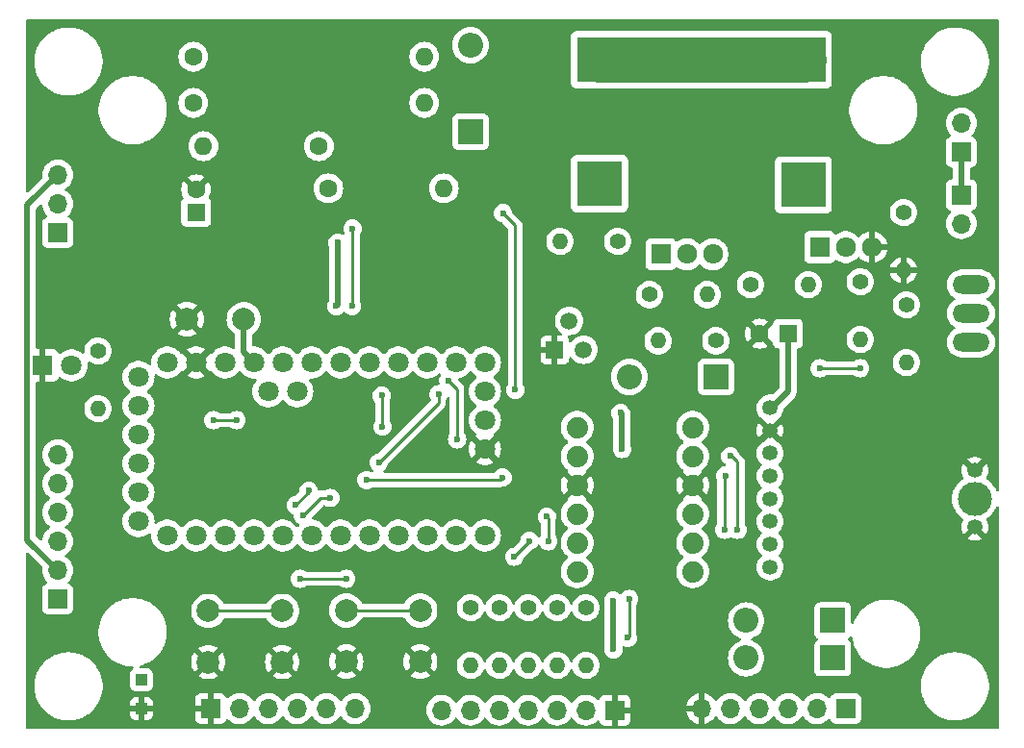
<source format=gbr>
%TF.GenerationSoftware,KiCad,Pcbnew,8.0.5-8.0.5-0~ubuntu22.04.1*%
%TF.CreationDate,2024-10-01T09:33:11+02:00*%
%TF.ProjectId,HB-UNI-SenAct-4-4-SC_DS_FUEL4EP_PCB,48422d55-4e49-42d5-9365-6e4163742d34,1.7*%
%TF.SameCoordinates,Original*%
%TF.FileFunction,Copper,L2,Bot*%
%TF.FilePolarity,Positive*%
%FSLAX46Y46*%
G04 Gerber Fmt 4.6, Leading zero omitted, Abs format (unit mm)*
G04 Created by KiCad (PCBNEW 8.0.5-8.0.5-0~ubuntu22.04.1) date 2024-10-01 09:33:11*
%MOMM*%
%LPD*%
G01*
G04 APERTURE LIST*
%TA.AperFunction,ComponentPad*%
%ADD10C,2.000000*%
%TD*%
%TA.AperFunction,ComponentPad*%
%ADD11R,1.600000X1.600000*%
%TD*%
%TA.AperFunction,ComponentPad*%
%ADD12C,1.600000*%
%TD*%
%TA.AperFunction,ComponentPad*%
%ADD13R,1.800000X1.800000*%
%TD*%
%TA.AperFunction,ComponentPad*%
%ADD14C,1.800000*%
%TD*%
%TA.AperFunction,ComponentPad*%
%ADD15R,2.200000X2.200000*%
%TD*%
%TA.AperFunction,ComponentPad*%
%ADD16O,2.200000X2.200000*%
%TD*%
%TA.AperFunction,ComponentPad*%
%ADD17R,1.700000X1.700000*%
%TD*%
%TA.AperFunction,ComponentPad*%
%ADD18O,1.700000X1.700000*%
%TD*%
%TA.AperFunction,ComponentPad*%
%ADD19C,1.350000*%
%TD*%
%TA.AperFunction,ComponentPad*%
%ADD20C,3.000000*%
%TD*%
%TA.AperFunction,ComponentPad*%
%ADD21R,1.717500X1.800000*%
%TD*%
%TA.AperFunction,ComponentPad*%
%ADD22O,1.717500X1.800000*%
%TD*%
%TA.AperFunction,ComponentPad*%
%ADD23C,1.400000*%
%TD*%
%TA.AperFunction,ComponentPad*%
%ADD24O,1.400000X1.400000*%
%TD*%
%TA.AperFunction,ComponentPad*%
%ADD25O,1.600000X1.600000*%
%TD*%
%TA.AperFunction,ComponentPad*%
%ADD26O,3.251200X1.625600*%
%TD*%
%TA.AperFunction,ComponentPad*%
%ADD27R,1.710000X1.800000*%
%TD*%
%TA.AperFunction,ComponentPad*%
%ADD28O,1.710000X1.800000*%
%TD*%
%TA.AperFunction,ComponentPad*%
%ADD29C,1.879600*%
%TD*%
%TA.AperFunction,ComponentPad*%
%ADD30R,1.000000X1.000000*%
%TD*%
%TA.AperFunction,ComponentPad*%
%ADD31R,4.000000X4.000000*%
%TD*%
%TA.AperFunction,ComponentPad*%
%ADD32R,1.498600X1.498600*%
%TD*%
%TA.AperFunction,ComponentPad*%
%ADD33C,1.498600*%
%TD*%
%TA.AperFunction,ViaPad*%
%ADD34C,0.600000*%
%TD*%
%TA.AperFunction,Conductor*%
%ADD35C,0.500000*%
%TD*%
%TA.AperFunction,Conductor*%
%ADD36C,4.000000*%
%TD*%
%TA.AperFunction,Conductor*%
%ADD37C,0.250000*%
%TD*%
G04 APERTURE END LIST*
D10*
%TO.P,C4,1*%
%TO.N,VCC*%
X19431000Y36330000D03*
%TO.P,C4,2*%
%TO.N,GND*%
X14431000Y36330000D03*
%TD*%
D11*
%TO.P,C5,1*%
%TO.N,VCC*%
X15240000Y45760000D03*
D12*
%TO.P,C5,2*%
%TO.N,GND*%
X15240000Y47760000D03*
%TD*%
D13*
%TO.P,D1,1,K*%
%TO.N,GND*%
X1738000Y32266000D03*
D14*
%TO.P,D1,2,A*%
%TO.N,Net-(D1-A)*%
X4278000Y32266000D03*
%TD*%
D15*
%TO.P,D2,1,K*%
%TO.N,/LDO_3.3V*%
X60960000Y31250000D03*
D16*
%TO.P,D2,2,A*%
%TO.N,Net-(D2-A)*%
X53340000Y31250000D03*
%TD*%
D15*
%TO.P,D3,1,K*%
%TO.N,/V_relais*%
X71247000Y9787000D03*
D16*
%TO.P,D3,2,A*%
%TO.N,/V_supply*%
X63627000Y9787000D03*
%TD*%
D15*
%TO.P,D6,1,K*%
%TO.N,/V_relais*%
X71247000Y6485000D03*
D16*
%TO.P,D6,2,A*%
%TO.N,/VCC_S*%
X63627000Y6485000D03*
%TD*%
D15*
%TO.P,D11,1,K*%
%TO.N,Net-(D11-K)*%
X39370000Y52840000D03*
D16*
%TO.P,D11,2,A*%
%TO.N,/minusBAT*%
X39370000Y60460000D03*
%TD*%
D17*
%TO.P,J2,1,Pin_1*%
%TO.N,GND*%
X16510000Y2040000D03*
D18*
%TO.P,J2,2,Pin_2*%
%TO.N,/D5*%
X19050000Y2040000D03*
%TO.P,J2,3,Pin_3*%
%TO.N,/D6*%
X21590000Y2040000D03*
%TO.P,J2,4,Pin_4*%
%TO.N,/D7*%
X24130000Y2040000D03*
%TO.P,J2,5,Pin_5*%
%TO.N,/D9*%
X26670000Y2040000D03*
%TO.P,J2,6,Pin_6*%
%TO.N,VCC*%
X29210000Y2040000D03*
%TD*%
D17*
%TO.P,J4,1,Pin_1*%
%TO.N,GND*%
X52070000Y1907000D03*
D18*
%TO.P,J4,2,Pin_2*%
%TO.N,/LED_AC_supply*%
X49530000Y1907000D03*
%TO.P,J4,3,Pin_3*%
%TO.N,/LED_Hifiberry*%
X46990000Y1907000D03*
%TO.P,J4,4,Pin_4*%
%TO.N,/LED_Monitor*%
X44450000Y1907000D03*
%TO.P,J4,5,Pin_5*%
%TO.N,/LED_Heating*%
X41910000Y1907000D03*
%TO.P,J4,6,Pin_6*%
%TO.N,/LED_Charging*%
X39370000Y1907000D03*
%TO.P,J4,7,Pin_7*%
%TO.N,/V_relais*%
X36830000Y1907000D03*
%TD*%
D17*
%TO.P,J5,1,Pin_1*%
%TO.N,VCC*%
X3048000Y11692000D03*
D18*
%TO.P,J5,2,Pin_2*%
%TO.N,/minusBAT*%
X3048000Y14232000D03*
%TO.P,J5,3,Pin_3*%
%TO.N,/MOSI*%
X3048000Y16772000D03*
%TO.P,J5,4,Pin_4*%
%TO.N,/SCK*%
X3048000Y19312000D03*
%TO.P,J5,5,Pin_5*%
%TO.N,/MISO*%
X3048000Y21852000D03*
%TO.P,J5,6,Pin_6*%
%TO.N,/RSET*%
X3048000Y24392000D03*
%TD*%
D17*
%TO.P,J6,1,Pin_1*%
%TO.N,/minusBAT*%
X82550000Y51062000D03*
D18*
%TO.P,J6,2,Pin_2*%
%TO.N,/plusBAT*%
X82550000Y53602000D03*
%TD*%
D17*
%TO.P,J10,1,Pin_1*%
%TO.N,VCC*%
X3048000Y43950000D03*
D18*
%TO.P,J10,2,Pin_2*%
%TO.N,/plusBAT*%
X3048000Y46490000D03*
%TO.P,J10,3,Pin_3*%
%TO.N,/minusBAT*%
X3048000Y49030000D03*
%TD*%
D19*
%TO.P,Module2,1A,GND*%
%TO.N,GND*%
X83735000Y23020000D03*
%TO.P,Module2,1C,VCC*%
%TO.N,/LDO_3.3V*%
X65735000Y28520000D03*
D20*
%TO.P,Module2,2A,ANT*%
%TO.N,unconnected-(Module2-ANT-Pad2A)*%
X83735000Y20520000D03*
D19*
%TO.P,Module2,2C,GND*%
%TO.N,GND*%
X65735000Y26520000D03*
%TO.P,Module2,3A,GND*%
X83735000Y18020000D03*
%TO.P,Module2,3C,MOSI*%
%TO.N,Net-(Module2-MOSI)*%
X65735000Y24520000D03*
%TO.P,Module2,4C,SCLK*%
%TO.N,Net-(Module2-SCLK)*%
X65735000Y22520000D03*
%TO.P,Module2,5C,MISO*%
%TO.N,Net-(Module2-MISO)*%
X65735000Y20520000D03*
%TO.P,Module2,6C,GD2*%
%TO.N,unconnected-(Module2-GD2-Pad6C)_1*%
X65735000Y18520000D03*
%TO.P,Module2,7C,GD0*%
%TO.N,Net-(D2-A)*%
X65735000Y16520000D03*
%TO.P,Module2,8C,~{CSN}*%
%TO.N,Net-(Module2-~{CSN})*%
X65735000Y14520000D03*
%TD*%
D21*
%TO.P,Q1,1,G*%
%TO.N,Net-(Q1-G)*%
X70093000Y42680000D03*
D22*
%TO.P,Q1,2,D*%
%TO.N,/minusBAT*%
X72383000Y42680000D03*
%TO.P,Q1,3,S*%
%TO.N,GND*%
X74673000Y42680000D03*
%TD*%
D23*
%TO.P,R1,1*%
%TO.N,Net-(D1-A)*%
X6604000Y33536000D03*
D24*
%TO.P,R1,2*%
%TO.N,Net-(Module1-PD4_4)*%
X6604000Y28456000D03*
%TD*%
D12*
%TO.P,R2,1*%
%TO.N,/A6*%
X26035000Y51570000D03*
D25*
%TO.P,R2,2*%
%TO.N,/plusBAT*%
X15875000Y51570000D03*
%TD*%
D23*
%TO.P,R13,1*%
%TO.N,Net-(Q2-B)*%
X52324000Y43188000D03*
D24*
%TO.P,R13,2*%
%TO.N,/D3*%
X47244000Y43188000D03*
%TD*%
D23*
%TO.P,R14,1*%
%TO.N,VCC*%
X55118000Y38489000D03*
D24*
%TO.P,R14,2*%
%TO.N,Net-(Q2-B)*%
X60198000Y38489000D03*
%TD*%
D23*
%TO.P,R17,1*%
%TO.N,Net-(D2-A)*%
X60960000Y34425000D03*
D24*
%TO.P,R17,2*%
%TO.N,/D2*%
X55880000Y34425000D03*
%TD*%
D12*
%TO.P,R22,1*%
%TO.N,/plusBAT*%
X14986000Y55380000D03*
D25*
%TO.P,R22,2*%
%TO.N,Net-(D11-K)*%
X35306000Y55380000D03*
%TD*%
D10*
%TO.P,SW1,1,1*%
%TO.N,GND*%
X22808000Y6140000D03*
X16308000Y6140000D03*
%TO.P,SW1,2,2*%
%TO.N,/Config*%
X22808000Y10640000D03*
X16308000Y10640000D03*
%TD*%
D14*
%TO.P,Module1,1A,RAW*%
%TO.N,unconnected-(Module1-RAW-Pad1A)*%
X12700000Y32520000D03*
%TO.P,Module1,1B,GND*%
%TO.N,GND*%
X40640000Y24900000D03*
%TO.P,Module1,1C,PD1/TXD0*%
%TO.N,unconnected-(Module1-PD1{slash}TXD0-Pad1C)*%
X12700000Y17280000D03*
%TO.P,Module1,1D,DTR*%
%TO.N,unconnected-(Module1-DTR-Pad1D)*%
X10160000Y18550000D03*
%TO.P,Module1,1E,PC5/SCL_A5*%
%TO.N,/A5*%
X21590000Y29980000D03*
%TO.P,Module1,2A,GND*%
%TO.N,GND*%
X15240000Y32520000D03*
%TO.P,Module1,2B,A6*%
%TO.N,/A6*%
X40640000Y27440000D03*
%TO.P,Module1,2C,PD0/RXD0*%
%TO.N,unconnected-(Module1-PD0{slash}RXD0-Pad2C)*%
X15240000Y17280000D03*
%TO.P,Module1,2D,PD1/TXD0*%
%TO.N,unconnected-(Module1-PD1{slash}TXD0-Pad2D)*%
X10160000Y21090000D03*
%TO.P,Module1,2E,PC4/SDA_A4*%
%TO.N,/A4*%
X24130000Y29980000D03*
%TO.P,Module1,3A,RST*%
%TO.N,/RSET*%
X17780000Y32520000D03*
%TO.P,Module1,3B,A7*%
%TO.N,unconnected-(Module1-A7-Pad3B)*%
X40640000Y29980000D03*
%TO.P,Module1,3C,RST*%
%TO.N,unconnected-(Module1-RST-Pad3C)*%
X17780000Y17280000D03*
%TO.P,Module1,3D,PD0/RXD0*%
%TO.N,unconnected-(Module1-PD0{slash}RXD0-Pad3D)*%
X10160000Y23630000D03*
%TO.P,Module1,4A,VCC*%
%TO.N,VCC*%
X20320000Y32520000D03*
%TO.P,Module1,4C,GND*%
%TO.N,unconnected-(Module1-GND-Pad4C)*%
X20320000Y17280000D03*
%TO.P,Module1,4D,VCC*%
%TO.N,unconnected-(Module1-VCC-Pad4D)*%
X10160000Y26170000D03*
%TO.P,Module1,5A,PC3_A3*%
%TO.N,/A3*%
X22860000Y32520000D03*
%TO.P,Module1,5C,PD2_2*%
%TO.N,/D2*%
X22860000Y17280000D03*
%TO.P,Module1,5D,GND*%
%TO.N,unconnected-(Module1-GND-Pad5D)*%
X10160000Y28710000D03*
%TO.P,Module1,6A,PC2_A2*%
%TO.N,/A2*%
X25400000Y32520000D03*
%TO.P,Module1,6C,PD3_3*%
%TO.N,/D3*%
X25400000Y17280000D03*
%TO.P,Module1,6D,GND*%
%TO.N,unconnected-(Module1-GND-Pad6D)*%
X10160000Y31250000D03*
%TO.P,Module1,7A,PC1/A1*%
%TO.N,/A1*%
X27940000Y32520000D03*
%TO.P,Module1,7C,PD4_4*%
%TO.N,Net-(Module1-PD4_4)*%
X27940000Y17280000D03*
%TO.P,Module1,8A,PC0_A0*%
%TO.N,/A0*%
X30480000Y32520000D03*
%TO.P,Module1,8C,PD5_5*%
%TO.N,/D5*%
X30480000Y17280000D03*
%TO.P,Module1,9A,PB5/SCK_13L*%
%TO.N,/SCK*%
X33020000Y32520000D03*
%TO.P,Module1,9C,PD6_6*%
%TO.N,/D6*%
X33020000Y17280000D03*
%TO.P,Module1,10A,PB4/MISO_12*%
%TO.N,/MISO*%
X35560000Y32520000D03*
%TO.P,Module1,10C,PD7_7*%
%TO.N,/D7*%
X35560000Y17280000D03*
%TO.P,Module1,11A,PB3/MOSI_11*%
%TO.N,/MOSI*%
X38100000Y32520000D03*
%TO.P,Module1,11C,PB0_8*%
%TO.N,/Config*%
X38100000Y17280000D03*
%TO.P,Module1,12A,PB2/~{SS}_10*%
%TO.N,/SS*%
X40640000Y32520000D03*
%TO.P,Module1,12C,PB1_9*%
%TO.N,/D9*%
X40640000Y17280000D03*
%TD*%
D23*
%TO.P,R3,1*%
%TO.N,VCC*%
X64008000Y39378000D03*
D24*
%TO.P,R3,2*%
%TO.N,Net-(Q1-G)*%
X69088000Y39378000D03*
%TD*%
D17*
%TO.P,J1,1,Pin_1*%
%TO.N,/minusBAT*%
X82550000Y47282000D03*
D18*
%TO.P,J1,2,Pin_2*%
%TO.N,/V_supply*%
X82550000Y44742000D03*
%TD*%
D26*
%TO.P,Q4,1*%
%TO.N,/A3*%
X83398000Y34298000D03*
%TO.P,Q4,2*%
%TO.N,/V_CH*%
X83398000Y36838000D03*
%TO.P,Q4,3*%
%TO.N,/V_supply*%
X83398000Y39378000D03*
%TD*%
D23*
%TO.P,R5,1*%
%TO.N,/A1*%
X41910000Y10930000D03*
D24*
%TO.P,R5,2*%
%TO.N,/LED_Heating*%
X41910000Y5850000D03*
%TD*%
D23*
%TO.P,R6,1*%
%TO.N,/A0*%
X44450000Y10930000D03*
D24*
%TO.P,R6,2*%
%TO.N,/LED_Monitor*%
X44450000Y5850000D03*
%TD*%
D23*
%TO.P,R7,1*%
%TO.N,/A5*%
X46990000Y10930000D03*
D24*
%TO.P,R7,2*%
%TO.N,/LED_Hifiberry*%
X46990000Y5850000D03*
%TD*%
D23*
%TO.P,R8,1*%
%TO.N,/A4*%
X49530000Y10930000D03*
D24*
%TO.P,R8,2*%
%TO.N,/LED_AC_supply*%
X49530000Y5850000D03*
%TD*%
D23*
%TO.P,R9,1*%
%TO.N,/V_supply*%
X77724000Y37600000D03*
D24*
%TO.P,R9,2*%
%TO.N,/A3*%
X77724000Y32520000D03*
%TD*%
D23*
%TO.P,R10,1*%
%TO.N,/V_CH*%
X77470000Y45728000D03*
D24*
%TO.P,R10,2*%
%TO.N,GND*%
X77470000Y40648000D03*
%TD*%
D23*
%TO.P,R11,1*%
%TO.N,/A3*%
X39370000Y10930000D03*
D24*
%TO.P,R11,2*%
%TO.N,/LED_Charging*%
X39370000Y5850000D03*
%TD*%
D11*
%TO.P,C1,1*%
%TO.N,/LDO_3.3V*%
X67310000Y35060000D03*
D12*
%TO.P,C1,2*%
%TO.N,GND*%
X64810000Y35060000D03*
%TD*%
D17*
%TO.P,J3,1,Pin_1*%
%TO.N,/V_relais*%
X72390000Y2040000D03*
D18*
%TO.P,J3,2,Pin_2*%
%TO.N,/A4*%
X69850000Y2040000D03*
%TO.P,J3,3,Pin_3*%
%TO.N,/A5*%
X67310000Y2040000D03*
%TO.P,J3,4,Pin_4*%
%TO.N,/A0*%
X64770000Y2040000D03*
%TO.P,J3,5,Pin_5*%
%TO.N,/A1*%
X62230000Y2040000D03*
%TO.P,J3,6,Pin_6*%
%TO.N,GND*%
X59690000Y2040000D03*
%TD*%
D27*
%TO.P,Q2,1,E*%
%TO.N,VCC*%
X56134000Y42051000D03*
D28*
%TO.P,Q2,2,C*%
%TO.N,/VCC_S*%
X58414000Y42051000D03*
%TO.P,Q2,3,B*%
%TO.N,Net-(Q2-B)*%
X60694000Y42051000D03*
%TD*%
D29*
%TO.P,Module3,GND1,GND*%
%TO.N,GND*%
X58917000Y21719000D03*
%TO.P,Module3,GND2,GND*%
X48757000Y21719000D03*
%TO.P,Module3,HV,HV*%
%TO.N,VCC*%
X48757000Y19179000D03*
%TO.P,Module3,HV1,HV_TXO_1*%
%TO.N,/MOSI*%
X48757000Y14099000D03*
%TO.P,Module3,HV2,HV_RXI_1*%
%TO.N,/SCK*%
X48757000Y16639000D03*
%TO.P,Module3,HV3,HV_RXI_2*%
%TO.N,/MISO*%
X48757000Y24259000D03*
%TO.P,Module3,HV4,HV_TXO_2*%
%TO.N,/SS*%
X48757000Y26799000D03*
%TO.P,Module3,LV,LV*%
%TO.N,/LDO_3.3V*%
X58917000Y19179000D03*
%TO.P,Module3,LV1,LV_TXI_1*%
%TO.N,Net-(Module2-MOSI)*%
X58917000Y14099000D03*
%TO.P,Module3,LV2,LV_RXO_1*%
%TO.N,Net-(Module2-SCLK)*%
X58917000Y16639000D03*
%TO.P,Module3,LV3,LV_RXO_2*%
%TO.N,Net-(Module2-MISO)*%
X58917000Y24259000D03*
%TO.P,Module3,LV4,LV_TXI_2*%
%TO.N,Net-(Module2-~{CSN})*%
X58917000Y26799000D03*
%TD*%
D30*
%TO.P,J7,1,Pin_1*%
%TO.N,GND*%
X10414000Y2040000D03*
%TD*%
D12*
%TO.P,R4,1*%
%TO.N,/A2*%
X26860500Y47861600D03*
D25*
%TO.P,R4,2*%
%TO.N,/A6*%
X37020500Y47861600D03*
%TD*%
D10*
%TO.P,SW2,1,1*%
%TO.N,/RSET*%
X28448000Y10676000D03*
X34948000Y10676000D03*
%TO.P,SW2,2,2*%
%TO.N,GND*%
X28448000Y6176000D03*
X34948000Y6176000D03*
%TD*%
D31*
%TO.P,Module4,1A,GND*%
%TO.N,/minusBAT*%
X68650000Y59190000D03*
%TO.P,Module4,1C,GND*%
X50730000Y59190000D03*
%TO.P,Module4,2A,VIN*%
%TO.N,/V_CH*%
X68650000Y48170000D03*
%TO.P,Module4,2C,OUT*%
%TO.N,/Vcharge*%
X50730000Y48270000D03*
%TD*%
D32*
%TO.P,Q3,1,GND*%
%TO.N,GND*%
X46786800Y33637600D03*
D33*
%TO.P,Q3,2,VIN*%
%TO.N,VCC*%
X48056800Y36177600D03*
%TO.P,Q3,3,VOUT*%
%TO.N,/LDO_3.3V*%
X49326800Y33637600D03*
%TD*%
D12*
%TO.P,R15,1*%
%TO.N,/plusBAT*%
X14986000Y59444000D03*
D25*
%TO.P,R15,2*%
%TO.N,/Vcharge*%
X35306000Y59444000D03*
%TD*%
D30*
%TO.P,J8,1,Pin_1*%
%TO.N,VCC*%
X10414000Y4580000D03*
%TD*%
D23*
%TO.P,R12,1*%
%TO.N,/minusBAT*%
X73660000Y39632000D03*
D24*
%TO.P,R12,2*%
%TO.N,/V_supply*%
X73660000Y34552000D03*
%TD*%
D34*
%TO.N,VCC*%
X51943002Y7247000D03*
X27686001Y43061000D03*
X27559000Y37473000D03*
X51943000Y11555000D03*
X52578000Y28075000D03*
X52705000Y24900000D03*
%TO.N,/A3*%
X70104000Y32012000D03*
X53340000Y11692000D03*
X73660000Y32012000D03*
X53213000Y8263000D03*
%TO.N,/A1*%
X31623000Y26868500D03*
X31559500Y29599000D03*
%TO.N,/A0*%
X44542692Y16801192D03*
X43214301Y15409301D03*
%TO.N,/RSET*%
X28448000Y13470000D03*
X24384000Y13470000D03*
%TO.N,/MOSI*%
X46101000Y18931000D03*
X46228000Y16772000D03*
X37421559Y30912441D03*
X38192699Y25754699D03*
%TO.N,/D2*%
X42193899Y22389909D03*
X30226000Y22169500D03*
X25146000Y21217000D03*
X24003000Y19947000D03*
%TO.N,/D3*%
X36576000Y29726000D03*
X27051000Y20592000D03*
X31305500Y23693500D03*
X24638000Y19058000D03*
%TO.N,Net-(Module1-PD4_4)*%
X16764000Y27440000D03*
X18796000Y27440000D03*
%TO.N,Net-(Module2-MOSI)*%
X61722000Y17788000D03*
X61782942Y22547942D03*
%TO.N,Net-(Module2-~{CSN})*%
X62865000Y17788000D03*
X62230000Y24265000D03*
%TO.N,/A6*%
X43307000Y30107000D03*
X42227498Y45664500D03*
%TO.N,/A2*%
X28956006Y37473000D03*
X28986169Y44300831D03*
%TD*%
D35*
%TO.N,/LDO_3.3V*%
X67310000Y29980000D02*
X65786000Y28456000D01*
X67310000Y35060000D02*
X67310000Y29980000D01*
%TO.N,VCC*%
X27686001Y37600001D02*
X27559000Y37473000D01*
X52705000Y24900000D02*
X52705000Y27948000D01*
X19431000Y33409000D02*
X20320000Y32520000D01*
X51943000Y11555000D02*
X51943000Y7247002D01*
X52705000Y27948000D02*
X52578000Y28075000D01*
X19431000Y36330000D02*
X19431000Y33409000D01*
X27686001Y43061000D02*
X27686001Y37600001D01*
X51943000Y7247002D02*
X51943002Y7247000D01*
D36*
%TO.N,/minusBAT*%
X68650000Y59190000D02*
X50730000Y59190000D01*
D35*
X82550000Y47282000D02*
X82550000Y51062000D01*
X3048000Y49030000D02*
X388000Y46370000D01*
X388000Y16892000D02*
X3048000Y14232000D01*
X388000Y46370000D02*
X388000Y16892000D01*
D37*
%TO.N,/A3*%
X53340000Y8390000D02*
X53213000Y8263000D01*
X73406000Y32012000D02*
X70104000Y32012000D01*
X53340000Y11692000D02*
X53340000Y8390000D01*
X73406000Y32012000D02*
X73660000Y32012000D01*
%TO.N,/A1*%
X31623000Y29535500D02*
X31559500Y29599000D01*
X31623000Y26868500D02*
X31623000Y29535500D01*
%TO.N,/A0*%
X44450000Y16645000D02*
X43214301Y15409301D01*
%TO.N,/RSET*%
X34948000Y10676000D02*
X28448000Y10676000D01*
X24384000Y13470000D02*
X28448000Y13470000D01*
%TO.N,/MOSI*%
X37421559Y30912441D02*
X38192699Y30141301D01*
X46228000Y18804000D02*
X46101000Y18931000D01*
X38192699Y30141301D02*
X38192699Y25754699D01*
X46228000Y16772000D02*
X46228000Y18804000D01*
%TO.N,/D2*%
X25146000Y21090000D02*
X24003000Y19947000D01*
X25146000Y21217000D02*
X25146000Y21090000D01*
X41973490Y22169500D02*
X42193899Y22389909D01*
X30226000Y22169500D02*
X41973490Y22169500D01*
%TO.N,/D3*%
X24638000Y19058000D02*
X26172000Y20592000D01*
X36576000Y28964000D02*
X31305500Y23693500D01*
X26172000Y20592000D02*
X27051000Y20592000D01*
X36576000Y29726000D02*
X36576000Y28964000D01*
%TO.N,Net-(Module1-PD4_4)*%
X16764000Y27440000D02*
X18542000Y27440000D01*
X18542000Y27440000D02*
X18796000Y27440000D01*
%TO.N,Net-(Module2-MOSI)*%
X61722000Y17788000D02*
X61722000Y22487000D01*
X61722000Y22487000D02*
X61782942Y22547942D01*
%TO.N,Net-(Module2-~{CSN})*%
X62357000Y24265000D02*
X62230000Y24265000D01*
X62865000Y17788000D02*
X62865000Y23757000D01*
X62865000Y23757000D02*
X62357000Y24265000D01*
%TO.N,/A6*%
X43307000Y30107000D02*
X43307000Y44584998D01*
X43307000Y44584998D02*
X42227498Y45664500D01*
%TO.N,/Config*%
X16308000Y10640000D02*
X22808000Y10640000D01*
%TO.N,/A2*%
X28986169Y37503163D02*
X28956006Y37473000D01*
X28986169Y44300831D02*
X28986169Y37503163D01*
%TD*%
%TA.AperFunction,Conductor*%
%TO.N,GND*%
G36*
X85794121Y62725998D02*
G01*
X85840614Y62672342D01*
X85852000Y62620000D01*
X85852000Y21291792D01*
X85831998Y21223671D01*
X85778342Y21177178D01*
X85708068Y21167074D01*
X85643488Y21196568D01*
X85607276Y21249594D01*
X85581523Y21322058D01*
X85455111Y21566023D01*
X85296657Y21790502D01*
X85109111Y21991314D01*
X84895969Y22164718D01*
X84791265Y22228389D01*
X84743456Y22280872D01*
X84731610Y22350873D01*
X84743943Y22392208D01*
X84842841Y22590824D01*
X84902838Y22801691D01*
X84923067Y23020000D01*
X84902838Y23238308D01*
X84842841Y23449175D01*
X84745112Y23645442D01*
X84734157Y23659946D01*
X84734156Y23659947D01*
X84135000Y23060791D01*
X84135000Y23072661D01*
X84107741Y23174394D01*
X84055080Y23265606D01*
X83980606Y23340080D01*
X83889394Y23392741D01*
X83787661Y23420000D01*
X83775791Y23420000D01*
X84372485Y24016694D01*
X84264572Y24083511D01*
X84264568Y24083513D01*
X84060131Y24162713D01*
X83844618Y24203000D01*
X83625382Y24203000D01*
X83409868Y24162713D01*
X83205434Y24083514D01*
X83205432Y24083514D01*
X83097514Y24016694D01*
X83694210Y23420000D01*
X83682339Y23420000D01*
X83580606Y23392741D01*
X83489394Y23340080D01*
X83414920Y23265606D01*
X83362259Y23174394D01*
X83335000Y23072661D01*
X83335000Y23060788D01*
X82735842Y23659946D01*
X82724883Y23645434D01*
X82627158Y23449175D01*
X82567161Y23238308D01*
X82546932Y23020000D01*
X82567161Y22801691D01*
X82627158Y22590824D01*
X82726057Y22392208D01*
X82738515Y22322313D01*
X82711208Y22256778D01*
X82678735Y22228390D01*
X82574031Y22164718D01*
X82360889Y21991314D01*
X82173343Y21790502D01*
X82122872Y21719000D01*
X82014892Y21566028D01*
X82014890Y21566025D01*
X82014889Y21566023D01*
X81947754Y21436458D01*
X81888477Y21322058D01*
X81796462Y21063154D01*
X81796460Y21063146D01*
X81789064Y21027553D01*
X81740558Y20794130D01*
X81740557Y20794125D01*
X81740557Y20794122D01*
X81740556Y20794116D01*
X81721807Y20520004D01*
X81721807Y20519995D01*
X81740556Y20245883D01*
X81740557Y20245877D01*
X81796460Y19976853D01*
X81796462Y19976845D01*
X81888477Y19717941D01*
X82014892Y19473971D01*
X82173343Y19249498D01*
X82360886Y19048688D01*
X82574033Y18875280D01*
X82678733Y18811610D01*
X82726544Y18759125D01*
X82738389Y18689124D01*
X82726056Y18647792D01*
X82627159Y18449178D01*
X82627159Y18449177D01*
X82567161Y18238308D01*
X82546932Y18020000D01*
X82567161Y17801691D01*
X82627158Y17590824D01*
X82724886Y17394559D01*
X82735842Y17380052D01*
X83335000Y17979210D01*
X83335000Y17967339D01*
X83362259Y17865606D01*
X83414920Y17774394D01*
X83489394Y17699920D01*
X83580606Y17647259D01*
X83682339Y17620000D01*
X83694209Y17620000D01*
X83097513Y17023304D01*
X83205429Y16956487D01*
X83409868Y16877286D01*
X83625382Y16837000D01*
X83844618Y16837000D01*
X84060131Y16877286D01*
X84264565Y16956485D01*
X84264567Y16956485D01*
X84372484Y17023304D01*
X83775790Y17620000D01*
X83787661Y17620000D01*
X83889394Y17647259D01*
X83980606Y17699920D01*
X84055080Y17774394D01*
X84107741Y17865606D01*
X84135000Y17967339D01*
X84135000Y17979207D01*
X84734155Y17380052D01*
X84734157Y17380052D01*
X84745117Y17394565D01*
X84842840Y17590821D01*
X84842840Y17590822D01*
X84902838Y17801691D01*
X84923067Y18020000D01*
X84902838Y18238308D01*
X84842841Y18449175D01*
X84743943Y18647791D01*
X84731485Y18717686D01*
X84758792Y18783221D01*
X84791266Y18811611D01*
X84854787Y18850239D01*
X84895969Y18875282D01*
X85109111Y19048686D01*
X85296657Y19249498D01*
X85455111Y19473977D01*
X85581523Y19717942D01*
X85607275Y19790402D01*
X85648935Y19847891D01*
X85715062Y19873731D01*
X85784662Y19859718D01*
X85835637Y19810301D01*
X85852000Y19748207D01*
X85852000Y388000D01*
X85831998Y319879D01*
X85778342Y273386D01*
X85726000Y262000D01*
X380000Y262000D01*
X311879Y282002D01*
X265386Y335658D01*
X254000Y388000D01*
X254000Y4168505D01*
X999500Y4168505D01*
X999500Y3831494D01*
X1037233Y3496601D01*
X1084767Y3288343D01*
X1112224Y3168046D01*
X1112226Y3168039D01*
X1112225Y3168039D01*
X1223524Y2849966D01*
X1223535Y2849939D01*
X1369751Y2546318D01*
X1369756Y2546309D01*
X1549051Y2260963D01*
X1759177Y1997473D01*
X1997473Y1759177D01*
X2260963Y1549051D01*
X2546309Y1369756D01*
X2546318Y1369751D01*
X2849939Y1223535D01*
X2849966Y1223524D01*
X3168039Y1112225D01*
X3496601Y1037233D01*
X3831494Y999500D01*
X3831496Y999500D01*
X4168506Y999500D01*
X4503398Y1037233D01*
X4831960Y1112225D01*
X5150033Y1223524D01*
X5150045Y1223528D01*
X5150051Y1223531D01*
X5150055Y1223533D01*
X5150060Y1223535D01*
X5453681Y1369751D01*
X5453690Y1369756D01*
X5647288Y1491402D01*
X9406000Y1491402D01*
X9412505Y1430906D01*
X9463555Y1294035D01*
X9463555Y1294034D01*
X9551095Y1177095D01*
X9668034Y1089555D01*
X9804906Y1038505D01*
X9865402Y1032000D01*
X10160000Y1032000D01*
X10668000Y1032000D01*
X10962597Y1032000D01*
X11023093Y1038505D01*
X11159964Y1089555D01*
X11159965Y1089555D01*
X11276904Y1177095D01*
X11364444Y1294034D01*
X11364444Y1294035D01*
X11415494Y1430906D01*
X11421999Y1491402D01*
X11422000Y1491414D01*
X11422000Y1786000D01*
X10668000Y1786000D01*
X10668000Y1032000D01*
X10160000Y1032000D01*
X10160000Y1786000D01*
X9406000Y1786000D01*
X9406000Y1491402D01*
X5647288Y1491402D01*
X5739036Y1549051D01*
X6002526Y1759177D01*
X6240822Y1997473D01*
X6308858Y2082787D01*
X10089000Y2082787D01*
X10089000Y1997213D01*
X10111149Y1914555D01*
X10153936Y1840446D01*
X10214446Y1779936D01*
X10288555Y1737149D01*
X10371213Y1715000D01*
X10456787Y1715000D01*
X10539445Y1737149D01*
X10613554Y1779936D01*
X10674064Y1840446D01*
X10716851Y1914555D01*
X10739000Y1997213D01*
X10739000Y2082787D01*
X10716851Y2165445D01*
X10674064Y2239554D01*
X10619618Y2294000D01*
X10668000Y2294000D01*
X11422000Y2294000D01*
X11422000Y2588585D01*
X11421999Y2588597D01*
X11415494Y2649093D01*
X11364444Y2785964D01*
X11364444Y2785965D01*
X11276904Y2902904D01*
X11229224Y2938597D01*
X15152000Y2938597D01*
X15152000Y2294000D01*
X16079297Y2294000D01*
X16044075Y2232993D01*
X16010000Y2105826D01*
X16010000Y1974174D01*
X16044075Y1847007D01*
X16079297Y1786000D01*
X15152000Y1786000D01*
X15152000Y1141402D01*
X15158505Y1080906D01*
X15209555Y944035D01*
X15209555Y944034D01*
X15297095Y827095D01*
X15414034Y739555D01*
X15550906Y688505D01*
X15611402Y682000D01*
X16256000Y682000D01*
X16256000Y1609297D01*
X16317007Y1574075D01*
X16444174Y1540000D01*
X16575826Y1540000D01*
X16702993Y1574075D01*
X16764000Y1609297D01*
X16764000Y682000D01*
X17408597Y682000D01*
X17469093Y688505D01*
X17605964Y739555D01*
X17605965Y739555D01*
X17722904Y827095D01*
X17810443Y944033D01*
X17854618Y1062470D01*
X17897165Y1119305D01*
X17963685Y1144116D01*
X18033059Y1129025D01*
X18065374Y1103775D01*
X18126759Y1037094D01*
X18304424Y898811D01*
X18304426Y898810D01*
X18502426Y791658D01*
X18502428Y791656D01*
X18715360Y718557D01*
X18715369Y718555D01*
X18789211Y706233D01*
X18937431Y681500D01*
X18937435Y681500D01*
X19162565Y681500D01*
X19162569Y681500D01*
X19340476Y711187D01*
X19384630Y718555D01*
X19384632Y718555D01*
X19384635Y718556D01*
X19384639Y718557D01*
X19597571Y791656D01*
X19597572Y791657D01*
X19597574Y791658D01*
X19795576Y898811D01*
X19924940Y999500D01*
X19973237Y1037091D01*
X19973582Y1037465D01*
X20021534Y1089555D01*
X20125720Y1202729D01*
X20214517Y1338643D01*
X20268521Y1384731D01*
X20338869Y1394306D01*
X20403226Y1364329D01*
X20425483Y1338643D01*
X20514279Y1202729D01*
X20666762Y1037091D01*
X20844424Y898811D01*
X20844426Y898810D01*
X21042426Y791658D01*
X21042428Y791656D01*
X21255360Y718557D01*
X21255369Y718555D01*
X21329211Y706233D01*
X21477431Y681500D01*
X21477435Y681500D01*
X21702565Y681500D01*
X21702569Y681500D01*
X21880476Y711187D01*
X21924630Y718555D01*
X21924632Y718555D01*
X21924635Y718556D01*
X21924639Y718557D01*
X22137571Y791656D01*
X22137572Y791657D01*
X22137574Y791658D01*
X22335576Y898811D01*
X22464940Y999500D01*
X22513237Y1037091D01*
X22513582Y1037465D01*
X22561534Y1089555D01*
X22665720Y1202729D01*
X22754517Y1338643D01*
X22808521Y1384731D01*
X22878869Y1394306D01*
X22943226Y1364329D01*
X22965483Y1338643D01*
X23054279Y1202729D01*
X23206762Y1037091D01*
X23384424Y898811D01*
X23384426Y898810D01*
X23582426Y791658D01*
X23582428Y791656D01*
X23795360Y718557D01*
X23795369Y718555D01*
X23869211Y706233D01*
X24017431Y681500D01*
X24017435Y681500D01*
X24242565Y681500D01*
X24242569Y681500D01*
X24420476Y711187D01*
X24464630Y718555D01*
X24464632Y718555D01*
X24464635Y718556D01*
X24464639Y718557D01*
X24677571Y791656D01*
X24677572Y791657D01*
X24677574Y791658D01*
X24875576Y898811D01*
X25004940Y999500D01*
X25053237Y1037091D01*
X25053582Y1037465D01*
X25101534Y1089555D01*
X25205720Y1202729D01*
X25294517Y1338643D01*
X25348521Y1384731D01*
X25418869Y1394306D01*
X25483226Y1364329D01*
X25505483Y1338643D01*
X25594279Y1202729D01*
X25746762Y1037091D01*
X25924424Y898811D01*
X25924426Y898810D01*
X26122426Y791658D01*
X26122428Y791656D01*
X26335360Y718557D01*
X26335369Y718555D01*
X26409211Y706233D01*
X26557431Y681500D01*
X26557435Y681500D01*
X26782565Y681500D01*
X26782569Y681500D01*
X26960476Y711187D01*
X27004630Y718555D01*
X27004632Y718555D01*
X27004635Y718556D01*
X27004639Y718557D01*
X27217571Y791656D01*
X27217572Y791657D01*
X27217574Y791658D01*
X27415576Y898811D01*
X27544940Y999500D01*
X27593237Y1037091D01*
X27593582Y1037465D01*
X27641534Y1089555D01*
X27745720Y1202729D01*
X27834517Y1338643D01*
X27888521Y1384731D01*
X27958869Y1394306D01*
X28023226Y1364329D01*
X28045483Y1338643D01*
X28134279Y1202729D01*
X28286762Y1037091D01*
X28464424Y898811D01*
X28464426Y898810D01*
X28662426Y791658D01*
X28662428Y791656D01*
X28875360Y718557D01*
X28875369Y718555D01*
X28949211Y706233D01*
X29097431Y681500D01*
X29097435Y681500D01*
X29322565Y681500D01*
X29322569Y681500D01*
X29500476Y711187D01*
X29544630Y718555D01*
X29544632Y718555D01*
X29544635Y718556D01*
X29544639Y718557D01*
X29757571Y791656D01*
X29757572Y791657D01*
X29757574Y791658D01*
X29955576Y898811D01*
X30084940Y999500D01*
X30133237Y1037091D01*
X30133582Y1037465D01*
X30181534Y1089555D01*
X30285720Y1202729D01*
X30285724Y1202734D01*
X30408858Y1391206D01*
X30408860Y1391209D01*
X30499296Y1597384D01*
X30499337Y1597543D01*
X30554562Y1815624D01*
X30554564Y1815632D01*
X30562135Y1907000D01*
X35466844Y1907000D01*
X35479093Y1759175D01*
X35485437Y1682624D01*
X35540702Y1464387D01*
X35540703Y1464386D01*
X35631141Y1258206D01*
X35754275Y1069734D01*
X35754279Y1069729D01*
X35906762Y904091D01*
X36084424Y765811D01*
X36171742Y718557D01*
X36282426Y658658D01*
X36282428Y658656D01*
X36495360Y585557D01*
X36495369Y585555D01*
X36569211Y573233D01*
X36717431Y548500D01*
X36717435Y548500D01*
X36942565Y548500D01*
X36942569Y548500D01*
X37120476Y578187D01*
X37164630Y585555D01*
X37164632Y585555D01*
X37164635Y585556D01*
X37164639Y585557D01*
X37377571Y658656D01*
X37377572Y658657D01*
X37377574Y658658D01*
X37575576Y765811D01*
X37671382Y840381D01*
X37753237Y904091D01*
X37905720Y1069729D01*
X37994517Y1205643D01*
X38048521Y1251731D01*
X38118869Y1261306D01*
X38183226Y1231329D01*
X38205483Y1205643D01*
X38294279Y1069729D01*
X38446762Y904091D01*
X38624424Y765811D01*
X38711742Y718557D01*
X38822426Y658658D01*
X38822428Y658656D01*
X39035360Y585557D01*
X39035369Y585555D01*
X39109211Y573233D01*
X39257431Y548500D01*
X39257435Y548500D01*
X39482565Y548500D01*
X39482569Y548500D01*
X39660476Y578187D01*
X39704630Y585555D01*
X39704632Y585555D01*
X39704635Y585556D01*
X39704639Y585557D01*
X39917571Y658656D01*
X39917572Y658657D01*
X39917574Y658658D01*
X40115576Y765811D01*
X40211382Y840381D01*
X40293237Y904091D01*
X40445720Y1069729D01*
X40534517Y1205643D01*
X40588521Y1251731D01*
X40658869Y1261306D01*
X40723226Y1231329D01*
X40745483Y1205643D01*
X40834279Y1069729D01*
X40986762Y904091D01*
X41164424Y765811D01*
X41251742Y718557D01*
X41362426Y658658D01*
X41362428Y658656D01*
X41575360Y585557D01*
X41575369Y585555D01*
X41649211Y573233D01*
X41797431Y548500D01*
X41797435Y548500D01*
X42022565Y548500D01*
X42022569Y548500D01*
X42200476Y578187D01*
X42244630Y585555D01*
X42244632Y585555D01*
X42244635Y585556D01*
X42244639Y585557D01*
X42457571Y658656D01*
X42457572Y658657D01*
X42457574Y658658D01*
X42655576Y765811D01*
X42751382Y840381D01*
X42833237Y904091D01*
X42985720Y1069729D01*
X43074517Y1205643D01*
X43128521Y1251731D01*
X43198869Y1261306D01*
X43263226Y1231329D01*
X43285483Y1205643D01*
X43374279Y1069729D01*
X43526762Y904091D01*
X43704424Y765811D01*
X43791742Y718557D01*
X43902426Y658658D01*
X43902428Y658656D01*
X44115360Y585557D01*
X44115369Y585555D01*
X44189211Y573233D01*
X44337431Y548500D01*
X44337435Y548500D01*
X44562565Y548500D01*
X44562569Y548500D01*
X44740476Y578187D01*
X44784630Y585555D01*
X44784632Y585555D01*
X44784635Y585556D01*
X44784639Y585557D01*
X44997571Y658656D01*
X44997572Y658657D01*
X44997574Y658658D01*
X45195576Y765811D01*
X45291382Y840381D01*
X45373237Y904091D01*
X45525720Y1069729D01*
X45614517Y1205643D01*
X45668521Y1251731D01*
X45738869Y1261306D01*
X45803226Y1231329D01*
X45825483Y1205643D01*
X45914279Y1069729D01*
X46066762Y904091D01*
X46244424Y765811D01*
X46331742Y718557D01*
X46442426Y658658D01*
X46442428Y658656D01*
X46655360Y585557D01*
X46655369Y585555D01*
X46729211Y573233D01*
X46877431Y548500D01*
X46877435Y548500D01*
X47102565Y548500D01*
X47102569Y548500D01*
X47280476Y578187D01*
X47324630Y585555D01*
X47324632Y585555D01*
X47324635Y585556D01*
X47324639Y585557D01*
X47537571Y658656D01*
X47537572Y658657D01*
X47537574Y658658D01*
X47735576Y765811D01*
X47831382Y840381D01*
X47913237Y904091D01*
X48065720Y1069729D01*
X48154517Y1205643D01*
X48208521Y1251731D01*
X48278869Y1261306D01*
X48343226Y1231329D01*
X48365483Y1205643D01*
X48454279Y1069729D01*
X48606762Y904091D01*
X48784424Y765811D01*
X48871742Y718557D01*
X48982426Y658658D01*
X48982428Y658656D01*
X49195360Y585557D01*
X49195369Y585555D01*
X49269211Y573233D01*
X49417431Y548500D01*
X49417435Y548500D01*
X49642565Y548500D01*
X49642569Y548500D01*
X49820476Y578187D01*
X49864630Y585555D01*
X49864632Y585555D01*
X49864635Y585556D01*
X49864639Y585557D01*
X50077571Y658656D01*
X50077572Y658657D01*
X50077574Y658658D01*
X50275576Y765811D01*
X50371382Y840381D01*
X50453237Y904091D01*
X50476600Y929470D01*
X50514625Y970776D01*
X50575477Y1007346D01*
X50646442Y1005211D01*
X50704987Y965050D01*
X50725380Y929470D01*
X50769553Y811039D01*
X50769555Y811034D01*
X50857095Y694095D01*
X50974034Y606555D01*
X51110906Y555505D01*
X51171402Y549000D01*
X51816000Y549000D01*
X51816000Y1476297D01*
X51877007Y1441075D01*
X52004174Y1407000D01*
X52135826Y1407000D01*
X52262993Y1441075D01*
X52324000Y1476297D01*
X52324000Y549000D01*
X52968597Y549000D01*
X53029093Y555505D01*
X53165964Y606555D01*
X53165965Y606555D01*
X53282904Y694095D01*
X53370444Y811034D01*
X53370444Y811035D01*
X53421494Y947906D01*
X53427999Y1008402D01*
X53428000Y1008414D01*
X53428000Y1653000D01*
X52500703Y1653000D01*
X52535925Y1714007D01*
X52570000Y1841174D01*
X52570000Y1972826D01*
X52535925Y2099993D01*
X52500703Y2161000D01*
X53428000Y2161000D01*
X53428000Y2294000D01*
X58353455Y2294000D01*
X59259297Y2294000D01*
X59224075Y2232993D01*
X59190000Y2105826D01*
X59190000Y1974174D01*
X59224075Y1847007D01*
X59259297Y1786000D01*
X58353456Y1786000D01*
X58353455Y1785999D01*
X58401176Y1597550D01*
X58401179Y1597543D01*
X58491580Y1391451D01*
X58614674Y1203041D01*
X58767097Y1037465D01*
X58944698Y899232D01*
X58944699Y899231D01*
X59142628Y792117D01*
X59142630Y792116D01*
X59355487Y719043D01*
X59355498Y719040D01*
X59435999Y705606D01*
X59436000Y705607D01*
X59436000Y1609297D01*
X59497007Y1574075D01*
X59624174Y1540000D01*
X59755826Y1540000D01*
X59882993Y1574075D01*
X59944000Y1609297D01*
X59944000Y705606D01*
X60024501Y719040D01*
X60024512Y719043D01*
X60237369Y792116D01*
X60237371Y792117D01*
X60435300Y899231D01*
X60435301Y899232D01*
X60612902Y1037465D01*
X60765327Y1203044D01*
X60854217Y1339100D01*
X60908220Y1385189D01*
X60978568Y1394764D01*
X61042926Y1364787D01*
X61065183Y1339101D01*
X61154279Y1202729D01*
X61306762Y1037091D01*
X61484424Y898811D01*
X61484426Y898810D01*
X61682426Y791658D01*
X61682428Y791656D01*
X61895360Y718557D01*
X61895369Y718555D01*
X61969211Y706233D01*
X62117431Y681500D01*
X62117435Y681500D01*
X62342565Y681500D01*
X62342569Y681500D01*
X62520476Y711187D01*
X62564630Y718555D01*
X62564632Y718555D01*
X62564635Y718556D01*
X62564639Y718557D01*
X62777571Y791656D01*
X62777572Y791657D01*
X62777574Y791658D01*
X62975576Y898811D01*
X63104940Y999500D01*
X63153237Y1037091D01*
X63153582Y1037465D01*
X63201534Y1089555D01*
X63305720Y1202729D01*
X63394517Y1338643D01*
X63448521Y1384731D01*
X63518869Y1394306D01*
X63583226Y1364329D01*
X63605483Y1338643D01*
X63694279Y1202729D01*
X63846762Y1037091D01*
X64024424Y898811D01*
X64024426Y898810D01*
X64222426Y791658D01*
X64222428Y791656D01*
X64435360Y718557D01*
X64435369Y718555D01*
X64509211Y706233D01*
X64657431Y681500D01*
X64657435Y681500D01*
X64882565Y681500D01*
X64882569Y681500D01*
X65060476Y711187D01*
X65104630Y718555D01*
X65104632Y718555D01*
X65104635Y718556D01*
X65104639Y718557D01*
X65317571Y791656D01*
X65317572Y791657D01*
X65317574Y791658D01*
X65515576Y898811D01*
X65644940Y999500D01*
X65693237Y1037091D01*
X65693582Y1037465D01*
X65741534Y1089555D01*
X65845720Y1202729D01*
X65934517Y1338643D01*
X65988521Y1384731D01*
X66058869Y1394306D01*
X66123226Y1364329D01*
X66145483Y1338643D01*
X66234279Y1202729D01*
X66386762Y1037091D01*
X66564424Y898811D01*
X66564426Y898810D01*
X66762426Y791658D01*
X66762428Y791656D01*
X66975360Y718557D01*
X66975369Y718555D01*
X67049211Y706233D01*
X67197431Y681500D01*
X67197435Y681500D01*
X67422565Y681500D01*
X67422569Y681500D01*
X67600476Y711187D01*
X67644630Y718555D01*
X67644632Y718555D01*
X67644635Y718556D01*
X67644639Y718557D01*
X67857571Y791656D01*
X67857572Y791657D01*
X67857574Y791658D01*
X68055576Y898811D01*
X68184940Y999500D01*
X68233237Y1037091D01*
X68233582Y1037465D01*
X68281534Y1089555D01*
X68385720Y1202729D01*
X68474517Y1338643D01*
X68528521Y1384731D01*
X68598869Y1394306D01*
X68663226Y1364329D01*
X68685483Y1338643D01*
X68774279Y1202729D01*
X68926762Y1037091D01*
X69104424Y898811D01*
X69104426Y898810D01*
X69302426Y791658D01*
X69302428Y791656D01*
X69515360Y718557D01*
X69515369Y718555D01*
X69589211Y706233D01*
X69737431Y681500D01*
X69737435Y681500D01*
X69962565Y681500D01*
X69962569Y681500D01*
X70140476Y711187D01*
X70184630Y718555D01*
X70184632Y718555D01*
X70184635Y718556D01*
X70184639Y718557D01*
X70397571Y791656D01*
X70397572Y791657D01*
X70397574Y791658D01*
X70595576Y898811D01*
X70724940Y999500D01*
X70773237Y1037091D01*
X70773368Y1037233D01*
X70834245Y1103362D01*
X70895097Y1139933D01*
X70966062Y1137798D01*
X71024607Y1097636D01*
X71045000Y1062058D01*
X71089111Y943795D01*
X71089112Y943792D01*
X71176738Y826738D01*
X71293792Y739112D01*
X71293797Y739110D01*
X71430795Y688011D01*
X71430803Y688009D01*
X71491350Y681500D01*
X71491362Y681500D01*
X73288649Y681500D01*
X73349196Y688009D01*
X73349204Y688011D01*
X73486202Y739110D01*
X73486207Y739112D01*
X73603261Y826738D01*
X73690887Y943792D01*
X73690889Y943797D01*
X73690978Y944034D01*
X73737860Y1069729D01*
X73741988Y1080795D01*
X73741990Y1080803D01*
X73748499Y1141350D01*
X73748500Y1141367D01*
X73748500Y2938632D01*
X73748499Y2938649D01*
X73741990Y2999196D01*
X73741988Y2999204D01*
X73723788Y3048000D01*
X73690889Y3136204D01*
X73676562Y3155342D01*
X73603261Y3253261D01*
X73486207Y3340887D01*
X73486206Y3340887D01*
X73486204Y3340889D01*
X73349201Y3391989D01*
X73349199Y3391989D01*
X73349196Y3391990D01*
X73288649Y3398499D01*
X73288645Y3398499D01*
X73288638Y3398500D01*
X71491362Y3398500D01*
X71491355Y3398499D01*
X71491350Y3398499D01*
X71430803Y3391990D01*
X71430795Y3391988D01*
X71352875Y3362924D01*
X71293796Y3340889D01*
X71293794Y3340888D01*
X71293792Y3340887D01*
X71176738Y3253261D01*
X71089112Y3136207D01*
X71089111Y3136204D01*
X71045000Y3017941D01*
X71002453Y2961106D01*
X70935932Y2936296D01*
X70866558Y2951388D01*
X70834246Y2976636D01*
X70773240Y3042906D01*
X70595576Y3181189D01*
X70397574Y3288342D01*
X70184635Y3361444D01*
X69962569Y3398500D01*
X69737431Y3398500D01*
X69515365Y3361444D01*
X69454194Y3340444D01*
X69302428Y3288343D01*
X69302427Y3288342D01*
X69302426Y3288342D01*
X69104424Y3181189D01*
X69046320Y3135964D01*
X68926762Y3042908D01*
X68774279Y2877270D01*
X68774275Y2877265D01*
X68741889Y2827693D01*
X68685481Y2741354D01*
X68631480Y2695268D01*
X68561132Y2685692D01*
X68496775Y2715669D01*
X68474519Y2741353D01*
X68391115Y2869012D01*
X68385724Y2877265D01*
X68385720Y2877270D01*
X68329264Y2938597D01*
X68233240Y3042906D01*
X68055576Y3181189D01*
X67857574Y3288342D01*
X67644635Y3361444D01*
X67422569Y3398500D01*
X67197431Y3398500D01*
X66975365Y3361444D01*
X66914194Y3340444D01*
X66762428Y3288343D01*
X66762427Y3288342D01*
X66762426Y3288342D01*
X66564424Y3181189D01*
X66506320Y3135964D01*
X66386762Y3042908D01*
X66234279Y2877270D01*
X66234275Y2877265D01*
X66201889Y2827693D01*
X66145481Y2741354D01*
X66091480Y2695268D01*
X66021132Y2685692D01*
X65956775Y2715669D01*
X65934519Y2741353D01*
X65851115Y2869012D01*
X65845724Y2877265D01*
X65845720Y2877270D01*
X65789264Y2938597D01*
X65693240Y3042906D01*
X65515576Y3181189D01*
X65317574Y3288342D01*
X65104635Y3361444D01*
X64882569Y3398500D01*
X64657431Y3398500D01*
X64435365Y3361444D01*
X64374194Y3340444D01*
X64222428Y3288343D01*
X64222427Y3288342D01*
X64222426Y3288342D01*
X64024424Y3181189D01*
X63966320Y3135964D01*
X63846762Y3042908D01*
X63694279Y2877270D01*
X63694275Y2877265D01*
X63661889Y2827693D01*
X63605481Y2741354D01*
X63551480Y2695268D01*
X63481132Y2685692D01*
X63416775Y2715669D01*
X63394519Y2741353D01*
X63311115Y2869012D01*
X63305724Y2877265D01*
X63305720Y2877270D01*
X63249264Y2938597D01*
X63153240Y3042906D01*
X62975576Y3181189D01*
X62777574Y3288342D01*
X62564635Y3361444D01*
X62342569Y3398500D01*
X62117431Y3398500D01*
X61895365Y3361444D01*
X61834194Y3340444D01*
X61682428Y3288343D01*
X61682427Y3288342D01*
X61682426Y3288342D01*
X61484424Y3181189D01*
X61426320Y3135964D01*
X61306762Y3042908D01*
X61154279Y2877270D01*
X61065183Y2740898D01*
X61011179Y2694810D01*
X60940831Y2685235D01*
X60876474Y2715212D01*
X60854217Y2740899D01*
X60765327Y2876955D01*
X60612902Y3042534D01*
X60435301Y3180767D01*
X60435300Y3180768D01*
X60237371Y3287882D01*
X60237369Y3287883D01*
X60024516Y3360955D01*
X60024507Y3360957D01*
X59944000Y3374390D01*
X59944000Y2470702D01*
X59882993Y2505925D01*
X59755826Y2540000D01*
X59624174Y2540000D01*
X59497007Y2505925D01*
X59436000Y2470702D01*
X59436000Y3374391D01*
X59355492Y3360957D01*
X59355483Y3360955D01*
X59142630Y3287883D01*
X59142628Y3287882D01*
X58944699Y3180768D01*
X58944698Y3180767D01*
X58767097Y3042534D01*
X58614674Y2876958D01*
X58491580Y2688548D01*
X58401179Y2482456D01*
X58401176Y2482449D01*
X58353455Y2294000D01*
X53428000Y2294000D01*
X53428000Y2805585D01*
X53427999Y2805597D01*
X53421494Y2866093D01*
X53370444Y3002964D01*
X53370444Y3002965D01*
X53282904Y3119904D01*
X53165965Y3207444D01*
X53029093Y3258494D01*
X52968597Y3264999D01*
X52968585Y3265000D01*
X52324000Y3265000D01*
X52324000Y2337702D01*
X52262993Y2372925D01*
X52135826Y2407000D01*
X52004174Y2407000D01*
X51877007Y2372925D01*
X51816000Y2337702D01*
X51816000Y3265000D01*
X51171415Y3265000D01*
X51171402Y3264999D01*
X51110906Y3258494D01*
X50974035Y3207444D01*
X50974034Y3207444D01*
X50857095Y3119904D01*
X50769555Y3002965D01*
X50769553Y3002961D01*
X50725380Y2884529D01*
X50682833Y2827693D01*
X50616313Y2802883D01*
X50546939Y2817975D01*
X50514629Y2843220D01*
X50453240Y2909906D01*
X50275576Y3048189D01*
X50077574Y3155342D01*
X49864635Y3228444D01*
X49642569Y3265500D01*
X49417431Y3265500D01*
X49195365Y3228444D01*
X49134194Y3207444D01*
X48982428Y3155343D01*
X48982427Y3155342D01*
X48982426Y3155342D01*
X48784424Y3048189D01*
X48672541Y2961106D01*
X48606762Y2909908D01*
X48454279Y2744270D01*
X48454275Y2744265D01*
X48418034Y2688793D01*
X48365481Y2608354D01*
X48311480Y2562268D01*
X48241132Y2552692D01*
X48176775Y2582669D01*
X48154519Y2608353D01*
X48065722Y2744268D01*
X47913240Y2909906D01*
X47735576Y3048189D01*
X47537574Y3155342D01*
X47324635Y3228444D01*
X47102569Y3265500D01*
X46877431Y3265500D01*
X46655365Y3228444D01*
X46594194Y3207444D01*
X46442428Y3155343D01*
X46442427Y3155342D01*
X46442426Y3155342D01*
X46244424Y3048189D01*
X46132541Y2961106D01*
X46066762Y2909908D01*
X45914279Y2744270D01*
X45914275Y2744265D01*
X45878034Y2688793D01*
X45825481Y2608354D01*
X45771480Y2562268D01*
X45701132Y2552692D01*
X45636775Y2582669D01*
X45614519Y2608353D01*
X45525722Y2744268D01*
X45373240Y2909906D01*
X45195576Y3048189D01*
X44997574Y3155342D01*
X44784635Y3228444D01*
X44562569Y3265500D01*
X44337431Y3265500D01*
X44115365Y3228444D01*
X44054194Y3207444D01*
X43902428Y3155343D01*
X43902427Y3155342D01*
X43902426Y3155342D01*
X43704424Y3048189D01*
X43592541Y2961106D01*
X43526762Y2909908D01*
X43374279Y2744270D01*
X43374275Y2744265D01*
X43338034Y2688793D01*
X43285481Y2608354D01*
X43231480Y2562268D01*
X43161132Y2552692D01*
X43096775Y2582669D01*
X43074519Y2608353D01*
X42985722Y2744268D01*
X42833240Y2909906D01*
X42655576Y3048189D01*
X42457574Y3155342D01*
X42244635Y3228444D01*
X42022569Y3265500D01*
X41797431Y3265500D01*
X41575365Y3228444D01*
X41514194Y3207444D01*
X41362428Y3155343D01*
X41362427Y3155342D01*
X41362426Y3155342D01*
X41164424Y3048189D01*
X41052541Y2961106D01*
X40986762Y2909908D01*
X40834279Y2744270D01*
X40834275Y2744265D01*
X40798034Y2688793D01*
X40745481Y2608354D01*
X40691480Y2562268D01*
X40621132Y2552692D01*
X40556775Y2582669D01*
X40534519Y2608353D01*
X40445722Y2744268D01*
X40293240Y2909906D01*
X40115576Y3048189D01*
X39917574Y3155342D01*
X39704635Y3228444D01*
X39482569Y3265500D01*
X39257431Y3265500D01*
X39035365Y3228444D01*
X38974194Y3207444D01*
X38822428Y3155343D01*
X38822427Y3155342D01*
X38822426Y3155342D01*
X38624424Y3048189D01*
X38512541Y2961106D01*
X38446762Y2909908D01*
X38294279Y2744270D01*
X38294275Y2744265D01*
X38258034Y2688793D01*
X38205481Y2608354D01*
X38151480Y2562268D01*
X38081132Y2552692D01*
X38016775Y2582669D01*
X37994519Y2608353D01*
X37905722Y2744268D01*
X37753240Y2909906D01*
X37575576Y3048189D01*
X37377574Y3155342D01*
X37164635Y3228444D01*
X36942569Y3265500D01*
X36717431Y3265500D01*
X36495365Y3228444D01*
X36434194Y3207444D01*
X36282428Y3155343D01*
X36282427Y3155342D01*
X36282426Y3155342D01*
X36084424Y3048189D01*
X35972541Y2961106D01*
X35906762Y2909908D01*
X35754279Y2744270D01*
X35754275Y2744265D01*
X35631141Y2555793D01*
X35631140Y2555791D01*
X35598970Y2482449D01*
X35540703Y2349613D01*
X35540702Y2349612D01*
X35485437Y2131375D01*
X35485436Y2131370D01*
X35485436Y2131368D01*
X35466844Y1907000D01*
X30562135Y1907000D01*
X30573156Y2040000D01*
X30554564Y2264368D01*
X30499296Y2482616D01*
X30408860Y2688791D01*
X30292441Y2866983D01*
X30285724Y2877265D01*
X30285720Y2877270D01*
X30229264Y2938597D01*
X30133240Y3042906D01*
X29955576Y3181189D01*
X29757574Y3288342D01*
X29544635Y3361444D01*
X29322569Y3398500D01*
X29097431Y3398500D01*
X28875365Y3361444D01*
X28814194Y3340444D01*
X28662428Y3288343D01*
X28662427Y3288342D01*
X28662426Y3288342D01*
X28464424Y3181189D01*
X28406320Y3135964D01*
X28286762Y3042908D01*
X28134279Y2877270D01*
X28134275Y2877265D01*
X28101889Y2827693D01*
X28045481Y2741354D01*
X27991480Y2695268D01*
X27921132Y2685692D01*
X27856775Y2715669D01*
X27834519Y2741353D01*
X27751115Y2869012D01*
X27745724Y2877265D01*
X27745720Y2877270D01*
X27689264Y2938597D01*
X27593240Y3042906D01*
X27415576Y3181189D01*
X27217574Y3288342D01*
X27004635Y3361444D01*
X26782569Y3398500D01*
X26557431Y3398500D01*
X26335365Y3361444D01*
X26274194Y3340444D01*
X26122428Y3288343D01*
X26122427Y3288342D01*
X26122426Y3288342D01*
X25924424Y3181189D01*
X25866320Y3135964D01*
X25746762Y3042908D01*
X25594279Y2877270D01*
X25594275Y2877265D01*
X25561889Y2827693D01*
X25505481Y2741354D01*
X25451480Y2695268D01*
X25381132Y2685692D01*
X25316775Y2715669D01*
X25294519Y2741353D01*
X25211115Y2869012D01*
X25205724Y2877265D01*
X25205720Y2877270D01*
X25149264Y2938597D01*
X25053240Y3042906D01*
X24875576Y3181189D01*
X24677574Y3288342D01*
X24464635Y3361444D01*
X24242569Y3398500D01*
X24017431Y3398500D01*
X23795365Y3361444D01*
X23734194Y3340444D01*
X23582428Y3288343D01*
X23582427Y3288342D01*
X23582426Y3288342D01*
X23384424Y3181189D01*
X23326320Y3135964D01*
X23206762Y3042908D01*
X23054279Y2877270D01*
X23054275Y2877265D01*
X23021889Y2827693D01*
X22965481Y2741354D01*
X22911480Y2695268D01*
X22841132Y2685692D01*
X22776775Y2715669D01*
X22754519Y2741353D01*
X22671115Y2869012D01*
X22665724Y2877265D01*
X22665720Y2877270D01*
X22609264Y2938597D01*
X22513240Y3042906D01*
X22335576Y3181189D01*
X22137574Y3288342D01*
X21924635Y3361444D01*
X21702569Y3398500D01*
X21477431Y3398500D01*
X21255365Y3361444D01*
X21194194Y3340444D01*
X21042428Y3288343D01*
X21042427Y3288342D01*
X21042426Y3288342D01*
X20844424Y3181189D01*
X20786320Y3135964D01*
X20666762Y3042908D01*
X20514279Y2877270D01*
X20514275Y2877265D01*
X20481889Y2827693D01*
X20425481Y2741354D01*
X20371480Y2695268D01*
X20301132Y2685692D01*
X20236775Y2715669D01*
X20214519Y2741353D01*
X20131115Y2869012D01*
X20125724Y2877265D01*
X20125720Y2877270D01*
X20069264Y2938597D01*
X19973240Y3042906D01*
X19795576Y3181189D01*
X19597574Y3288342D01*
X19384635Y3361444D01*
X19162569Y3398500D01*
X18937431Y3398500D01*
X18715365Y3361444D01*
X18654194Y3340444D01*
X18502428Y3288343D01*
X18502427Y3288342D01*
X18502426Y3288342D01*
X18304424Y3181189D01*
X18246320Y3135964D01*
X18126762Y3042908D01*
X18126760Y3042906D01*
X18065373Y2976223D01*
X18004522Y2939653D01*
X17933557Y2941788D01*
X17875012Y2981949D01*
X17854618Y3017530D01*
X17810444Y3135965D01*
X17722904Y3252904D01*
X17605965Y3340444D01*
X17469093Y3391494D01*
X17408597Y3397999D01*
X17408585Y3398000D01*
X16764000Y3398000D01*
X16764000Y2470702D01*
X16702993Y2505925D01*
X16575826Y2540000D01*
X16444174Y2540000D01*
X16317007Y2505925D01*
X16256000Y2470702D01*
X16256000Y3398000D01*
X15611415Y3398000D01*
X15611402Y3397999D01*
X15550906Y3391494D01*
X15414035Y3340444D01*
X15414034Y3340444D01*
X15297095Y3252904D01*
X15209555Y3135965D01*
X15209555Y3135964D01*
X15158505Y2999093D01*
X15152000Y2938597D01*
X11229224Y2938597D01*
X11159965Y2990444D01*
X11023093Y3041494D01*
X10962597Y3047999D01*
X10962585Y3048000D01*
X10668000Y3048000D01*
X10668000Y2294000D01*
X10619618Y2294000D01*
X10613554Y2300064D01*
X10539445Y2342851D01*
X10456787Y2365000D01*
X10371213Y2365000D01*
X10288555Y2342851D01*
X10214446Y2300064D01*
X10153936Y2239554D01*
X10111149Y2165445D01*
X10089000Y2082787D01*
X6308858Y2082787D01*
X6450948Y2260963D01*
X6630243Y2546309D01*
X6630248Y2546318D01*
X6650608Y2588597D01*
X9406000Y2588597D01*
X9406000Y2294000D01*
X10160000Y2294000D01*
X10160000Y3048000D01*
X9865415Y3048000D01*
X9865402Y3047999D01*
X9804906Y3041494D01*
X9668035Y2990444D01*
X9668034Y2990444D01*
X9551095Y2902904D01*
X9463555Y2785965D01*
X9463555Y2785964D01*
X9412505Y2649093D01*
X9406000Y2588597D01*
X6650608Y2588597D01*
X6701758Y2694810D01*
X6776469Y2849949D01*
X6807503Y2938638D01*
X6887774Y3168039D01*
X6890680Y3180768D01*
X6962767Y3496606D01*
X7000500Y3831496D01*
X7000500Y4168504D01*
X6962767Y4503394D01*
X6887776Y4831954D01*
X6776469Y5150051D01*
X6630246Y5453686D01*
X6470096Y5708562D01*
X6450948Y5739036D01*
X6450946Y5739039D01*
X6240825Y6002523D01*
X6002523Y6240825D01*
X5739039Y6450946D01*
X5734522Y6453784D01*
X5604934Y6535210D01*
X5453686Y6630246D01*
X5150051Y6776469D01*
X4831954Y6887776D01*
X4503394Y6962767D01*
X4265925Y6989523D01*
X4168506Y7000500D01*
X4168504Y7000500D01*
X3831496Y7000500D01*
X3831494Y7000500D01*
X3717492Y6987654D01*
X3496606Y6962767D01*
X3496602Y6962766D01*
X3496601Y6962766D01*
X3411239Y6943282D01*
X3168046Y6887776D01*
X3168042Y6887774D01*
X3168039Y6887774D01*
X2858042Y6779301D01*
X2849949Y6776469D01*
X2820886Y6762473D01*
X2546318Y6630248D01*
X2546309Y6630243D01*
X2260963Y6450948D01*
X1997473Y6240822D01*
X1759177Y6002526D01*
X1549051Y5739036D01*
X1369756Y5453690D01*
X1369751Y5453681D01*
X1223535Y5150060D01*
X1223524Y5150033D01*
X1112225Y4831960D01*
X1037233Y4503398D01*
X999500Y4168505D01*
X254000Y4168505D01*
X254000Y8933505D01*
X6656500Y8933505D01*
X6656500Y8596494D01*
X6694233Y8261601D01*
X6732951Y8091968D01*
X6769224Y7933046D01*
X6769226Y7933039D01*
X6769225Y7933039D01*
X6880524Y7614966D01*
X6880535Y7614939D01*
X7026751Y7311318D01*
X7026756Y7311309D01*
X7206051Y7025963D01*
X7416177Y6762473D01*
X7654473Y6524177D01*
X7917963Y6314051D01*
X8203309Y6134756D01*
X8203318Y6134751D01*
X8506939Y5988535D01*
X8506966Y5988524D01*
X8825039Y5877225D01*
X9153601Y5802233D01*
X9488494Y5764500D01*
X9601959Y5764500D01*
X9670080Y5744498D01*
X9716573Y5690842D01*
X9726677Y5620568D01*
X9697183Y5555988D01*
X9674155Y5537431D01*
X9675010Y5536290D01*
X9550738Y5443261D01*
X9463112Y5326207D01*
X9463110Y5326202D01*
X9412011Y5189204D01*
X9412009Y5189196D01*
X9405500Y5128649D01*
X9405500Y4031350D01*
X9412009Y3970803D01*
X9412011Y3970795D01*
X9463110Y3833797D01*
X9463112Y3833792D01*
X9550738Y3716738D01*
X9667792Y3629112D01*
X9667797Y3629110D01*
X9804795Y3578011D01*
X9804803Y3578009D01*
X9865350Y3571500D01*
X9865362Y3571500D01*
X10962649Y3571500D01*
X11023196Y3578009D01*
X11023204Y3578011D01*
X11160202Y3629110D01*
X11160207Y3629112D01*
X11277261Y3716738D01*
X11364887Y3833792D01*
X11364889Y3833797D01*
X11415988Y3970795D01*
X11415990Y3970803D01*
X11422499Y4031350D01*
X11422500Y4031367D01*
X11422500Y4168505D01*
X78999500Y4168505D01*
X78999500Y3831494D01*
X79037233Y3496601D01*
X79084767Y3288343D01*
X79112224Y3168046D01*
X79112226Y3168039D01*
X79112225Y3168039D01*
X79223524Y2849966D01*
X79223535Y2849939D01*
X79369751Y2546318D01*
X79369756Y2546309D01*
X79549051Y2260963D01*
X79759177Y1997473D01*
X79997473Y1759177D01*
X80260963Y1549051D01*
X80546309Y1369756D01*
X80546318Y1369751D01*
X80849939Y1223535D01*
X80849966Y1223524D01*
X81168039Y1112225D01*
X81496601Y1037233D01*
X81831494Y999500D01*
X81831496Y999500D01*
X82168506Y999500D01*
X82503398Y1037233D01*
X82831960Y1112225D01*
X83150033Y1223524D01*
X83150045Y1223528D01*
X83150051Y1223531D01*
X83150055Y1223533D01*
X83150060Y1223535D01*
X83453681Y1369751D01*
X83453690Y1369756D01*
X83739036Y1549051D01*
X84002526Y1759177D01*
X84240822Y1997473D01*
X84450948Y2260963D01*
X84630243Y2546309D01*
X84630248Y2546318D01*
X84701758Y2694810D01*
X84776469Y2849949D01*
X84807503Y2938638D01*
X84887774Y3168039D01*
X84890680Y3180768D01*
X84962767Y3496606D01*
X85000500Y3831496D01*
X85000500Y4168504D01*
X84962767Y4503394D01*
X84887776Y4831954D01*
X84776469Y5150051D01*
X84630246Y5453686D01*
X84470096Y5708562D01*
X84450948Y5739036D01*
X84450946Y5739039D01*
X84240825Y6002523D01*
X84002523Y6240825D01*
X83739039Y6450946D01*
X83734522Y6453784D01*
X83604934Y6535210D01*
X83453686Y6630246D01*
X83150051Y6776469D01*
X82831954Y6887776D01*
X82503394Y6962767D01*
X82265925Y6989523D01*
X82168506Y7000500D01*
X82168504Y7000500D01*
X81831496Y7000500D01*
X81831494Y7000500D01*
X81717492Y6987654D01*
X81496606Y6962767D01*
X81496602Y6962766D01*
X81496601Y6962766D01*
X81411239Y6943282D01*
X81168046Y6887776D01*
X81168042Y6887774D01*
X81168039Y6887774D01*
X80858042Y6779301D01*
X80849949Y6776469D01*
X80820886Y6762473D01*
X80546318Y6630248D01*
X80546309Y6630243D01*
X80260963Y6450948D01*
X79997473Y6240822D01*
X79759177Y6002526D01*
X79549051Y5739036D01*
X79369756Y5453690D01*
X79369751Y5453681D01*
X79223535Y5150060D01*
X79223524Y5150033D01*
X79112225Y4831960D01*
X79037233Y4503398D01*
X78999500Y4168505D01*
X11422500Y4168505D01*
X11422500Y5128632D01*
X11422499Y5128649D01*
X11415990Y5189196D01*
X11415988Y5189204D01*
X11387304Y5266108D01*
X11364889Y5326204D01*
X11277261Y5443261D01*
X11263330Y5453690D01*
X11160207Y5530887D01*
X11160206Y5530887D01*
X11160204Y5530889D01*
X11023201Y5581989D01*
X11023199Y5581989D01*
X11023196Y5581990D01*
X10962649Y5588499D01*
X10962645Y5588499D01*
X10962638Y5588500D01*
X10342251Y5588500D01*
X10274130Y5608502D01*
X10227637Y5662158D01*
X10217533Y5732432D01*
X10247027Y5797012D01*
X10306753Y5835396D01*
X10314208Y5837339D01*
X10369677Y5850000D01*
X10488960Y5877225D01*
X10807033Y5988524D01*
X10807045Y5988528D01*
X10807051Y5988531D01*
X10807055Y5988533D01*
X10807060Y5988535D01*
X11110681Y6134751D01*
X11110690Y6134756D01*
X11119036Y6140000D01*
X14795337Y6140000D01*
X14813960Y5903367D01*
X14869371Y5672562D01*
X14960206Y5453266D01*
X15074898Y5266108D01*
X15783017Y5974227D01*
X15795482Y5927708D01*
X15867890Y5802292D01*
X15970292Y5699890D01*
X16095708Y5627482D01*
X16142227Y5615017D01*
X15434108Y4906897D01*
X15621266Y4792206D01*
X15840562Y4701371D01*
X16071367Y4645960D01*
X16308000Y4627337D01*
X16544632Y4645960D01*
X16775437Y4701371D01*
X16994738Y4792208D01*
X17181890Y4906896D01*
X17181890Y4906897D01*
X16473772Y5615016D01*
X16520292Y5627482D01*
X16645708Y5699890D01*
X16748110Y5802292D01*
X16820518Y5927708D01*
X16832982Y5974226D01*
X17541101Y5266107D01*
X17541102Y5266108D01*
X17655791Y5453261D01*
X17746628Y5672562D01*
X17802039Y5903367D01*
X17820662Y6140000D01*
X21295337Y6140000D01*
X21313960Y5903367D01*
X21369371Y5672562D01*
X21460206Y5453266D01*
X21574898Y5266108D01*
X22283017Y5974227D01*
X22295482Y5927708D01*
X22367890Y5802292D01*
X22470292Y5699890D01*
X22595708Y5627482D01*
X22642227Y5615017D01*
X21934108Y4906897D01*
X22121266Y4792206D01*
X22340562Y4701371D01*
X22571367Y4645960D01*
X22808000Y4627337D01*
X23044632Y4645960D01*
X23275437Y4701371D01*
X23494738Y4792208D01*
X23681890Y4906896D01*
X23681890Y4906897D01*
X22973772Y5615016D01*
X23020292Y5627482D01*
X23145708Y5699890D01*
X23248110Y5802292D01*
X23320518Y5927708D01*
X23332982Y5974226D01*
X24041101Y5266107D01*
X24041102Y5266108D01*
X24155791Y5453261D01*
X24246628Y5672562D01*
X24302039Y5903367D01*
X24320662Y6140000D01*
X24317829Y6176000D01*
X26935337Y6176000D01*
X26953960Y5939367D01*
X27009371Y5708562D01*
X27100206Y5489266D01*
X27214898Y5302108D01*
X27923017Y6010227D01*
X27935482Y5963708D01*
X28007890Y5838292D01*
X28110292Y5735890D01*
X28235708Y5663482D01*
X28282227Y5651017D01*
X27574108Y4942897D01*
X27761266Y4828206D01*
X27980562Y4737371D01*
X28211367Y4681960D01*
X28448000Y4663337D01*
X28684632Y4681960D01*
X28915437Y4737371D01*
X29134738Y4828208D01*
X29321890Y4942896D01*
X29321890Y4942897D01*
X28613772Y5651016D01*
X28660292Y5663482D01*
X28785708Y5735890D01*
X28888110Y5838292D01*
X28960518Y5963708D01*
X28972982Y6010225D01*
X29681101Y5302107D01*
X29681102Y5302108D01*
X29795791Y5489261D01*
X29886628Y5708562D01*
X29942039Y5939367D01*
X29960662Y6176000D01*
X33435337Y6176000D01*
X33453960Y5939367D01*
X33509371Y5708562D01*
X33600206Y5489266D01*
X33714898Y5302108D01*
X34423017Y6010227D01*
X34435482Y5963708D01*
X34507890Y5838292D01*
X34610292Y5735890D01*
X34735708Y5663482D01*
X34782227Y5651017D01*
X34074108Y4942897D01*
X34261266Y4828206D01*
X34480562Y4737371D01*
X34711367Y4681960D01*
X34948000Y4663337D01*
X35184632Y4681960D01*
X35415437Y4737371D01*
X35634738Y4828208D01*
X35821890Y4942896D01*
X35821890Y4942897D01*
X35113772Y5651016D01*
X35160292Y5663482D01*
X35285708Y5735890D01*
X35388110Y5838292D01*
X35460518Y5963708D01*
X35472982Y6010226D01*
X36181101Y5302107D01*
X36181102Y5302108D01*
X36295791Y5489261D01*
X36386628Y5708562D01*
X36420584Y5850000D01*
X38156884Y5850000D01*
X38175314Y5639345D01*
X38178493Y5627482D01*
X38230043Y5435091D01*
X38230045Y5435087D01*
X38319412Y5243438D01*
X38440692Y5070232D01*
X38440701Y5070221D01*
X38590221Y4920701D01*
X38590232Y4920692D01*
X38763438Y4799412D01*
X38955087Y4710045D01*
X38955091Y4710043D01*
X39104616Y4669978D01*
X39159345Y4655314D01*
X39370000Y4636884D01*
X39580655Y4655314D01*
X39690113Y4684643D01*
X39784908Y4710043D01*
X39784912Y4710045D01*
X39976561Y4799412D01*
X40149767Y4920692D01*
X40149778Y4920701D01*
X40299298Y5070221D01*
X40299301Y5070224D01*
X40340203Y5128638D01*
X40420587Y5243438D01*
X40447945Y5302108D01*
X40509956Y5435090D01*
X40518293Y5466205D01*
X40555245Y5526828D01*
X40619105Y5557849D01*
X40689600Y5549421D01*
X40744347Y5504218D01*
X40761707Y5466205D01*
X40770043Y5435091D01*
X40770045Y5435087D01*
X40859412Y5243438D01*
X40980692Y5070232D01*
X40980701Y5070221D01*
X41130221Y4920701D01*
X41130232Y4920692D01*
X41303438Y4799412D01*
X41495087Y4710045D01*
X41495091Y4710043D01*
X41644616Y4669978D01*
X41699345Y4655314D01*
X41910000Y4636884D01*
X42120655Y4655314D01*
X42230113Y4684643D01*
X42324908Y4710043D01*
X42324912Y4710045D01*
X42516561Y4799412D01*
X42689767Y4920692D01*
X42689778Y4920701D01*
X42839298Y5070221D01*
X42839301Y5070224D01*
X42880203Y5128638D01*
X42960587Y5243438D01*
X42987945Y5302108D01*
X43049956Y5435090D01*
X43058293Y5466205D01*
X43095245Y5526828D01*
X43159105Y5557849D01*
X43229600Y5549421D01*
X43284347Y5504218D01*
X43301707Y5466205D01*
X43310043Y5435091D01*
X43310045Y5435087D01*
X43399412Y5243438D01*
X43520692Y5070232D01*
X43520701Y5070221D01*
X43670221Y4920701D01*
X43670232Y4920692D01*
X43843438Y4799412D01*
X44035087Y4710045D01*
X44035091Y4710043D01*
X44184616Y4669978D01*
X44239345Y4655314D01*
X44450000Y4636884D01*
X44660655Y4655314D01*
X44770113Y4684643D01*
X44864908Y4710043D01*
X44864912Y4710045D01*
X45056561Y4799412D01*
X45229767Y4920692D01*
X45229778Y4920701D01*
X45379298Y5070221D01*
X45379301Y5070224D01*
X45420203Y5128638D01*
X45500587Y5243438D01*
X45527945Y5302108D01*
X45589956Y5435090D01*
X45598293Y5466205D01*
X45635245Y5526828D01*
X45699105Y5557849D01*
X45769600Y5549421D01*
X45824347Y5504218D01*
X45841707Y5466205D01*
X45850043Y5435091D01*
X45850045Y5435087D01*
X45939412Y5243438D01*
X46060692Y5070232D01*
X46060701Y5070221D01*
X46210221Y4920701D01*
X46210232Y4920692D01*
X46383438Y4799412D01*
X46575087Y4710045D01*
X46575091Y4710043D01*
X46724616Y4669978D01*
X46779345Y4655314D01*
X46990000Y4636884D01*
X47200655Y4655314D01*
X47310113Y4684643D01*
X47404908Y4710043D01*
X47404912Y4710045D01*
X47596561Y4799412D01*
X47769767Y4920692D01*
X47769778Y4920701D01*
X47919298Y5070221D01*
X47919301Y5070224D01*
X47960203Y5128638D01*
X48040587Y5243438D01*
X48067945Y5302108D01*
X48129956Y5435090D01*
X48138293Y5466205D01*
X48175245Y5526828D01*
X48239105Y5557849D01*
X48309600Y5549421D01*
X48364347Y5504218D01*
X48381707Y5466205D01*
X48390043Y5435091D01*
X48390045Y5435087D01*
X48479412Y5243438D01*
X48600692Y5070232D01*
X48600701Y5070221D01*
X48750221Y4920701D01*
X48750232Y4920692D01*
X48923438Y4799412D01*
X49115087Y4710045D01*
X49115091Y4710043D01*
X49264616Y4669978D01*
X49319345Y4655314D01*
X49530000Y4636884D01*
X49740655Y4655314D01*
X49850113Y4684643D01*
X49944908Y4710043D01*
X49944912Y4710045D01*
X50136561Y4799412D01*
X50309767Y4920692D01*
X50309778Y4920701D01*
X50459298Y5070221D01*
X50459301Y5070224D01*
X50500203Y5128638D01*
X50580587Y5243438D01*
X50607945Y5302108D01*
X50669956Y5435090D01*
X50724686Y5639345D01*
X50743116Y5850000D01*
X50724686Y6060655D01*
X50669956Y6264910D01*
X50580589Y6456558D01*
X50459301Y6629776D01*
X50309776Y6779301D01*
X50136558Y6900589D01*
X49944910Y6989956D01*
X49740655Y7044686D01*
X49530000Y7063116D01*
X49319345Y7044686D01*
X49115090Y6989956D01*
X48923442Y6900589D01*
X48923438Y6900587D01*
X48750232Y6779307D01*
X48750228Y6779304D01*
X48750224Y6779301D01*
X48750221Y6779298D01*
X48600701Y6629778D01*
X48600692Y6629767D01*
X48479412Y6456561D01*
X48390045Y6264912D01*
X48390042Y6264905D01*
X48381707Y6233795D01*
X48344756Y6173172D01*
X48280896Y6142150D01*
X48210401Y6150578D01*
X48155654Y6195780D01*
X48138293Y6233795D01*
X48136410Y6240822D01*
X48129956Y6264910D01*
X48040589Y6456558D01*
X47919301Y6629776D01*
X47769776Y6779301D01*
X47596558Y6900589D01*
X47404910Y6989956D01*
X47200655Y7044686D01*
X46990000Y7063116D01*
X46779345Y7044686D01*
X46575090Y6989956D01*
X46383442Y6900589D01*
X46383438Y6900587D01*
X46210232Y6779307D01*
X46210228Y6779304D01*
X46210224Y6779301D01*
X46210221Y6779298D01*
X46060701Y6629778D01*
X46060692Y6629767D01*
X45939412Y6456561D01*
X45850045Y6264912D01*
X45850042Y6264905D01*
X45841707Y6233795D01*
X45804756Y6173172D01*
X45740896Y6142150D01*
X45670401Y6150578D01*
X45615654Y6195780D01*
X45598293Y6233795D01*
X45596410Y6240822D01*
X45589956Y6264910D01*
X45500589Y6456558D01*
X45379301Y6629776D01*
X45229776Y6779301D01*
X45056558Y6900589D01*
X44864910Y6989956D01*
X44660655Y7044686D01*
X44450000Y7063116D01*
X44239345Y7044686D01*
X44035090Y6989956D01*
X43843442Y6900589D01*
X43843438Y6900587D01*
X43670232Y6779307D01*
X43670228Y6779304D01*
X43670224Y6779301D01*
X43670221Y6779298D01*
X43520701Y6629778D01*
X43520692Y6629767D01*
X43399412Y6456561D01*
X43310045Y6264912D01*
X43310042Y6264905D01*
X43301707Y6233795D01*
X43264756Y6173172D01*
X43200896Y6142150D01*
X43130401Y6150578D01*
X43075654Y6195780D01*
X43058293Y6233795D01*
X43056410Y6240822D01*
X43049956Y6264910D01*
X42960589Y6456558D01*
X42839301Y6629776D01*
X42689776Y6779301D01*
X42516558Y6900589D01*
X42324910Y6989956D01*
X42120655Y7044686D01*
X41910000Y7063116D01*
X41699345Y7044686D01*
X41495090Y6989956D01*
X41303442Y6900589D01*
X41303438Y6900587D01*
X41130232Y6779307D01*
X41130228Y6779304D01*
X41130224Y6779301D01*
X41130221Y6779298D01*
X40980701Y6629778D01*
X40980692Y6629767D01*
X40859412Y6456561D01*
X40770045Y6264912D01*
X40770042Y6264905D01*
X40761707Y6233795D01*
X40724756Y6173172D01*
X40660896Y6142150D01*
X40590401Y6150578D01*
X40535654Y6195780D01*
X40518293Y6233795D01*
X40516410Y6240822D01*
X40509956Y6264910D01*
X40420589Y6456558D01*
X40299301Y6629776D01*
X40149776Y6779301D01*
X39976558Y6900589D01*
X39784910Y6989956D01*
X39580655Y7044686D01*
X39370000Y7063116D01*
X39159345Y7044686D01*
X38955090Y6989956D01*
X38763442Y6900589D01*
X38763438Y6900587D01*
X38590232Y6779307D01*
X38590228Y6779304D01*
X38590224Y6779301D01*
X38590221Y6779298D01*
X38440701Y6629778D01*
X38440692Y6629767D01*
X38319412Y6456561D01*
X38230045Y6264912D01*
X38230043Y6264908D01*
X38209182Y6187051D01*
X38175314Y6060655D01*
X38156884Y5850000D01*
X36420584Y5850000D01*
X36442039Y5939367D01*
X36460662Y6176000D01*
X36442039Y6412632D01*
X36386628Y6643437D01*
X36295791Y6862738D01*
X36181102Y7049890D01*
X36181102Y7049891D01*
X35472983Y6341772D01*
X35460518Y6388292D01*
X35388110Y6513708D01*
X35285708Y6616110D01*
X35160292Y6688518D01*
X35113772Y6700982D01*
X35821891Y7409102D01*
X35634738Y7523791D01*
X35415437Y7614628D01*
X35184632Y7670039D01*
X34948000Y7688662D01*
X34711367Y7670039D01*
X34480562Y7614628D01*
X34261261Y7523791D01*
X34074108Y7409102D01*
X34074107Y7409101D01*
X34782226Y6700982D01*
X34735708Y6688518D01*
X34610292Y6616110D01*
X34507890Y6513708D01*
X34435482Y6388292D01*
X34423016Y6341771D01*
X33714897Y7049890D01*
X33714896Y7049890D01*
X33600208Y6862738D01*
X33509371Y6643437D01*
X33453960Y6412632D01*
X33435337Y6176000D01*
X29960662Y6176000D01*
X29942039Y6412632D01*
X29886628Y6643437D01*
X29795791Y6862738D01*
X29681102Y7049890D01*
X29681102Y7049891D01*
X28972982Y6341772D01*
X28960518Y6388292D01*
X28888110Y6513708D01*
X28785708Y6616110D01*
X28660292Y6688518D01*
X28613772Y6700982D01*
X29321891Y7409102D01*
X29134738Y7523791D01*
X28915437Y7614628D01*
X28684632Y7670039D01*
X28448000Y7688662D01*
X28211367Y7670039D01*
X27980562Y7614628D01*
X27761261Y7523791D01*
X27574108Y7409102D01*
X27574107Y7409101D01*
X28282226Y6700982D01*
X28235708Y6688518D01*
X28110292Y6616110D01*
X28007890Y6513708D01*
X27935482Y6388292D01*
X27923016Y6341771D01*
X27214897Y7049890D01*
X27214896Y7049890D01*
X27100208Y6862738D01*
X27009371Y6643437D01*
X26953960Y6412632D01*
X26935337Y6176000D01*
X24317829Y6176000D01*
X24302039Y6376632D01*
X24246628Y6607437D01*
X24155791Y6826738D01*
X24041102Y7013890D01*
X24041102Y7013891D01*
X23332983Y6305772D01*
X23320518Y6352292D01*
X23248110Y6477708D01*
X23145708Y6580110D01*
X23020292Y6652518D01*
X22973772Y6664982D01*
X23681891Y7373102D01*
X23494738Y7487791D01*
X23275437Y7578628D01*
X23044632Y7634039D01*
X22808000Y7652662D01*
X22571367Y7634039D01*
X22340562Y7578628D01*
X22121261Y7487791D01*
X21934108Y7373102D01*
X21934107Y7373101D01*
X22642226Y6664982D01*
X22595708Y6652518D01*
X22470292Y6580110D01*
X22367890Y6477708D01*
X22295482Y6352292D01*
X22283016Y6305771D01*
X21574897Y7013890D01*
X21574896Y7013890D01*
X21460208Y6826738D01*
X21369371Y6607437D01*
X21313960Y6376632D01*
X21295337Y6140000D01*
X17820662Y6140000D01*
X17802039Y6376632D01*
X17746628Y6607437D01*
X17655791Y6826738D01*
X17541102Y7013890D01*
X17541102Y7013891D01*
X16832983Y6305772D01*
X16820518Y6352292D01*
X16748110Y6477708D01*
X16645708Y6580110D01*
X16520292Y6652518D01*
X16473772Y6664982D01*
X17181891Y7373102D01*
X16994738Y7487791D01*
X16775437Y7578628D01*
X16544632Y7634039D01*
X16308000Y7652662D01*
X16071367Y7634039D01*
X15840562Y7578628D01*
X15621261Y7487791D01*
X15434108Y7373102D01*
X15434107Y7373101D01*
X16142226Y6664982D01*
X16095708Y6652518D01*
X15970292Y6580110D01*
X15867890Y6477708D01*
X15795482Y6352292D01*
X15783016Y6305771D01*
X15074897Y7013890D01*
X15074896Y7013890D01*
X14960208Y6826738D01*
X14869371Y6607437D01*
X14813960Y6376632D01*
X14795337Y6140000D01*
X11119036Y6140000D01*
X11396036Y6314051D01*
X11659526Y6524177D01*
X11897822Y6762473D01*
X12107948Y7025963D01*
X12287243Y7311309D01*
X12287248Y7311318D01*
X12381507Y7507049D01*
X12433469Y7614949D01*
X12439123Y7631108D01*
X12544774Y7933039D01*
X12548249Y7948261D01*
X12617668Y8252409D01*
X12619766Y8261601D01*
X12624756Y8305882D01*
X12655393Y8577795D01*
X12657500Y8596494D01*
X12657500Y8933505D01*
X12634076Y9141398D01*
X12619767Y9268394D01*
X12544776Y9596954D01*
X12433469Y9915051D01*
X12287246Y10218686D01*
X12107946Y10504039D01*
X11999521Y10640000D01*
X14794835Y10640000D01*
X14813465Y10403289D01*
X14868894Y10172407D01*
X14959759Y9953038D01*
X15083825Y9750582D01*
X15083826Y9750580D01*
X15238030Y9570030D01*
X15418580Y9415826D01*
X15418582Y9415825D01*
X15621038Y9291759D01*
X15840407Y9200894D01*
X16071289Y9145465D01*
X16308000Y9126835D01*
X16544711Y9145465D01*
X16617651Y9162976D01*
X16775592Y9200894D01*
X16994961Y9291759D01*
X16994963Y9291760D01*
X17197416Y9415824D01*
X17197417Y9415825D01*
X17197419Y9415826D01*
X17377969Y9570030D01*
X17532173Y9750580D01*
X17532174Y9750582D01*
X17532176Y9750584D01*
X17652134Y9946337D01*
X17704780Y9993966D01*
X17759565Y10006500D01*
X21356435Y10006500D01*
X21424556Y9986498D01*
X21463865Y9946337D01*
X21559642Y9790045D01*
X21583825Y9750582D01*
X21583826Y9750580D01*
X21738030Y9570030D01*
X21918580Y9415826D01*
X21918582Y9415825D01*
X22121038Y9291759D01*
X22340407Y9200894D01*
X22571289Y9145465D01*
X22808000Y9126835D01*
X23044711Y9145465D01*
X23117651Y9162976D01*
X23275592Y9200894D01*
X23494961Y9291759D01*
X23494963Y9291760D01*
X23697416Y9415824D01*
X23697417Y9415825D01*
X23697419Y9415826D01*
X23877969Y9570030D01*
X24032173Y9750580D01*
X24032174Y9750582D01*
X24032176Y9750584D01*
X24156240Y9953037D01*
X24247105Y10172406D01*
X24302535Y10403289D01*
X24321165Y10640000D01*
X24318332Y10676000D01*
X26934835Y10676000D01*
X26953465Y10439289D01*
X27008894Y10208407D01*
X27099759Y9989038D01*
X27223825Y9786582D01*
X27223826Y9786580D01*
X27378030Y9606030D01*
X27558580Y9451826D01*
X27558582Y9451825D01*
X27761038Y9327759D01*
X27980407Y9236894D01*
X28211289Y9181465D01*
X28448000Y9162835D01*
X28684711Y9181465D01*
X28765643Y9200895D01*
X28915592Y9236894D01*
X29134961Y9327759D01*
X29134963Y9327760D01*
X29337416Y9451824D01*
X29337417Y9451825D01*
X29337419Y9451826D01*
X29517969Y9606030D01*
X29672173Y9786580D01*
X29672174Y9786582D01*
X29672176Y9786584D01*
X29792134Y9982337D01*
X29844780Y10029966D01*
X29899565Y10042500D01*
X33496435Y10042500D01*
X33564556Y10022498D01*
X33603865Y9982337D01*
X33701522Y9822976D01*
X33723825Y9786582D01*
X33723826Y9786580D01*
X33878030Y9606030D01*
X34058580Y9451826D01*
X34058582Y9451825D01*
X34261038Y9327759D01*
X34480407Y9236894D01*
X34711289Y9181465D01*
X34948000Y9162835D01*
X35184711Y9181465D01*
X35265643Y9200895D01*
X35415592Y9236894D01*
X35634961Y9327759D01*
X35634963Y9327760D01*
X35837416Y9451824D01*
X35837417Y9451825D01*
X35837419Y9451826D01*
X36017969Y9606030D01*
X36172173Y9786580D01*
X36172174Y9786582D01*
X36172176Y9786584D01*
X36296240Y9989037D01*
X36387105Y10208406D01*
X36442535Y10439289D01*
X36461165Y10676000D01*
X36442535Y10912711D01*
X36438384Y10930000D01*
X38156884Y10930000D01*
X38175314Y10719345D01*
X38230044Y10515090D01*
X38230045Y10515087D01*
X38319412Y10323438D01*
X38440692Y10150232D01*
X38440701Y10150221D01*
X38590221Y10000701D01*
X38590232Y10000692D01*
X38763438Y9879412D01*
X38955087Y9790045D01*
X38955091Y9790043D01*
X39102357Y9750584D01*
X39159345Y9735314D01*
X39370000Y9716884D01*
X39580655Y9735314D01*
X39690113Y9764643D01*
X39784908Y9790043D01*
X39784912Y9790045D01*
X39976561Y9879412D01*
X40149767Y10000692D01*
X40149778Y10000701D01*
X40299298Y10150221D01*
X40299301Y10150224D01*
X40314834Y10172407D01*
X40420587Y10323438D01*
X40445580Y10377036D01*
X40509956Y10515090D01*
X40518293Y10546205D01*
X40555245Y10606828D01*
X40619105Y10637849D01*
X40689600Y10629421D01*
X40744347Y10584218D01*
X40761706Y10546206D01*
X40770044Y10515090D01*
X40770045Y10515087D01*
X40859412Y10323438D01*
X40980692Y10150232D01*
X40980701Y10150221D01*
X41130221Y10000701D01*
X41130232Y10000692D01*
X41303438Y9879412D01*
X41495087Y9790045D01*
X41495091Y9790043D01*
X41642357Y9750584D01*
X41699345Y9735314D01*
X41910000Y9716884D01*
X42120655Y9735314D01*
X42230113Y9764643D01*
X42324908Y9790043D01*
X42324912Y9790045D01*
X42516561Y9879412D01*
X42689767Y10000692D01*
X42689778Y10000701D01*
X42839298Y10150221D01*
X42839301Y10150224D01*
X42854834Y10172407D01*
X42960587Y10323438D01*
X42985580Y10377036D01*
X43049956Y10515090D01*
X43058293Y10546205D01*
X43095245Y10606828D01*
X43159105Y10637849D01*
X43229600Y10629421D01*
X43284347Y10584218D01*
X43301706Y10546206D01*
X43310044Y10515090D01*
X43310045Y10515087D01*
X43399412Y10323438D01*
X43520692Y10150232D01*
X43520701Y10150221D01*
X43670221Y10000701D01*
X43670232Y10000692D01*
X43843438Y9879412D01*
X44035087Y9790045D01*
X44035091Y9790043D01*
X44182357Y9750584D01*
X44239345Y9735314D01*
X44450000Y9716884D01*
X44660655Y9735314D01*
X44770113Y9764643D01*
X44864908Y9790043D01*
X44864912Y9790045D01*
X45056561Y9879412D01*
X45229767Y10000692D01*
X45229778Y10000701D01*
X45379298Y10150221D01*
X45379301Y10150224D01*
X45394834Y10172407D01*
X45500587Y10323438D01*
X45525580Y10377036D01*
X45589956Y10515090D01*
X45598293Y10546205D01*
X45635245Y10606828D01*
X45699105Y10637849D01*
X45769600Y10629421D01*
X45824347Y10584218D01*
X45841706Y10546206D01*
X45850044Y10515090D01*
X45850045Y10515087D01*
X45939412Y10323438D01*
X46060692Y10150232D01*
X46060701Y10150221D01*
X46210221Y10000701D01*
X46210232Y10000692D01*
X46383438Y9879412D01*
X46575087Y9790045D01*
X46575091Y9790043D01*
X46722357Y9750584D01*
X46779345Y9735314D01*
X46990000Y9716884D01*
X47200655Y9735314D01*
X47310113Y9764643D01*
X47404908Y9790043D01*
X47404912Y9790045D01*
X47596561Y9879412D01*
X47769767Y10000692D01*
X47769778Y10000701D01*
X47919298Y10150221D01*
X47919301Y10150224D01*
X47934834Y10172407D01*
X48040587Y10323438D01*
X48065580Y10377036D01*
X48129956Y10515090D01*
X48138293Y10546205D01*
X48175245Y10606828D01*
X48239105Y10637849D01*
X48309600Y10629421D01*
X48364347Y10584218D01*
X48381706Y10546206D01*
X48390044Y10515090D01*
X48390045Y10515087D01*
X48479412Y10323438D01*
X48600692Y10150232D01*
X48600701Y10150221D01*
X48750221Y10000701D01*
X48750232Y10000692D01*
X48923438Y9879412D01*
X49115087Y9790045D01*
X49115091Y9790043D01*
X49262357Y9750584D01*
X49319345Y9735314D01*
X49530000Y9716884D01*
X49740655Y9735314D01*
X49850113Y9764643D01*
X49944908Y9790043D01*
X49944912Y9790045D01*
X50136561Y9879412D01*
X50309767Y10000692D01*
X50309778Y10000701D01*
X50459298Y10150221D01*
X50459301Y10150224D01*
X50474834Y10172407D01*
X50580587Y10323438D01*
X50605580Y10377036D01*
X50669956Y10515090D01*
X50724686Y10719345D01*
X50743116Y10930000D01*
X50724686Y11140655D01*
X50669956Y11344910D01*
X50580589Y11536558D01*
X50567676Y11555000D01*
X51129384Y11555000D01*
X51149783Y11373953D01*
X51177430Y11294940D01*
X51184500Y11253329D01*
X51184500Y7548664D01*
X51177429Y7507049D01*
X51149785Y7428047D01*
X51129386Y7247000D01*
X51149785Y7065953D01*
X51149785Y7065950D01*
X51149786Y7065949D01*
X51209959Y6893984D01*
X51209960Y6893981D01*
X51306889Y6739720D01*
X51306890Y6739718D01*
X51435720Y6610888D01*
X51435722Y6610887D01*
X51589983Y6513958D01*
X51589986Y6513957D01*
X51761951Y6453784D01*
X51761952Y6453783D01*
X51761955Y6453783D01*
X51943002Y6433384D01*
X52124049Y6453783D01*
X52296017Y6513957D01*
X52296020Y6513958D01*
X52450281Y6610887D01*
X52450283Y6610888D01*
X52579113Y6739718D01*
X52579114Y6739720D01*
X52676043Y6893981D01*
X52676044Y6893984D01*
X52676045Y6893985D01*
X52736219Y7065953D01*
X52756618Y7247000D01*
X52741636Y7379962D01*
X52753885Y7449890D01*
X52801997Y7502098D01*
X52870698Y7520007D01*
X52908459Y7512995D01*
X53031950Y7469784D01*
X53031949Y7469784D01*
X53031950Y7469783D01*
X53031953Y7469783D01*
X53213000Y7449384D01*
X53394047Y7469783D01*
X53500548Y7507049D01*
X53566015Y7529957D01*
X53566018Y7529958D01*
X53720279Y7626887D01*
X53720281Y7626888D01*
X53849111Y7755718D01*
X53849112Y7755720D01*
X53946041Y7909981D01*
X53946042Y7909984D01*
X53946043Y7909985D01*
X54006217Y8081953D01*
X54026616Y8263000D01*
X54006217Y8444047D01*
X53980570Y8517339D01*
X53973500Y8558954D01*
X53973500Y9787000D01*
X62013526Y9787000D01*
X62033391Y9534597D01*
X62092494Y9288410D01*
X62189383Y9054499D01*
X62321671Y8838625D01*
X62486102Y8646102D01*
X62678625Y8481671D01*
X62894499Y8349383D01*
X62968921Y8318557D01*
X63128409Y8252495D01*
X63128412Y8252494D01*
X63128618Y8252409D01*
X63183899Y8207861D01*
X63206320Y8140497D01*
X63188762Y8071706D01*
X63136800Y8023328D01*
X63128618Y8019591D01*
X63128412Y8019505D01*
X63128409Y8019505D01*
X62894498Y7922616D01*
X62678624Y7790328D01*
X62486102Y7625898D01*
X62321672Y7433376D01*
X62207461Y7247000D01*
X62189383Y7217500D01*
X62092494Y6983589D01*
X62063481Y6862738D01*
X62033391Y6737403D01*
X62017478Y6535210D01*
X62013526Y6485000D01*
X62033391Y6232597D01*
X62092494Y5986410D01*
X62189383Y5752499D01*
X62321671Y5536625D01*
X62486102Y5344102D01*
X62678625Y5179671D01*
X62894499Y5047383D01*
X63128410Y4950494D01*
X63310013Y4906896D01*
X63374597Y4891391D01*
X63627000Y4871526D01*
X63879403Y4891391D01*
X64001481Y4920699D01*
X64125589Y4950494D01*
X64359500Y5047383D01*
X64396769Y5070221D01*
X64575376Y5179672D01*
X64767898Y5344102D01*
X64932328Y5536624D01*
X65064616Y5752498D01*
X65161505Y5986409D01*
X65220609Y6232597D01*
X65240474Y6485000D01*
X65220609Y6737403D01*
X65161505Y6983591D01*
X65064616Y7217502D01*
X64932328Y7433376D01*
X64767898Y7625898D01*
X64575376Y7790328D01*
X64359502Y7922616D01*
X64125591Y8019505D01*
X64125585Y8019506D01*
X64125381Y8019591D01*
X64070100Y8064139D01*
X64047679Y8131502D01*
X64065237Y8200294D01*
X64117199Y8248672D01*
X64125381Y8252409D01*
X64125585Y8252493D01*
X64125591Y8252495D01*
X64359502Y8349384D01*
X64575376Y8481672D01*
X64767898Y8646102D01*
X64932328Y8838624D01*
X65064616Y9054498D01*
X65161505Y9288409D01*
X65220609Y9534597D01*
X65240474Y9787000D01*
X65220609Y10039403D01*
X65161505Y10285591D01*
X65064616Y10519502D01*
X64932328Y10735376D01*
X64767898Y10927898D01*
X64758823Y10935649D01*
X69638500Y10935649D01*
X69638500Y8638350D01*
X69645009Y8577803D01*
X69645011Y8577795D01*
X69696110Y8440797D01*
X69696112Y8440792D01*
X69783737Y8323740D01*
X69899784Y8236868D01*
X69942330Y8180032D01*
X69947394Y8109216D01*
X69913369Y8046904D01*
X69899784Y8035132D01*
X69837840Y7988760D01*
X69783739Y7948261D01*
X69783738Y7948259D01*
X69783737Y7948259D01*
X69696112Y7831207D01*
X69696110Y7831202D01*
X69645011Y7694204D01*
X69645009Y7694196D01*
X69638501Y7633651D01*
X69638500Y7633632D01*
X69638500Y5336350D01*
X69645009Y5275803D01*
X69645011Y5275795D01*
X69696110Y5138797D01*
X69696112Y5138792D01*
X69783738Y5021738D01*
X69900792Y4934112D01*
X69900797Y4934110D01*
X70037795Y4883011D01*
X70037803Y4883009D01*
X70098350Y4876500D01*
X70098362Y4876500D01*
X72395649Y4876500D01*
X72456196Y4883009D01*
X72456204Y4883011D01*
X72593202Y4934110D01*
X72593207Y4934112D01*
X72710261Y5021738D01*
X72797887Y5138792D01*
X72797889Y5138797D01*
X72848988Y5275795D01*
X72848990Y5275803D01*
X72855499Y5336350D01*
X72855500Y5336367D01*
X72855500Y7633632D01*
X72855500Y7633638D01*
X72853473Y7652488D01*
X72866077Y7722355D01*
X72885914Y7743662D01*
X72862480Y7748511D01*
X72811769Y7798199D01*
X72803684Y7815666D01*
X72797889Y7831204D01*
X72710261Y7948261D01*
X72594216Y8035132D01*
X72551669Y8091968D01*
X72546605Y8162784D01*
X72580630Y8225096D01*
X72594216Y8236868D01*
X72710261Y8323738D01*
X72742858Y8367283D01*
X72799694Y8409830D01*
X72870509Y8414894D01*
X72932821Y8380869D01*
X72966847Y8318557D01*
X72968934Y8305882D01*
X72988234Y8134599D01*
X72988233Y8134599D01*
X73044576Y7887746D01*
X73040234Y7816883D01*
X73014329Y7781532D01*
X73050609Y7769459D01*
X73095159Y7714179D01*
X73097680Y7707573D01*
X73174524Y7487967D01*
X73174535Y7487939D01*
X73320751Y7184318D01*
X73320756Y7184309D01*
X73500051Y6898963D01*
X73710177Y6635473D01*
X73948473Y6397177D01*
X74211963Y6187051D01*
X74497309Y6007756D01*
X74497318Y6007751D01*
X74800939Y5861535D01*
X74800966Y5861524D01*
X75119039Y5750225D01*
X75447601Y5675233D01*
X75782494Y5637500D01*
X75782496Y5637500D01*
X76119506Y5637500D01*
X76454398Y5675233D01*
X76782960Y5750225D01*
X77101033Y5861524D01*
X77101045Y5861528D01*
X77101051Y5861531D01*
X77101055Y5861533D01*
X77101060Y5861535D01*
X77404681Y6007751D01*
X77404690Y6007756D01*
X77690036Y6187051D01*
X77953526Y6397177D01*
X78191822Y6635473D01*
X78401948Y6898963D01*
X78581243Y7184309D01*
X78581248Y7184318D01*
X78672161Y7373101D01*
X78727469Y7487949D01*
X78740011Y7523791D01*
X78838774Y7806039D01*
X78840975Y7815680D01*
X78900986Y8078609D01*
X78913766Y8134601D01*
X78914431Y8140497D01*
X78948266Y8440796D01*
X78951500Y8469494D01*
X78951500Y8806505D01*
X78941010Y8899601D01*
X78913767Y9141394D01*
X78838776Y9469954D01*
X78727469Y9788051D01*
X78581246Y10091686D01*
X78435623Y10323442D01*
X78401948Y10377036D01*
X78401946Y10377039D01*
X78191825Y10640523D01*
X77953523Y10878825D01*
X77690039Y11088946D01*
X77404686Y11268246D01*
X77101051Y11414469D01*
X76782954Y11525776D01*
X76454394Y11600767D01*
X76216925Y11627523D01*
X76119506Y11638500D01*
X76119504Y11638500D01*
X75782496Y11638500D01*
X75782494Y11638500D01*
X75668492Y11625654D01*
X75447606Y11600767D01*
X75447602Y11600766D01*
X75447601Y11600766D01*
X75362239Y11581282D01*
X75119046Y11525776D01*
X75119042Y11525774D01*
X75119039Y11525774D01*
X74800966Y11414475D01*
X74800949Y11414469D01*
X74656508Y11344910D01*
X74497318Y11268248D01*
X74497309Y11268243D01*
X74211963Y11088948D01*
X73948473Y10878822D01*
X73710177Y10640526D01*
X73500051Y10377036D01*
X73320756Y10091690D01*
X73320751Y10091681D01*
X73174535Y9788060D01*
X73174524Y9788033D01*
X73100429Y9576281D01*
X73059051Y9518589D01*
X72993051Y9492427D01*
X72923383Y9506100D01*
X72872167Y9555267D01*
X72855500Y9617896D01*
X72855500Y10935632D01*
X72855499Y10935649D01*
X72848990Y10996196D01*
X72848988Y10996204D01*
X72841960Y11015045D01*
X72797889Y11133204D01*
X72735947Y11215948D01*
X72710261Y11250261D01*
X72593207Y11337887D01*
X72593206Y11337887D01*
X72593204Y11337889D01*
X72456201Y11388989D01*
X72456199Y11388989D01*
X72456196Y11388990D01*
X72395649Y11395499D01*
X72395645Y11395499D01*
X72395638Y11395500D01*
X70098362Y11395500D01*
X70098355Y11395499D01*
X70098350Y11395499D01*
X70037803Y11388990D01*
X70037795Y11388988D01*
X69968021Y11362963D01*
X69900796Y11337889D01*
X69900794Y11337888D01*
X69900792Y11337887D01*
X69783738Y11250261D01*
X69696112Y11133207D01*
X69696110Y11133202D01*
X69645011Y10996204D01*
X69645009Y10996196D01*
X69638500Y10935649D01*
X64758823Y10935649D01*
X64575376Y11092328D01*
X64359502Y11224616D01*
X64125591Y11321505D01*
X63879403Y11380609D01*
X63627000Y11400474D01*
X63374597Y11380609D01*
X63128409Y11321505D01*
X62894498Y11224616D01*
X62678624Y11092328D01*
X62486102Y10927898D01*
X62321672Y10735376D01*
X62263226Y10640000D01*
X62189383Y10519500D01*
X62092494Y10285589D01*
X62033391Y10039402D01*
X62013526Y9787000D01*
X53973500Y9787000D01*
X53973500Y11144262D01*
X53992813Y11211298D01*
X54073041Y11338981D01*
X54073042Y11338984D01*
X54073043Y11338985D01*
X54133217Y11510953D01*
X54153616Y11692000D01*
X54133217Y11873047D01*
X54073043Y12045015D01*
X53976111Y12199281D01*
X53847281Y12328111D01*
X53693015Y12425043D01*
X53521047Y12485217D01*
X53340000Y12505616D01*
X53158953Y12485217D01*
X52986985Y12425043D01*
X52986982Y12425041D01*
X52986981Y12425041D01*
X52832720Y12328112D01*
X52832718Y12328111D01*
X52703888Y12199281D01*
X52703887Y12199279D01*
X52686934Y12172299D01*
X52633755Y12125261D01*
X52563588Y12114441D01*
X52498710Y12143274D01*
X52491151Y12150241D01*
X52450281Y12191111D01*
X52450279Y12191112D01*
X52437281Y12199279D01*
X52296015Y12288043D01*
X52124047Y12348217D01*
X51943000Y12368616D01*
X51761953Y12348217D01*
X51589985Y12288043D01*
X51589982Y12288041D01*
X51589981Y12288041D01*
X51435720Y12191112D01*
X51435718Y12191111D01*
X51306888Y12062281D01*
X51306887Y12062279D01*
X51209958Y11908018D01*
X51209957Y11908015D01*
X51149783Y11736047D01*
X51129384Y11555000D01*
X50567676Y11555000D01*
X50459301Y11709776D01*
X50309776Y11859301D01*
X50136558Y11980589D01*
X49944910Y12069956D01*
X49740655Y12124686D01*
X49530000Y12143116D01*
X49319345Y12124686D01*
X49115090Y12069956D01*
X48939850Y11988240D01*
X48923438Y11980587D01*
X48750232Y11859307D01*
X48750228Y11859304D01*
X48750224Y11859301D01*
X48750221Y11859298D01*
X48600701Y11709778D01*
X48600692Y11709767D01*
X48479412Y11536561D01*
X48390045Y11344912D01*
X48390042Y11344905D01*
X48381707Y11313795D01*
X48344756Y11253172D01*
X48280896Y11222150D01*
X48210401Y11230578D01*
X48155654Y11275780D01*
X48138293Y11313795D01*
X48136227Y11321505D01*
X48129956Y11344910D01*
X48040589Y11536558D01*
X47919301Y11709776D01*
X47769776Y11859301D01*
X47596558Y11980589D01*
X47404910Y12069956D01*
X47200655Y12124686D01*
X46990000Y12143116D01*
X46779345Y12124686D01*
X46575090Y12069956D01*
X46399850Y11988240D01*
X46383438Y11980587D01*
X46210232Y11859307D01*
X46210228Y11859304D01*
X46210224Y11859301D01*
X46210221Y11859298D01*
X46060701Y11709778D01*
X46060692Y11709767D01*
X45939412Y11536561D01*
X45850045Y11344912D01*
X45850042Y11344905D01*
X45841707Y11313795D01*
X45804756Y11253172D01*
X45740896Y11222150D01*
X45670401Y11230578D01*
X45615654Y11275780D01*
X45598293Y11313795D01*
X45596227Y11321505D01*
X45589956Y11344910D01*
X45500589Y11536558D01*
X45379301Y11709776D01*
X45229776Y11859301D01*
X45056558Y11980589D01*
X44864910Y12069956D01*
X44660655Y12124686D01*
X44450000Y12143116D01*
X44239345Y12124686D01*
X44035090Y12069956D01*
X43859850Y11988240D01*
X43843438Y11980587D01*
X43670232Y11859307D01*
X43670228Y11859304D01*
X43670224Y11859301D01*
X43670221Y11859298D01*
X43520701Y11709778D01*
X43520692Y11709767D01*
X43399412Y11536561D01*
X43310045Y11344912D01*
X43310042Y11344905D01*
X43301707Y11313795D01*
X43264756Y11253172D01*
X43200896Y11222150D01*
X43130401Y11230578D01*
X43075654Y11275780D01*
X43058293Y11313795D01*
X43056227Y11321505D01*
X43049956Y11344910D01*
X42960589Y11536558D01*
X42839301Y11709776D01*
X42689776Y11859301D01*
X42516558Y11980589D01*
X42324910Y12069956D01*
X42120655Y12124686D01*
X41910000Y12143116D01*
X41699345Y12124686D01*
X41495090Y12069956D01*
X41319850Y11988240D01*
X41303438Y11980587D01*
X41130232Y11859307D01*
X41130228Y11859304D01*
X41130224Y11859301D01*
X41130221Y11859298D01*
X40980701Y11709778D01*
X40980692Y11709767D01*
X40859412Y11536561D01*
X40770045Y11344912D01*
X40770042Y11344905D01*
X40761707Y11313795D01*
X40724756Y11253172D01*
X40660896Y11222150D01*
X40590401Y11230578D01*
X40535654Y11275780D01*
X40518293Y11313795D01*
X40516227Y11321505D01*
X40509956Y11344910D01*
X40420589Y11536558D01*
X40299301Y11709776D01*
X40149776Y11859301D01*
X39976558Y11980589D01*
X39784910Y12069956D01*
X39580655Y12124686D01*
X39370000Y12143116D01*
X39159345Y12124686D01*
X38955090Y12069956D01*
X38779850Y11988240D01*
X38763438Y11980587D01*
X38590232Y11859307D01*
X38590228Y11859304D01*
X38590224Y11859301D01*
X38590221Y11859298D01*
X38440701Y11709778D01*
X38440692Y11709767D01*
X38319412Y11536561D01*
X38230045Y11344912D01*
X38230043Y11344908D01*
X38216269Y11293502D01*
X38175314Y11140655D01*
X38156884Y10930000D01*
X36438384Y10930000D01*
X36387105Y11143594D01*
X36296240Y11362963D01*
X36172176Y11565416D01*
X36017969Y11745969D01*
X35837416Y11900176D01*
X35634963Y12024240D01*
X35415594Y12115105D01*
X35184711Y12170535D01*
X34948000Y12189165D01*
X34711289Y12170535D01*
X34480406Y12115105D01*
X34261037Y12024240D01*
X34058584Y11900176D01*
X34058582Y11900174D01*
X34058580Y11900173D01*
X33878030Y11745969D01*
X33723826Y11565419D01*
X33723825Y11565417D01*
X33723824Y11565416D01*
X33603865Y11369662D01*
X33551220Y11322034D01*
X33496435Y11309500D01*
X29899565Y11309500D01*
X29831444Y11329502D01*
X29792134Y11369662D01*
X29672176Y11565416D01*
X29517969Y11745969D01*
X29337416Y11900176D01*
X29134963Y12024240D01*
X28915594Y12115105D01*
X28684711Y12170535D01*
X28448000Y12189165D01*
X28211289Y12170535D01*
X27980406Y12115105D01*
X27761037Y12024240D01*
X27558584Y11900176D01*
X27558582Y11900174D01*
X27558580Y11900173D01*
X27378030Y11745969D01*
X27223826Y11565419D01*
X27223825Y11565417D01*
X27223824Y11565416D01*
X27106495Y11373953D01*
X27099759Y11362961D01*
X27008894Y11143592D01*
X26953465Y10912710D01*
X26934835Y10676000D01*
X24318332Y10676000D01*
X24302535Y10876711D01*
X24247105Y11107594D01*
X24156240Y11326963D01*
X24032176Y11529416D01*
X23877969Y11709969D01*
X23697416Y11864176D01*
X23494963Y11988240D01*
X23275594Y12079105D01*
X23044711Y12134535D01*
X22808000Y12153165D01*
X22571289Y12134535D01*
X22340406Y12079105D01*
X22121037Y11988240D01*
X21918584Y11864176D01*
X21918582Y11864174D01*
X21918580Y11864173D01*
X21738030Y11709969D01*
X21583826Y11529419D01*
X21583825Y11529417D01*
X21583824Y11529416D01*
X21463865Y11333662D01*
X21411220Y11286034D01*
X21356435Y11273500D01*
X17759565Y11273500D01*
X17691444Y11293502D01*
X17652134Y11333662D01*
X17532176Y11529416D01*
X17377969Y11709969D01*
X17197416Y11864176D01*
X16994963Y11988240D01*
X16775594Y12079105D01*
X16544711Y12134535D01*
X16308000Y12153165D01*
X16071289Y12134535D01*
X15840406Y12079105D01*
X15621037Y11988240D01*
X15418584Y11864176D01*
X15418582Y11864174D01*
X15418580Y11864173D01*
X15238030Y11709969D01*
X15083826Y11529419D01*
X15083825Y11529417D01*
X15083824Y11529416D01*
X14963867Y11333665D01*
X14959759Y11326961D01*
X14868894Y11107592D01*
X14813465Y10876710D01*
X14794835Y10640000D01*
X11999521Y10640000D01*
X11897825Y10767523D01*
X11659523Y11005825D01*
X11396039Y11215946D01*
X11386165Y11222150D01*
X11240314Y11313795D01*
X11110686Y11395246D01*
X10807051Y11541469D01*
X10568478Y11624949D01*
X10488960Y11652774D01*
X10488959Y11652774D01*
X10488954Y11652776D01*
X10160394Y11727767D01*
X9922925Y11754523D01*
X9825506Y11765500D01*
X9825504Y11765500D01*
X9488496Y11765500D01*
X9488494Y11765500D01*
X9374492Y11752654D01*
X9153606Y11727767D01*
X9153602Y11727766D01*
X9153601Y11727766D01*
X9075627Y11709969D01*
X8825046Y11652776D01*
X8825042Y11652774D01*
X8825039Y11652774D01*
X8545618Y11555000D01*
X8506949Y11541469D01*
X8481927Y11529419D01*
X8203318Y11395248D01*
X8203309Y11395243D01*
X7917963Y11215948D01*
X7654473Y11005822D01*
X7416177Y10767526D01*
X7206051Y10504036D01*
X7026756Y10218690D01*
X7026751Y10218681D01*
X6880535Y9915060D01*
X6880524Y9915033D01*
X6769225Y9596960D01*
X6694233Y9268398D01*
X6656500Y8933505D01*
X254000Y8933505D01*
X254000Y15649128D01*
X274002Y15717249D01*
X327658Y15763742D01*
X397932Y15773846D01*
X462512Y15744352D01*
X469095Y15738223D01*
X1665774Y14541543D01*
X1699800Y14479231D01*
X1702248Y14442043D01*
X1684844Y14232000D01*
X1687243Y14203043D01*
X1703437Y14007624D01*
X1758702Y13789387D01*
X1758703Y13789386D01*
X1849141Y13583206D01*
X1972275Y13394734D01*
X1972280Y13394729D01*
X2115475Y13239179D01*
X2146896Y13175514D01*
X2138909Y13104968D01*
X2094050Y13049939D01*
X2066816Y13035789D01*
X1951796Y12992889D01*
X1951792Y12992886D01*
X1951791Y12992886D01*
X1834738Y12905261D01*
X1747112Y12788207D01*
X1747110Y12788202D01*
X1696011Y12651204D01*
X1696009Y12651196D01*
X1689500Y12590649D01*
X1689500Y10793350D01*
X1696009Y10732803D01*
X1696011Y10732795D01*
X1747110Y10595797D01*
X1747112Y10595792D01*
X1834738Y10478738D01*
X1951792Y10391112D01*
X1951797Y10391110D01*
X2088795Y10340011D01*
X2088803Y10340009D01*
X2149350Y10333500D01*
X2149362Y10333500D01*
X3946649Y10333500D01*
X4007196Y10340009D01*
X4007204Y10340011D01*
X4144202Y10391110D01*
X4144207Y10391112D01*
X4261261Y10478738D01*
X4348887Y10595792D01*
X4348889Y10595797D01*
X4353004Y10606828D01*
X4394971Y10719345D01*
X4399988Y10732795D01*
X4399990Y10732803D01*
X4406499Y10793350D01*
X4406500Y10793367D01*
X4406500Y12590632D01*
X4406499Y12590649D01*
X4399990Y12651196D01*
X4399988Y12651204D01*
X4356373Y12768138D01*
X4348889Y12788204D01*
X4261261Y12905261D01*
X4184508Y12962718D01*
X4144207Y12992887D01*
X4144206Y12992887D01*
X4144204Y12992889D01*
X4029189Y13035787D01*
X3972357Y13078332D01*
X3947546Y13144852D01*
X3962637Y13214226D01*
X3980524Y13239179D01*
X4123719Y13394729D01*
X4123724Y13394734D01*
X4172897Y13470000D01*
X23570384Y13470000D01*
X23590783Y13288953D01*
X23590783Y13288950D01*
X23590784Y13288949D01*
X23650957Y13116984D01*
X23650958Y13116981D01*
X23747887Y12962720D01*
X23747888Y12962718D01*
X23876718Y12833888D01*
X23876720Y12833887D01*
X24030981Y12736958D01*
X24030984Y12736957D01*
X24202949Y12676784D01*
X24202950Y12676783D01*
X24202953Y12676783D01*
X24384000Y12656384D01*
X24565047Y12676783D01*
X24737015Y12736957D01*
X24737017Y12736958D01*
X24864701Y12817187D01*
X24931737Y12836500D01*
X27900263Y12836500D01*
X27967299Y12817187D01*
X28094982Y12736958D01*
X28094984Y12736957D01*
X28266949Y12676784D01*
X28266950Y12676783D01*
X28266953Y12676783D01*
X28448000Y12656384D01*
X28629047Y12676783D01*
X28801015Y12736957D01*
X28801018Y12736958D01*
X28955279Y12833887D01*
X28955281Y12833888D01*
X29084111Y12962718D01*
X29084112Y12962720D01*
X29181041Y13116981D01*
X29181042Y13116984D01*
X29181043Y13116985D01*
X29241217Y13288953D01*
X29261616Y13470000D01*
X29241217Y13651047D01*
X29181043Y13823015D01*
X29181043Y13823016D01*
X29181041Y13823018D01*
X29084112Y13977279D01*
X29084111Y13977281D01*
X28955281Y14106111D01*
X28955279Y14106112D01*
X28801018Y14203041D01*
X28801015Y14203043D01*
X28629047Y14263217D01*
X28448000Y14283616D01*
X28266953Y14263217D01*
X28094985Y14203043D01*
X28094982Y14203041D01*
X27967299Y14122813D01*
X27900263Y14103500D01*
X24931737Y14103500D01*
X24864701Y14122813D01*
X24805807Y14159817D01*
X24737015Y14203043D01*
X24565047Y14263217D01*
X24384000Y14283616D01*
X24202953Y14263217D01*
X24030985Y14203043D01*
X24030982Y14203041D01*
X24030981Y14203041D01*
X23876720Y14106112D01*
X23876718Y14106111D01*
X23747888Y13977281D01*
X23747887Y13977279D01*
X23650958Y13823018D01*
X23650957Y13823016D01*
X23639189Y13789384D01*
X23590783Y13651047D01*
X23570384Y13470000D01*
X4172897Y13470000D01*
X4246858Y13583206D01*
X4246860Y13583209D01*
X4337296Y13789384D01*
X4345814Y13823018D01*
X4392562Y14007624D01*
X4392564Y14007632D01*
X4411156Y14232000D01*
X4392564Y14456368D01*
X4337296Y14674616D01*
X4246860Y14880791D01*
X4123722Y15069268D01*
X3971240Y15234906D01*
X3793576Y15373189D01*
X3760319Y15391186D01*
X3742067Y15409301D01*
X42400685Y15409301D01*
X42421084Y15228254D01*
X42421084Y15228251D01*
X42421085Y15228250D01*
X42481258Y15056285D01*
X42481259Y15056282D01*
X42578188Y14902021D01*
X42578189Y14902019D01*
X42707019Y14773189D01*
X42707021Y14773188D01*
X42861282Y14676259D01*
X42861285Y14676258D01*
X43033250Y14616085D01*
X43033251Y14616084D01*
X43033254Y14616084D01*
X43214301Y14595685D01*
X43395348Y14616084D01*
X43567316Y14676258D01*
X43567319Y14676259D01*
X43721580Y14773188D01*
X43721582Y14773189D01*
X43850412Y14902019D01*
X43850413Y14902021D01*
X43947342Y15056282D01*
X43947343Y15056285D01*
X43947344Y15056286D01*
X44007518Y15228254D01*
X44012531Y15272751D01*
X44040033Y15338203D01*
X44048644Y15347740D01*
X44680544Y15979640D01*
X44728024Y16009474D01*
X44895707Y16068149D01*
X44895710Y16068150D01*
X45049971Y16165079D01*
X45049973Y16165080D01*
X45178803Y16293910D01*
X45178804Y16293912D01*
X45270780Y16440291D01*
X45323958Y16487329D01*
X45394125Y16498149D01*
X45459004Y16469316D01*
X45489871Y16424384D01*
X45491889Y16425356D01*
X45494958Y16418981D01*
X45591887Y16264720D01*
X45591888Y16264718D01*
X45720718Y16135888D01*
X45720720Y16135887D01*
X45874981Y16038958D01*
X45874984Y16038957D01*
X46046949Y15978784D01*
X46046950Y15978783D01*
X46046953Y15978783D01*
X46228000Y15958384D01*
X46409047Y15978783D01*
X46487081Y16006088D01*
X46581015Y16038957D01*
X46581018Y16038958D01*
X46735279Y16135887D01*
X46735281Y16135888D01*
X46864111Y16264718D01*
X46864112Y16264720D01*
X46961041Y16418981D01*
X46961042Y16418984D01*
X46961043Y16418985D01*
X47021217Y16590953D01*
X47041616Y16772000D01*
X47021217Y16953047D01*
X46961043Y17125015D01*
X46910043Y17206181D01*
X46880813Y17252701D01*
X46861500Y17319737D01*
X46861500Y18635045D01*
X46868571Y18676660D01*
X46882926Y18717686D01*
X46894217Y18749953D01*
X46914616Y18931000D01*
X46894217Y19112047D01*
X46834043Y19284015D01*
X46737111Y19438281D01*
X46608281Y19567111D01*
X46454015Y19664043D01*
X46282047Y19724217D01*
X46101000Y19744616D01*
X45919953Y19724217D01*
X45747985Y19664043D01*
X45747982Y19664041D01*
X45747981Y19664041D01*
X45593720Y19567112D01*
X45593718Y19567111D01*
X45464888Y19438281D01*
X45464887Y19438279D01*
X45367958Y19284018D01*
X45367957Y19284015D01*
X45307783Y19112047D01*
X45287384Y18931000D01*
X45307783Y18749953D01*
X45307783Y18749950D01*
X45307784Y18749949D01*
X45367957Y18577984D01*
X45367958Y18577981D01*
X45464887Y18423720D01*
X45464888Y18423718D01*
X45557595Y18331012D01*
X45591621Y18268700D01*
X45594500Y18241917D01*
X45594500Y17319737D01*
X45575187Y17252701D01*
X45499911Y17132900D01*
X45446733Y17085862D01*
X45376565Y17075042D01*
X45311687Y17103875D01*
X45280831Y17148812D01*
X45278803Y17147836D01*
X45275736Y17154202D01*
X45275735Y17154207D01*
X45178803Y17308473D01*
X45049973Y17437303D01*
X44895707Y17534235D01*
X44723739Y17594409D01*
X44542692Y17614808D01*
X44361645Y17594409D01*
X44189677Y17534235D01*
X44189674Y17534233D01*
X44189673Y17534233D01*
X44035412Y17437304D01*
X44035410Y17437303D01*
X43906580Y17308473D01*
X43906579Y17308471D01*
X43809650Y17154210D01*
X43809649Y17154207D01*
X43749475Y16982239D01*
X43739802Y16896398D01*
X43736397Y16866174D01*
X43708892Y16800721D01*
X43700284Y16791188D01*
X43152740Y16243644D01*
X43090428Y16209618D01*
X43077758Y16207532D01*
X43033254Y16202518D01*
X42861286Y16142344D01*
X42861283Y16142342D01*
X42861282Y16142342D01*
X42707021Y16045413D01*
X42707019Y16045412D01*
X42578189Y15916582D01*
X42578188Y15916580D01*
X42481259Y15762319D01*
X42481258Y15762316D01*
X42421084Y15590348D01*
X42400685Y15409301D01*
X3742067Y15409301D01*
X3709929Y15441198D01*
X3694576Y15510515D01*
X3719136Y15577128D01*
X3760320Y15612814D01*
X3760877Y15613115D01*
X3793576Y15630811D01*
X3907222Y15719266D01*
X3971237Y15769091D01*
X3975615Y15773846D01*
X4007570Y15808559D01*
X4123720Y15934729D01*
X4123724Y15934734D01*
X4246858Y16123206D01*
X4246860Y16123209D01*
X4337296Y16329384D01*
X4361600Y16425356D01*
X4392562Y16547624D01*
X4392564Y16547632D01*
X4411156Y16772000D01*
X4392564Y16996368D01*
X4337296Y17214616D01*
X4246860Y17420791D01*
X4123722Y17609268D01*
X3971240Y17774906D01*
X3793576Y17913189D01*
X3760319Y17931186D01*
X3709929Y17981198D01*
X3694576Y18050515D01*
X3719136Y18117128D01*
X3760320Y18152814D01*
X3793569Y18170807D01*
X3793570Y18170808D01*
X3793576Y18170811D01*
X3889382Y18245381D01*
X3971237Y18309091D01*
X3975152Y18313343D01*
X4033181Y18376379D01*
X4123720Y18474729D01*
X4123724Y18474734D01*
X4246858Y18663206D01*
X4246860Y18663209D01*
X4337296Y18869384D01*
X4392564Y19087632D01*
X4411156Y19312000D01*
X4392564Y19536368D01*
X4337296Y19754616D01*
X4246860Y19960791D01*
X4123722Y20149268D01*
X3971240Y20314906D01*
X3793576Y20453189D01*
X3760319Y20471186D01*
X3709929Y20521198D01*
X3694576Y20590515D01*
X3719136Y20657128D01*
X3760320Y20692814D01*
X3793569Y20710807D01*
X3793570Y20710808D01*
X3793576Y20710811D01*
X3900623Y20794130D01*
X3971237Y20849091D01*
X4123720Y21014729D01*
X4123724Y21014734D01*
X4246858Y21203206D01*
X4246860Y21203209D01*
X4337296Y21409384D01*
X4368699Y21533389D01*
X4392562Y21627624D01*
X4392564Y21627632D01*
X4411156Y21852000D01*
X4392564Y22076368D01*
X4337296Y22294616D01*
X4246860Y22500791D01*
X4123722Y22689268D01*
X3971240Y22854906D01*
X3793576Y22993189D01*
X3760319Y23011186D01*
X3709929Y23061198D01*
X3694576Y23130515D01*
X3719136Y23197128D01*
X3760320Y23232814D01*
X3793569Y23250807D01*
X3793570Y23250808D01*
X3793576Y23250811D01*
X3934908Y23360815D01*
X3971237Y23389091D01*
X4123720Y23554729D01*
X4123724Y23554734D01*
X4246858Y23743206D01*
X4246860Y23743209D01*
X4337296Y23949384D01*
X4364568Y24057076D01*
X4392562Y24167624D01*
X4392564Y24167632D01*
X4411156Y24392000D01*
X4392564Y24616368D01*
X4337296Y24834616D01*
X4246860Y25040791D01*
X4123722Y25229268D01*
X3971240Y25394906D01*
X3793576Y25533189D01*
X3595574Y25640342D01*
X3382635Y25713444D01*
X3160569Y25750500D01*
X2935431Y25750500D01*
X2713365Y25713444D01*
X2674178Y25699991D01*
X2500428Y25640343D01*
X2500427Y25640342D01*
X2500426Y25640342D01*
X2302424Y25533189D01*
X2219310Y25468498D01*
X2124762Y25394908D01*
X1972279Y25229270D01*
X1972275Y25229265D01*
X1849141Y25040793D01*
X1849140Y25040791D01*
X1787384Y24899999D01*
X1758703Y24834613D01*
X1758702Y24834612D01*
X1703437Y24616375D01*
X1703436Y24616370D01*
X1703436Y24616368D01*
X1684844Y24392000D01*
X1700689Y24200779D01*
X1703437Y24167624D01*
X1758702Y23949387D01*
X1758703Y23949386D01*
X1849141Y23743206D01*
X1972275Y23554734D01*
X1972279Y23554729D01*
X2124762Y23389091D01*
X2302424Y23250811D01*
X2302431Y23250807D01*
X2335680Y23232814D01*
X2386071Y23182800D01*
X2401423Y23113484D01*
X2376862Y23046871D01*
X2335680Y23011186D01*
X2302424Y22993189D01*
X2242994Y22946932D01*
X2124762Y22854908D01*
X2124760Y22854906D01*
X2116679Y22846128D01*
X1972279Y22689270D01*
X1972275Y22689265D01*
X1849141Y22500793D01*
X1849140Y22500791D01*
X1761769Y22301602D01*
X1758703Y22294613D01*
X1758702Y22294612D01*
X1703437Y22076375D01*
X1703436Y22076370D01*
X1703436Y22076368D01*
X1684844Y21852000D01*
X1701013Y21656867D01*
X1703437Y21627624D01*
X1758702Y21409387D01*
X1758703Y21409386D01*
X1849141Y21203206D01*
X1972275Y21014734D01*
X1972279Y21014729D01*
X2124762Y20849091D01*
X2266979Y20738399D01*
X2302424Y20710811D01*
X2302431Y20710807D01*
X2335680Y20692814D01*
X2386071Y20642800D01*
X2401423Y20573484D01*
X2376862Y20506871D01*
X2335680Y20471186D01*
X2302424Y20453189D01*
X2180847Y20358561D01*
X2124762Y20314908D01*
X2124760Y20314906D01*
X2111052Y20300015D01*
X1972279Y20149270D01*
X1972275Y20149265D01*
X1849141Y19960793D01*
X1849140Y19960791D01*
X1778078Y19798783D01*
X1758703Y19754613D01*
X1758702Y19754612D01*
X1703437Y19536375D01*
X1703436Y19536370D01*
X1703436Y19536368D01*
X1684844Y19312000D01*
X1698076Y19152311D01*
X1703437Y19087624D01*
X1758702Y18869387D01*
X1758703Y18869386D01*
X1849141Y18663206D01*
X1972275Y18474734D01*
X1972279Y18474729D01*
X2124762Y18309091D01*
X2242441Y18217498D01*
X2302424Y18170811D01*
X2302431Y18170807D01*
X2335680Y18152814D01*
X2386071Y18102800D01*
X2401423Y18033484D01*
X2376862Y17966871D01*
X2335680Y17931186D01*
X2302424Y17913189D01*
X2180443Y17818246D01*
X2124762Y17774908D01*
X1972279Y17609270D01*
X1972275Y17609265D01*
X1853121Y17426885D01*
X1849140Y17420791D01*
X1759359Y17216108D01*
X1758703Y17214613D01*
X1758702Y17214612D01*
X1703437Y16996375D01*
X1703436Y16996370D01*
X1703436Y16996368D01*
X1699321Y16946712D01*
X1673762Y16880477D01*
X1616450Y16838574D01*
X1545582Y16834308D01*
X1484657Y16868024D01*
X1183405Y17169276D01*
X1149379Y17231588D01*
X1146500Y17258371D01*
X1146500Y28456000D01*
X5390884Y28456000D01*
X5409314Y28245345D01*
X5419376Y28207793D01*
X5464043Y28041091D01*
X5464045Y28041087D01*
X5553412Y27849438D01*
X5674692Y27676232D01*
X5674701Y27676221D01*
X5824221Y27526701D01*
X5824232Y27526692D01*
X5997438Y27405412D01*
X6189087Y27316045D01*
X6189091Y27316043D01*
X6338616Y27275978D01*
X6393345Y27261314D01*
X6604000Y27242884D01*
X6814655Y27261314D01*
X6924113Y27290643D01*
X7018908Y27316043D01*
X7018912Y27316045D01*
X7210561Y27405412D01*
X7383767Y27526692D01*
X7383778Y27526701D01*
X7533298Y27676221D01*
X7533301Y27676224D01*
X7533307Y27676232D01*
X7654587Y27849438D01*
X7654589Y27849442D01*
X7743956Y28041090D01*
X7798686Y28245345D01*
X7817116Y28456000D01*
X7798686Y28666655D01*
X7743956Y28870910D01*
X7654589Y29062558D01*
X7533301Y29235776D01*
X7383776Y29385301D01*
X7210558Y29506589D01*
X7018910Y29595956D01*
X6814655Y29650686D01*
X6604000Y29669116D01*
X6393345Y29650686D01*
X6189090Y29595956D01*
X5997442Y29506589D01*
X5997438Y29506587D01*
X5824232Y29385307D01*
X5824228Y29385304D01*
X5824224Y29385301D01*
X5824221Y29385298D01*
X5674701Y29235778D01*
X5674692Y29235767D01*
X5553412Y29062561D01*
X5464045Y28870912D01*
X5464043Y28870908D01*
X5447198Y28808041D01*
X5409314Y28666655D01*
X5390884Y28456000D01*
X1146500Y28456000D01*
X1146500Y30732000D01*
X1166502Y30800121D01*
X1220158Y30846614D01*
X1272500Y30858000D01*
X1484000Y30858000D01*
X1484000Y31893031D01*
X1564306Y31846667D01*
X1678756Y31816000D01*
X1797244Y31816000D01*
X1911694Y31846667D01*
X1992000Y31893031D01*
X1992000Y30858000D01*
X2686597Y30858000D01*
X2747093Y30864505D01*
X2883964Y30915555D01*
X2883965Y30915555D01*
X3000904Y31003095D01*
X3088444Y31120034D01*
X3111877Y31182861D01*
X3154424Y31239697D01*
X3220944Y31264508D01*
X3290318Y31249417D01*
X3316358Y31229073D01*
X3316946Y31229711D01*
X3320778Y31226182D01*
X3504983Y31082810D01*
X3504985Y31082809D01*
X3710273Y30971713D01*
X3710276Y30971711D01*
X3931044Y30895921D01*
X3931051Y30895919D01*
X4046066Y30876727D01*
X4161288Y30857500D01*
X4161292Y30857500D01*
X4394708Y30857500D01*
X4394712Y30857500D01*
X4526411Y30879476D01*
X4624948Y30895919D01*
X4624955Y30895921D01*
X4845723Y30971711D01*
X4845724Y30971712D01*
X4845727Y30971713D01*
X5051017Y31082810D01*
X5149221Y31159246D01*
X5235221Y31226182D01*
X5235225Y31226186D01*
X5257147Y31250000D01*
X8746673Y31250000D01*
X8765746Y31019818D01*
X8765950Y31017366D01*
X8823249Y30791096D01*
X8823252Y30791089D01*
X8917015Y30577331D01*
X9044685Y30381916D01*
X9202774Y30210186D01*
X9202785Y30210176D01*
X9370766Y30079431D01*
X9412237Y30021806D01*
X9415970Y29950908D01*
X9380780Y29889246D01*
X9370766Y29880569D01*
X9202785Y29749823D01*
X9202774Y29749813D01*
X9044685Y29578083D01*
X8917015Y29382668D01*
X8823252Y29168910D01*
X8823249Y29168903D01*
X8765950Y28942633D01*
X8765949Y28942628D01*
X8765949Y28942626D01*
X8746673Y28710000D01*
X8765746Y28479818D01*
X8765950Y28477366D01*
X8823249Y28251096D01*
X8823252Y28251089D01*
X8917015Y28037331D01*
X9044685Y27841916D01*
X9202774Y27670186D01*
X9202785Y27670176D01*
X9370766Y27539431D01*
X9412237Y27481806D01*
X9415970Y27410908D01*
X9380780Y27349246D01*
X9370766Y27340569D01*
X9202785Y27209823D01*
X9202774Y27209813D01*
X9044685Y27038083D01*
X8917015Y26842668D01*
X8823252Y26628910D01*
X8823249Y26628903D01*
X8765950Y26402633D01*
X8765949Y26402628D01*
X8765949Y26402626D01*
X8746673Y26170000D01*
X8758149Y26031500D01*
X8765950Y25937366D01*
X8823249Y25711096D01*
X8823252Y25711089D01*
X8917015Y25497331D01*
X9044685Y25301916D01*
X9202774Y25130186D01*
X9202785Y25130176D01*
X9370766Y24999431D01*
X9412237Y24941806D01*
X9415970Y24870908D01*
X9380780Y24809246D01*
X9370766Y24800569D01*
X9202785Y24669823D01*
X9202774Y24669813D01*
X9044685Y24498083D01*
X8917015Y24302668D01*
X8823252Y24088910D01*
X8823249Y24088903D01*
X8765950Y23862633D01*
X8765949Y23862628D01*
X8765949Y23862626D01*
X8746673Y23630000D01*
X8765747Y23399806D01*
X8765950Y23397366D01*
X8823249Y23171096D01*
X8823252Y23171089D01*
X8917015Y22957331D01*
X9044685Y22761916D01*
X9202774Y22590186D01*
X9202785Y22590176D01*
X9370766Y22459431D01*
X9412237Y22401806D01*
X9415970Y22330908D01*
X9380780Y22269246D01*
X9370766Y22260569D01*
X9202785Y22129823D01*
X9202774Y22129813D01*
X9044685Y21958083D01*
X8917015Y21762668D01*
X8823252Y21548910D01*
X8823249Y21548903D01*
X8765950Y21322633D01*
X8765949Y21322628D01*
X8765949Y21322626D01*
X8746673Y21090000D01*
X8758327Y20949353D01*
X8765950Y20857366D01*
X8823249Y20631096D01*
X8823252Y20631089D01*
X8917015Y20417331D01*
X9044685Y20221916D01*
X9202774Y20050186D01*
X9202785Y20050176D01*
X9370766Y19919431D01*
X9412237Y19861806D01*
X9415970Y19790908D01*
X9380780Y19729246D01*
X9370766Y19720569D01*
X9202785Y19589823D01*
X9202774Y19589813D01*
X9044685Y19418083D01*
X8917015Y19222668D01*
X8823252Y19008910D01*
X8823249Y19008903D01*
X8765950Y18782633D01*
X8765949Y18782628D01*
X8765949Y18782626D01*
X8746673Y18550000D01*
X8765746Y18319818D01*
X8765950Y18317366D01*
X8823249Y18091096D01*
X8823252Y18091089D01*
X8917015Y17877331D01*
X9044685Y17681916D01*
X9202774Y17510186D01*
X9202778Y17510182D01*
X9386983Y17366810D01*
X9386985Y17366809D01*
X9592273Y17255713D01*
X9592276Y17255711D01*
X9813044Y17179921D01*
X9813051Y17179919D01*
X9928066Y17160727D01*
X10043288Y17141500D01*
X10043292Y17141500D01*
X10276708Y17141500D01*
X10276712Y17141500D01*
X10408411Y17163476D01*
X10506948Y17179919D01*
X10506955Y17179921D01*
X10727723Y17255711D01*
X10727724Y17255712D01*
X10727727Y17255713D01*
X10933017Y17366810D01*
X10968669Y17394559D01*
X11092062Y17490600D01*
X11158105Y17516656D01*
X11227750Y17502871D01*
X11278887Y17453620D01*
X11295279Y17384542D01*
X11295025Y17380796D01*
X11286673Y17280000D01*
X11286673Y17279999D01*
X11288465Y17258371D01*
X11303656Y17075042D01*
X11305950Y17047366D01*
X11363249Y16821096D01*
X11363252Y16821089D01*
X11457015Y16607331D01*
X11584685Y16411916D01*
X11742774Y16240186D01*
X11742778Y16240182D01*
X11926983Y16096810D01*
X11926985Y16096809D01*
X12132273Y15985713D01*
X12132276Y15985711D01*
X12353044Y15909921D01*
X12353051Y15909919D01*
X12468066Y15890727D01*
X12583288Y15871500D01*
X12583292Y15871500D01*
X12816708Y15871500D01*
X12816712Y15871500D01*
X12953339Y15894299D01*
X13046948Y15909919D01*
X13046955Y15909921D01*
X13267723Y15985711D01*
X13267724Y15985712D01*
X13267727Y15985713D01*
X13473017Y16096810D01*
X13565118Y16168496D01*
X13657221Y16240182D01*
X13657225Y16240186D01*
X13815314Y16411916D01*
X13864517Y16487227D01*
X13918521Y16533316D01*
X13988869Y16542891D01*
X14053226Y16512914D01*
X14075483Y16487227D01*
X14124685Y16411916D01*
X14282774Y16240186D01*
X14282778Y16240182D01*
X14466983Y16096810D01*
X14466985Y16096809D01*
X14672273Y15985713D01*
X14672276Y15985711D01*
X14893044Y15909921D01*
X14893051Y15909919D01*
X15008066Y15890727D01*
X15123288Y15871500D01*
X15123292Y15871500D01*
X15356708Y15871500D01*
X15356712Y15871500D01*
X15493339Y15894299D01*
X15586948Y15909919D01*
X15586955Y15909921D01*
X15807723Y15985711D01*
X15807724Y15985712D01*
X15807727Y15985713D01*
X16013017Y16096810D01*
X16105118Y16168496D01*
X16197221Y16240182D01*
X16197225Y16240186D01*
X16355314Y16411916D01*
X16404517Y16487227D01*
X16458521Y16533316D01*
X16528869Y16542891D01*
X16593226Y16512914D01*
X16615483Y16487227D01*
X16664685Y16411916D01*
X16822774Y16240186D01*
X16822778Y16240182D01*
X17006983Y16096810D01*
X17006985Y16096809D01*
X17212273Y15985713D01*
X17212276Y15985711D01*
X17433044Y15909921D01*
X17433051Y15909919D01*
X17548066Y15890727D01*
X17663288Y15871500D01*
X17663292Y15871500D01*
X17896708Y15871500D01*
X17896712Y15871500D01*
X18033339Y15894299D01*
X18126948Y15909919D01*
X18126955Y15909921D01*
X18347723Y15985711D01*
X18347724Y15985712D01*
X18347727Y15985713D01*
X18553017Y16096810D01*
X18645118Y16168496D01*
X18737221Y16240182D01*
X18737225Y16240186D01*
X18895314Y16411916D01*
X18944517Y16487227D01*
X18998521Y16533316D01*
X19068869Y16542891D01*
X19133226Y16512914D01*
X19155483Y16487227D01*
X19204685Y16411916D01*
X19362774Y16240186D01*
X19362778Y16240182D01*
X19546983Y16096810D01*
X19546985Y16096809D01*
X19752273Y15985713D01*
X19752276Y15985711D01*
X19973044Y15909921D01*
X19973051Y15909919D01*
X20088066Y15890727D01*
X20203288Y15871500D01*
X20203292Y15871500D01*
X20436708Y15871500D01*
X20436712Y15871500D01*
X20573339Y15894299D01*
X20666948Y15909919D01*
X20666955Y15909921D01*
X20887723Y15985711D01*
X20887724Y15985712D01*
X20887727Y15985713D01*
X21093017Y16096810D01*
X21185118Y16168496D01*
X21277221Y16240182D01*
X21277225Y16240186D01*
X21435314Y16411916D01*
X21484517Y16487227D01*
X21538521Y16533316D01*
X21608869Y16542891D01*
X21673226Y16512914D01*
X21695483Y16487227D01*
X21744685Y16411916D01*
X21902774Y16240186D01*
X21902778Y16240182D01*
X22086983Y16096810D01*
X22086985Y16096809D01*
X22292273Y15985713D01*
X22292276Y15985711D01*
X22513044Y15909921D01*
X22513051Y15909919D01*
X22628066Y15890727D01*
X22743288Y15871500D01*
X22743292Y15871500D01*
X22976708Y15871500D01*
X22976712Y15871500D01*
X23113339Y15894299D01*
X23206948Y15909919D01*
X23206955Y15909921D01*
X23427723Y15985711D01*
X23427724Y15985712D01*
X23427727Y15985713D01*
X23633017Y16096810D01*
X23725118Y16168496D01*
X23817221Y16240182D01*
X23817225Y16240186D01*
X23975314Y16411916D01*
X24024517Y16487227D01*
X24078521Y16533316D01*
X24148869Y16542891D01*
X24213226Y16512914D01*
X24235483Y16487227D01*
X24284685Y16411916D01*
X24442774Y16240186D01*
X24442778Y16240182D01*
X24626983Y16096810D01*
X24626985Y16096809D01*
X24832273Y15985713D01*
X24832276Y15985711D01*
X25053044Y15909921D01*
X25053051Y15909919D01*
X25168066Y15890727D01*
X25283288Y15871500D01*
X25283292Y15871500D01*
X25516708Y15871500D01*
X25516712Y15871500D01*
X25653339Y15894299D01*
X25746948Y15909919D01*
X25746955Y15909921D01*
X25967723Y15985711D01*
X25967724Y15985712D01*
X25967727Y15985713D01*
X26173017Y16096810D01*
X26265118Y16168496D01*
X26357221Y16240182D01*
X26357225Y16240186D01*
X26515314Y16411916D01*
X26564517Y16487227D01*
X26618521Y16533316D01*
X26688869Y16542891D01*
X26753226Y16512914D01*
X26775483Y16487227D01*
X26824685Y16411916D01*
X26982774Y16240186D01*
X26982778Y16240182D01*
X27166983Y16096810D01*
X27166985Y16096809D01*
X27372273Y15985713D01*
X27372276Y15985711D01*
X27593044Y15909921D01*
X27593051Y15909919D01*
X27708066Y15890727D01*
X27823288Y15871500D01*
X27823292Y15871500D01*
X28056708Y15871500D01*
X28056712Y15871500D01*
X28193339Y15894299D01*
X28286948Y15909919D01*
X28286955Y15909921D01*
X28507723Y15985711D01*
X28507724Y15985712D01*
X28507727Y15985713D01*
X28713017Y16096810D01*
X28805118Y16168496D01*
X28897221Y16240182D01*
X28897225Y16240186D01*
X29055314Y16411916D01*
X29104517Y16487227D01*
X29158521Y16533316D01*
X29228869Y16542891D01*
X29293226Y16512914D01*
X29315483Y16487227D01*
X29364685Y16411916D01*
X29522774Y16240186D01*
X29522778Y16240182D01*
X29706983Y16096810D01*
X29706985Y16096809D01*
X29912273Y15985713D01*
X29912276Y15985711D01*
X30133044Y15909921D01*
X30133051Y15909919D01*
X30248066Y15890727D01*
X30363288Y15871500D01*
X30363292Y15871500D01*
X30596708Y15871500D01*
X30596712Y15871500D01*
X30733339Y15894299D01*
X30826948Y15909919D01*
X30826955Y15909921D01*
X31047723Y15985711D01*
X31047724Y15985712D01*
X31047727Y15985713D01*
X31253017Y16096810D01*
X31345118Y16168496D01*
X31437221Y16240182D01*
X31437225Y16240186D01*
X31595314Y16411916D01*
X31644517Y16487227D01*
X31698521Y16533316D01*
X31768869Y16542891D01*
X31833226Y16512914D01*
X31855483Y16487227D01*
X31904685Y16411916D01*
X32062774Y16240186D01*
X32062778Y16240182D01*
X32246983Y16096810D01*
X32246985Y16096809D01*
X32452273Y15985713D01*
X32452276Y15985711D01*
X32673044Y15909921D01*
X32673051Y15909919D01*
X32788066Y15890727D01*
X32903288Y15871500D01*
X32903292Y15871500D01*
X33136708Y15871500D01*
X33136712Y15871500D01*
X33273339Y15894299D01*
X33366948Y15909919D01*
X33366955Y15909921D01*
X33587723Y15985711D01*
X33587724Y15985712D01*
X33587727Y15985713D01*
X33793017Y16096810D01*
X33885118Y16168496D01*
X33977221Y16240182D01*
X33977225Y16240186D01*
X34135314Y16411916D01*
X34184517Y16487227D01*
X34238521Y16533316D01*
X34308869Y16542891D01*
X34373226Y16512914D01*
X34395483Y16487227D01*
X34444685Y16411916D01*
X34602774Y16240186D01*
X34602778Y16240182D01*
X34786983Y16096810D01*
X34786985Y16096809D01*
X34992273Y15985713D01*
X34992276Y15985711D01*
X35213044Y15909921D01*
X35213051Y15909919D01*
X35328066Y15890727D01*
X35443288Y15871500D01*
X35443292Y15871500D01*
X35676708Y15871500D01*
X35676712Y15871500D01*
X35813339Y15894299D01*
X35906948Y15909919D01*
X35906955Y15909921D01*
X36127723Y15985711D01*
X36127724Y15985712D01*
X36127727Y15985713D01*
X36333017Y16096810D01*
X36425118Y16168496D01*
X36517221Y16240182D01*
X36517225Y16240186D01*
X36675314Y16411916D01*
X36724517Y16487227D01*
X36778521Y16533316D01*
X36848869Y16542891D01*
X36913226Y16512914D01*
X36935483Y16487227D01*
X36984685Y16411916D01*
X37142774Y16240186D01*
X37142778Y16240182D01*
X37326983Y16096810D01*
X37326985Y16096809D01*
X37532273Y15985713D01*
X37532276Y15985711D01*
X37753044Y15909921D01*
X37753051Y15909919D01*
X37868066Y15890727D01*
X37983288Y15871500D01*
X37983292Y15871500D01*
X38216708Y15871500D01*
X38216712Y15871500D01*
X38353339Y15894299D01*
X38446948Y15909919D01*
X38446955Y15909921D01*
X38667723Y15985711D01*
X38667724Y15985712D01*
X38667727Y15985713D01*
X38873017Y16096810D01*
X38965118Y16168496D01*
X39057221Y16240182D01*
X39057225Y16240186D01*
X39215314Y16411916D01*
X39264517Y16487227D01*
X39318521Y16533316D01*
X39388869Y16542891D01*
X39453226Y16512914D01*
X39475483Y16487227D01*
X39524685Y16411916D01*
X39682774Y16240186D01*
X39682778Y16240182D01*
X39866983Y16096810D01*
X39866985Y16096809D01*
X40072273Y15985713D01*
X40072276Y15985711D01*
X40293044Y15909921D01*
X40293051Y15909919D01*
X40408066Y15890727D01*
X40523288Y15871500D01*
X40523292Y15871500D01*
X40756708Y15871500D01*
X40756712Y15871500D01*
X40893339Y15894299D01*
X40986948Y15909919D01*
X40986955Y15909921D01*
X41207723Y15985711D01*
X41207724Y15985712D01*
X41207727Y15985713D01*
X41413017Y16096810D01*
X41505118Y16168496D01*
X41597221Y16240182D01*
X41597225Y16240186D01*
X41755314Y16411916D01*
X41882984Y16607331D01*
X41910000Y16668921D01*
X41976749Y16821093D01*
X41980096Y16834308D01*
X42034049Y17047366D01*
X42034051Y17047374D01*
X42053327Y17280000D01*
X42034051Y17512626D01*
X41976749Y17738907D01*
X41882984Y17952669D01*
X41755314Y18148083D01*
X41672256Y18238308D01*
X41597225Y18319813D01*
X41597221Y18319817D01*
X41576767Y18335737D01*
X41413017Y18463190D01*
X41207727Y18574287D01*
X40986951Y18650080D01*
X40756712Y18688500D01*
X40523288Y18688500D01*
X40293049Y18650080D01*
X40072273Y18574287D01*
X39866983Y18463190D01*
X39776471Y18392741D01*
X39682778Y18319817D01*
X39682774Y18319813D01*
X39524685Y18148083D01*
X39475483Y18072772D01*
X39421480Y18026683D01*
X39351132Y18017108D01*
X39286775Y18047085D01*
X39264517Y18072772D01*
X39215314Y18148083D01*
X39057225Y18319813D01*
X39057221Y18319817D01*
X39036767Y18335737D01*
X38873017Y18463190D01*
X38667727Y18574287D01*
X38446951Y18650080D01*
X38216712Y18688500D01*
X37983288Y18688500D01*
X37753049Y18650080D01*
X37532273Y18574287D01*
X37326983Y18463190D01*
X37236471Y18392741D01*
X37142778Y18319817D01*
X37142774Y18319813D01*
X36984685Y18148083D01*
X36935483Y18072772D01*
X36881480Y18026683D01*
X36811132Y18017108D01*
X36746775Y18047085D01*
X36724517Y18072772D01*
X36675314Y18148083D01*
X36517225Y18319813D01*
X36517221Y18319817D01*
X36496767Y18335737D01*
X36333017Y18463190D01*
X36127727Y18574287D01*
X35906951Y18650080D01*
X35676712Y18688500D01*
X35443288Y18688500D01*
X35213049Y18650080D01*
X34992273Y18574287D01*
X34786983Y18463190D01*
X34696471Y18392741D01*
X34602778Y18319817D01*
X34602774Y18319813D01*
X34444685Y18148083D01*
X34395483Y18072772D01*
X34341480Y18026683D01*
X34271132Y18017108D01*
X34206775Y18047085D01*
X34184517Y18072772D01*
X34135314Y18148083D01*
X33977225Y18319813D01*
X33977221Y18319817D01*
X33956767Y18335737D01*
X33793017Y18463190D01*
X33587727Y18574287D01*
X33366951Y18650080D01*
X33136712Y18688500D01*
X32903288Y18688500D01*
X32673049Y18650080D01*
X32452273Y18574287D01*
X32246983Y18463190D01*
X32156471Y18392741D01*
X32062778Y18319817D01*
X32062774Y18319813D01*
X31904685Y18148083D01*
X31855483Y18072772D01*
X31801480Y18026683D01*
X31731132Y18017108D01*
X31666775Y18047085D01*
X31644517Y18072772D01*
X31595314Y18148083D01*
X31437225Y18319813D01*
X31437221Y18319817D01*
X31416767Y18335737D01*
X31253017Y18463190D01*
X31047727Y18574287D01*
X30826951Y18650080D01*
X30596712Y18688500D01*
X30363288Y18688500D01*
X30133049Y18650080D01*
X29912273Y18574287D01*
X29706983Y18463190D01*
X29616471Y18392741D01*
X29522778Y18319817D01*
X29522774Y18319813D01*
X29364685Y18148083D01*
X29315483Y18072772D01*
X29261480Y18026683D01*
X29191132Y18017108D01*
X29126775Y18047085D01*
X29104517Y18072772D01*
X29055314Y18148083D01*
X28897225Y18319813D01*
X28897221Y18319817D01*
X28876767Y18335737D01*
X28713017Y18463190D01*
X28507727Y18574287D01*
X28286951Y18650080D01*
X28056712Y18688500D01*
X27823288Y18688500D01*
X27593049Y18650080D01*
X27372273Y18574287D01*
X27166983Y18463190D01*
X27076471Y18392741D01*
X26982778Y18319817D01*
X26982774Y18319813D01*
X26824685Y18148083D01*
X26775483Y18072772D01*
X26721480Y18026683D01*
X26651132Y18017108D01*
X26586775Y18047085D01*
X26564517Y18072772D01*
X26515314Y18148083D01*
X26357225Y18319813D01*
X26357221Y18319817D01*
X26336767Y18335737D01*
X26173017Y18463190D01*
X25967727Y18574287D01*
X25746951Y18650080D01*
X25521246Y18687743D01*
X25457350Y18718684D01*
X25420322Y18779260D01*
X25421923Y18850239D01*
X25423059Y18853639D01*
X25431217Y18876953D01*
X25436230Y18921453D01*
X25463734Y18986904D01*
X25472343Y18996438D01*
X26397500Y19921595D01*
X26459812Y19955621D01*
X26486595Y19958500D01*
X26503263Y19958500D01*
X26570299Y19939187D01*
X26697982Y19858958D01*
X26697984Y19858957D01*
X26869949Y19798784D01*
X26869950Y19798783D01*
X26869953Y19798783D01*
X27051000Y19778384D01*
X27232047Y19798783D01*
X27375820Y19849091D01*
X27404015Y19858957D01*
X27404018Y19858958D01*
X27558279Y19955887D01*
X27558281Y19955888D01*
X27687111Y20084718D01*
X27687112Y20084720D01*
X27784041Y20238981D01*
X27784042Y20238984D01*
X27784043Y20238985D01*
X27844217Y20410953D01*
X27864616Y20592000D01*
X27844217Y20773047D01*
X27784043Y20945015D01*
X27687111Y21099281D01*
X27558281Y21228111D01*
X27404015Y21325043D01*
X27232047Y21385217D01*
X27051000Y21405616D01*
X26869953Y21385217D01*
X26697985Y21325043D01*
X26691127Y21320734D01*
X26570299Y21244813D01*
X26503263Y21225500D01*
X26109606Y21225500D01*
X26096409Y21222875D01*
X26025695Y21229203D01*
X25969628Y21272757D01*
X25946619Y21332343D01*
X25939217Y21398047D01*
X25879043Y21570015D01*
X25782111Y21724281D01*
X25653281Y21853111D01*
X25499015Y21950043D01*
X25327047Y22010217D01*
X25146000Y22030616D01*
X24964953Y22010217D01*
X24792985Y21950043D01*
X24792982Y21950041D01*
X24792981Y21950041D01*
X24638720Y21853112D01*
X24638718Y21853111D01*
X24509888Y21724281D01*
X24509887Y21724279D01*
X24412958Y21570018D01*
X24412957Y21570015D01*
X24352783Y21398047D01*
X24344557Y21325041D01*
X24331642Y21210420D01*
X24304138Y21144967D01*
X24295529Y21135433D01*
X23941439Y20781343D01*
X23879127Y20747317D01*
X23866457Y20745231D01*
X23821953Y20740217D01*
X23649985Y20680043D01*
X23649982Y20680041D01*
X23649981Y20680041D01*
X23495720Y20583112D01*
X23495718Y20583111D01*
X23366888Y20454281D01*
X23366887Y20454279D01*
X23269958Y20300018D01*
X23269957Y20300015D01*
X23217209Y20149268D01*
X23209783Y20128047D01*
X23189384Y19947000D01*
X23209783Y19765953D01*
X23209783Y19765950D01*
X23209784Y19765949D01*
X23269957Y19593984D01*
X23269958Y19593981D01*
X23366887Y19439720D01*
X23366888Y19439718D01*
X23495718Y19310888D01*
X23495720Y19310887D01*
X23649982Y19213958D01*
X23740000Y19182459D01*
X23797691Y19141080D01*
X23823854Y19075080D01*
X23824384Y19063530D01*
X23824384Y19058002D01*
X23824384Y19058000D01*
X23844783Y18876953D01*
X23844783Y18876950D01*
X23844784Y18876949D01*
X23904957Y18704984D01*
X23904958Y18704981D01*
X24001887Y18550720D01*
X24001888Y18550718D01*
X24130717Y18421889D01*
X24259699Y18340844D01*
X24306736Y18287665D01*
X24317556Y18217498D01*
X24288723Y18152620D01*
X24285363Y18148819D01*
X24284688Y18148085D01*
X24284683Y18148080D01*
X24235483Y18072772D01*
X24181480Y18026683D01*
X24111132Y18017108D01*
X24046775Y18047085D01*
X24024517Y18072772D01*
X23975314Y18148083D01*
X23817225Y18319813D01*
X23817221Y18319817D01*
X23796767Y18335737D01*
X23633017Y18463190D01*
X23427727Y18574287D01*
X23206951Y18650080D01*
X22976712Y18688500D01*
X22743288Y18688500D01*
X22513049Y18650080D01*
X22292273Y18574287D01*
X22086983Y18463190D01*
X21996471Y18392741D01*
X21902778Y18319817D01*
X21902774Y18319813D01*
X21744685Y18148083D01*
X21695483Y18072772D01*
X21641480Y18026683D01*
X21571132Y18017108D01*
X21506775Y18047085D01*
X21484517Y18072772D01*
X21435314Y18148083D01*
X21277225Y18319813D01*
X21277221Y18319817D01*
X21256767Y18335737D01*
X21093017Y18463190D01*
X20887727Y18574287D01*
X20666951Y18650080D01*
X20436712Y18688500D01*
X20203288Y18688500D01*
X19973049Y18650080D01*
X19752273Y18574287D01*
X19546983Y18463190D01*
X19456471Y18392741D01*
X19362778Y18319817D01*
X19362774Y18319813D01*
X19204685Y18148083D01*
X19155483Y18072772D01*
X19101480Y18026683D01*
X19031132Y18017108D01*
X18966775Y18047085D01*
X18944517Y18072772D01*
X18895314Y18148083D01*
X18737225Y18319813D01*
X18737221Y18319817D01*
X18716767Y18335737D01*
X18553017Y18463190D01*
X18347727Y18574287D01*
X18126951Y18650080D01*
X17896712Y18688500D01*
X17663288Y18688500D01*
X17433049Y18650080D01*
X17212273Y18574287D01*
X17006983Y18463190D01*
X16916471Y18392741D01*
X16822778Y18319817D01*
X16822774Y18319813D01*
X16664685Y18148083D01*
X16615483Y18072772D01*
X16561480Y18026683D01*
X16491132Y18017108D01*
X16426775Y18047085D01*
X16404517Y18072772D01*
X16355314Y18148083D01*
X16197225Y18319813D01*
X16197221Y18319817D01*
X16176767Y18335737D01*
X16013017Y18463190D01*
X15807727Y18574287D01*
X15586951Y18650080D01*
X15356712Y18688500D01*
X15123288Y18688500D01*
X14893049Y18650080D01*
X14672273Y18574287D01*
X14466983Y18463190D01*
X14376471Y18392741D01*
X14282778Y18319817D01*
X14282774Y18319813D01*
X14124685Y18148083D01*
X14075483Y18072772D01*
X14021480Y18026683D01*
X13951132Y18017108D01*
X13886775Y18047085D01*
X13864517Y18072772D01*
X13815314Y18148083D01*
X13657225Y18319813D01*
X13657221Y18319817D01*
X13636767Y18335737D01*
X13473017Y18463190D01*
X13267727Y18574287D01*
X13046951Y18650080D01*
X12816712Y18688500D01*
X12583288Y18688500D01*
X12353049Y18650080D01*
X12132273Y18574287D01*
X11926983Y18463190D01*
X11908981Y18449178D01*
X11767937Y18339399D01*
X11701894Y18313343D01*
X11632249Y18327128D01*
X11581113Y18376379D01*
X11564720Y18445457D01*
X11564972Y18449175D01*
X11573327Y18550000D01*
X11554051Y18782626D01*
X11496749Y19008907D01*
X11402984Y19222669D01*
X11275314Y19418083D01*
X11256720Y19438281D01*
X11117225Y19589813D01*
X11117223Y19589813D01*
X11117220Y19589818D01*
X10949229Y19720570D01*
X10907761Y19778193D01*
X10904027Y19849091D01*
X10939217Y19910753D01*
X10949217Y19919419D01*
X11117220Y20050182D01*
X11117221Y20050183D01*
X11117225Y20050186D01*
X11275314Y20221916D01*
X11402984Y20417331D01*
X11426607Y20471186D01*
X11496749Y20631093D01*
X11538034Y20794122D01*
X11554049Y20857366D01*
X11554051Y20857374D01*
X11573327Y21090000D01*
X11554051Y21322626D01*
X11496749Y21548907D01*
X11402984Y21762669D01*
X11275314Y21958083D01*
X11208543Y22030615D01*
X11117225Y22129813D01*
X11117223Y22129813D01*
X11117220Y22129818D01*
X10949229Y22260570D01*
X10907761Y22318193D01*
X10904027Y22389091D01*
X10939217Y22450753D01*
X10949217Y22459419D01*
X11117220Y22590182D01*
X11117221Y22590183D01*
X11117225Y22590186D01*
X11275314Y22761916D01*
X11402984Y22957331D01*
X11445923Y23055221D01*
X11496749Y23171093D01*
X11500580Y23186219D01*
X11554049Y23397366D01*
X11554051Y23397374D01*
X11573327Y23630000D01*
X11554051Y23862626D01*
X11496749Y24088907D01*
X11402984Y24302669D01*
X11275314Y24498083D01*
X11273061Y24500530D01*
X11117225Y24669813D01*
X11117223Y24669813D01*
X11117220Y24669818D01*
X10949229Y24800570D01*
X10907761Y24858193D01*
X10904027Y24929091D01*
X10939217Y24990753D01*
X10949217Y24999419D01*
X11117220Y25130182D01*
X11117221Y25130183D01*
X11117225Y25130186D01*
X11275314Y25301916D01*
X11402984Y25497331D01*
X11465714Y25640341D01*
X11496749Y25711093D01*
X11497345Y25713444D01*
X11554049Y25937366D01*
X11554051Y25937374D01*
X11573327Y26170000D01*
X11554051Y26402626D01*
X11496749Y26628907D01*
X11402984Y26842669D01*
X11275314Y27038083D01*
X11163130Y27159947D01*
X11117225Y27209813D01*
X11117223Y27209813D01*
X11117220Y27209818D01*
X10949229Y27340570D01*
X10907761Y27398193D01*
X10905559Y27440000D01*
X15950384Y27440000D01*
X15970783Y27258953D01*
X15970783Y27258950D01*
X15970784Y27258949D01*
X16030957Y27086984D01*
X16030958Y27086981D01*
X16127887Y26932720D01*
X16127888Y26932718D01*
X16256718Y26803888D01*
X16256720Y26803887D01*
X16410981Y26706958D01*
X16410984Y26706957D01*
X16582949Y26646784D01*
X16582950Y26646783D01*
X16582953Y26646783D01*
X16764000Y26626384D01*
X16945047Y26646783D01*
X17117015Y26706957D01*
X17166910Y26738308D01*
X17244701Y26787187D01*
X17311737Y26806500D01*
X18248263Y26806500D01*
X18315299Y26787187D01*
X18442982Y26706958D01*
X18442984Y26706957D01*
X18614949Y26646784D01*
X18614950Y26646783D01*
X18614953Y26646783D01*
X18796000Y26626384D01*
X18977047Y26646783D01*
X19149015Y26706957D01*
X19149018Y26706958D01*
X19303279Y26803887D01*
X19303281Y26803888D01*
X19432111Y26932718D01*
X19432112Y26932720D01*
X19529041Y27086981D01*
X19529042Y27086984D01*
X19529043Y27086985D01*
X19589217Y27258953D01*
X19609616Y27440000D01*
X19589217Y27621047D01*
X19529043Y27793015D01*
X19432111Y27947281D01*
X19303281Y28076111D01*
X19149015Y28173043D01*
X18977047Y28233217D01*
X18796000Y28253616D01*
X18614953Y28233217D01*
X18442985Y28173043D01*
X18442982Y28173041D01*
X18315299Y28092813D01*
X18248263Y28073500D01*
X17311737Y28073500D01*
X17244701Y28092813D01*
X17185739Y28129861D01*
X17117015Y28173043D01*
X16945047Y28233217D01*
X16764000Y28253616D01*
X16582953Y28233217D01*
X16410985Y28173043D01*
X16410982Y28173041D01*
X16410981Y28173041D01*
X16256720Y28076112D01*
X16256718Y28076111D01*
X16127888Y27947281D01*
X16127887Y27947279D01*
X16030958Y27793018D01*
X16030957Y27793015D01*
X15970783Y27621047D01*
X15950384Y27440000D01*
X10905559Y27440000D01*
X10904027Y27469091D01*
X10939217Y27530753D01*
X10949217Y27539419D01*
X11117220Y27670182D01*
X11117221Y27670183D01*
X11117225Y27670186D01*
X11275314Y27841916D01*
X11402984Y28037331D01*
X11419507Y28075000D01*
X11496749Y28251093D01*
X11498005Y28256050D01*
X11554049Y28477366D01*
X11554051Y28477374D01*
X11573327Y28710000D01*
X11554051Y28942626D01*
X11496749Y29168907D01*
X11402984Y29382669D01*
X11275314Y29578083D01*
X11256058Y29599000D01*
X11117225Y29749813D01*
X11117223Y29749813D01*
X11117220Y29749818D01*
X10949229Y29880570D01*
X10907761Y29938193D01*
X10904027Y30009091D01*
X10939217Y30070753D01*
X10949217Y30079419D01*
X11117220Y30210182D01*
X11117221Y30210183D01*
X11117225Y30210186D01*
X11275314Y30381916D01*
X11402984Y30577331D01*
X11436030Y30652669D01*
X11496749Y30791093D01*
X11513566Y30857500D01*
X11554049Y31017366D01*
X11554051Y31017374D01*
X11573327Y31250000D01*
X11564977Y31350767D01*
X11579284Y31420302D01*
X11628917Y31471067D01*
X11698116Y31486940D01*
X11764912Y31462882D01*
X11767936Y31460600D01*
X11926976Y31336814D01*
X11926985Y31336809D01*
X12132273Y31225713D01*
X12132276Y31225711D01*
X12353044Y31149921D01*
X12353051Y31149919D01*
X12468066Y31130727D01*
X12583288Y31111500D01*
X12583292Y31111500D01*
X12816708Y31111500D01*
X12816712Y31111500D01*
X12948411Y31133476D01*
X13046948Y31149919D01*
X13046955Y31149921D01*
X13267723Y31225711D01*
X13267724Y31225712D01*
X13267727Y31225713D01*
X13473017Y31336810D01*
X13614528Y31446953D01*
X13657221Y31480182D01*
X13657225Y31480186D01*
X13815314Y31651916D01*
X13864815Y31727684D01*
X13918818Y31773773D01*
X13989166Y31783348D01*
X14053523Y31753371D01*
X14075781Y31727685D01*
X14080797Y31720007D01*
X14080798Y31720007D01*
X14755842Y32395051D01*
X14774075Y32327007D01*
X14839901Y32212993D01*
X14932993Y32119901D01*
X15047007Y32054075D01*
X15115051Y32035842D01*
X14438680Y31359471D01*
X14438680Y31359469D01*
X14467258Y31337227D01*
X14672474Y31226172D01*
X14672477Y31226170D01*
X14893167Y31150407D01*
X14893176Y31150405D01*
X15123334Y31112000D01*
X15356666Y31112000D01*
X15586823Y31150405D01*
X15586832Y31150407D01*
X15807522Y31226170D01*
X15807525Y31226172D01*
X16012740Y31337227D01*
X16041318Y31359470D01*
X15364947Y32035841D01*
X15432993Y32054075D01*
X15547007Y32119901D01*
X15640099Y32212993D01*
X15705925Y32327007D01*
X15724157Y32395051D01*
X16399201Y31720007D01*
X16404218Y31727685D01*
X16458222Y31773773D01*
X16528570Y31783348D01*
X16592927Y31753370D01*
X16615184Y31727685D01*
X16664687Y31651914D01*
X16822774Y31480186D01*
X16822778Y31480182D01*
X17006983Y31336810D01*
X17006985Y31336809D01*
X17212273Y31225713D01*
X17212276Y31225711D01*
X17433044Y31149921D01*
X17433051Y31149919D01*
X17548066Y31130727D01*
X17663288Y31111500D01*
X17663292Y31111500D01*
X17896708Y31111500D01*
X17896712Y31111500D01*
X18028411Y31133476D01*
X18126948Y31149919D01*
X18126955Y31149921D01*
X18347723Y31225711D01*
X18347724Y31225712D01*
X18347727Y31225713D01*
X18553017Y31336810D01*
X18694528Y31446953D01*
X18737221Y31480182D01*
X18737225Y31480186D01*
X18895314Y31651916D01*
X18944517Y31727227D01*
X18998521Y31773316D01*
X19068869Y31782891D01*
X19133226Y31752914D01*
X19155483Y31727227D01*
X19204685Y31651916D01*
X19362774Y31480186D01*
X19362778Y31480182D01*
X19546983Y31336810D01*
X19546985Y31336809D01*
X19752273Y31225713D01*
X19752276Y31225711D01*
X19973044Y31149921D01*
X19973051Y31149919D01*
X20088066Y31130727D01*
X20203288Y31111500D01*
X20203292Y31111500D01*
X20429927Y31111500D01*
X20498048Y31091498D01*
X20544541Y31037842D01*
X20554645Y30967568D01*
X20525151Y30902988D01*
X20522629Y30900163D01*
X20474686Y30848083D01*
X20474684Y30848080D01*
X20474683Y30848079D01*
X20347015Y30652668D01*
X20253252Y30438910D01*
X20253249Y30438903D01*
X20195950Y30212633D01*
X20195949Y30212628D01*
X20195949Y30212626D01*
X20176673Y29980000D01*
X20195746Y29749818D01*
X20195950Y29747366D01*
X20253249Y29521096D01*
X20253252Y29521089D01*
X20347015Y29307331D01*
X20474685Y29111916D01*
X20632774Y28940186D01*
X20632778Y28940182D01*
X20811917Y28800753D01*
X20816983Y28796810D01*
X20924921Y28738397D01*
X21022273Y28685713D01*
X21022276Y28685711D01*
X21243044Y28609921D01*
X21243051Y28609919D01*
X21358066Y28590727D01*
X21473288Y28571500D01*
X21473292Y28571500D01*
X21706708Y28571500D01*
X21706712Y28571500D01*
X21838411Y28593476D01*
X21936948Y28609919D01*
X21936955Y28609921D01*
X22157723Y28685711D01*
X22157724Y28685712D01*
X22157727Y28685713D01*
X22363017Y28796810D01*
X22480967Y28888615D01*
X22547221Y28940182D01*
X22547225Y28940186D01*
X22705314Y29111916D01*
X22754517Y29187227D01*
X22808521Y29233316D01*
X22878869Y29242891D01*
X22943226Y29212914D01*
X22965483Y29187227D01*
X23014685Y29111916D01*
X23172774Y28940186D01*
X23172778Y28940182D01*
X23351917Y28800753D01*
X23356983Y28796810D01*
X23464921Y28738397D01*
X23562273Y28685713D01*
X23562276Y28685711D01*
X23783044Y28609921D01*
X23783051Y28609919D01*
X23898066Y28590727D01*
X24013288Y28571500D01*
X24013292Y28571500D01*
X24246708Y28571500D01*
X24246712Y28571500D01*
X24378411Y28593476D01*
X24476948Y28609919D01*
X24476955Y28609921D01*
X24697723Y28685711D01*
X24697724Y28685712D01*
X24697727Y28685713D01*
X24903017Y28796810D01*
X25020967Y28888615D01*
X25087221Y28940182D01*
X25087225Y28940186D01*
X25245314Y29111916D01*
X25372984Y29307331D01*
X25378864Y29320736D01*
X25466749Y29521093D01*
X25485707Y29595954D01*
X25486478Y29599000D01*
X30745884Y29599000D01*
X30766283Y29417953D01*
X30766283Y29417950D01*
X30766284Y29417949D01*
X30826457Y29245984D01*
X30826458Y29245981D01*
X30923387Y29091720D01*
X30923388Y29091718D01*
X30952595Y29062512D01*
X30986621Y29000200D01*
X30989500Y28973417D01*
X30989500Y27416237D01*
X30970187Y27349201D01*
X30914964Y27261314D01*
X30889957Y27221515D01*
X30829783Y27049547D01*
X30809384Y26868500D01*
X30829783Y26687453D01*
X30829783Y26687450D01*
X30829784Y26687449D01*
X30889957Y26515484D01*
X30889958Y26515481D01*
X30986887Y26361220D01*
X30986888Y26361218D01*
X31115718Y26232388D01*
X31115720Y26232387D01*
X31269981Y26135458D01*
X31269984Y26135457D01*
X31441949Y26075284D01*
X31441950Y26075283D01*
X31441953Y26075283D01*
X31623000Y26054884D01*
X31804047Y26075283D01*
X31976015Y26135457D01*
X31976018Y26135458D01*
X32130279Y26232387D01*
X32130281Y26232388D01*
X32259111Y26361218D01*
X32259112Y26361220D01*
X32356041Y26515481D01*
X32356042Y26515484D01*
X32356043Y26515485D01*
X32416217Y26687453D01*
X32436616Y26868500D01*
X32416217Y27049547D01*
X32356043Y27221515D01*
X32296647Y27316043D01*
X32275813Y27349201D01*
X32256500Y27416237D01*
X32256500Y29152322D01*
X32275812Y29219357D01*
X32286128Y29235776D01*
X32292543Y29245985D01*
X32352717Y29417953D01*
X32373116Y29599000D01*
X32352717Y29780047D01*
X32292543Y29952015D01*
X32195611Y30106281D01*
X32066781Y30235111D01*
X31912515Y30332043D01*
X31740547Y30392217D01*
X31559500Y30412616D01*
X31378453Y30392217D01*
X31206485Y30332043D01*
X31206482Y30332041D01*
X31206481Y30332041D01*
X31052220Y30235112D01*
X31052218Y30235111D01*
X30923388Y30106281D01*
X30923387Y30106279D01*
X30826458Y29952018D01*
X30826457Y29952015D01*
X30766283Y29780047D01*
X30745884Y29599000D01*
X25486478Y29599000D01*
X25524049Y29747366D01*
X25524051Y29747374D01*
X25543327Y29980000D01*
X25524051Y30212626D01*
X25466749Y30438907D01*
X25372984Y30652669D01*
X25245314Y30848083D01*
X25197371Y30900163D01*
X25165951Y30963828D01*
X25173938Y31034374D01*
X25218797Y31089403D01*
X25286286Y31111443D01*
X25290073Y31111500D01*
X25516708Y31111500D01*
X25516712Y31111500D01*
X25648411Y31133476D01*
X25746948Y31149919D01*
X25746955Y31149921D01*
X25967723Y31225711D01*
X25967724Y31225712D01*
X25967727Y31225713D01*
X26173017Y31336810D01*
X26314528Y31446953D01*
X26357221Y31480182D01*
X26357225Y31480186D01*
X26515314Y31651916D01*
X26564517Y31727227D01*
X26618521Y31773316D01*
X26688869Y31782891D01*
X26753226Y31752914D01*
X26775483Y31727227D01*
X26824685Y31651916D01*
X26982774Y31480186D01*
X26982778Y31480182D01*
X27166983Y31336810D01*
X27166985Y31336809D01*
X27372273Y31225713D01*
X27372276Y31225711D01*
X27593044Y31149921D01*
X27593051Y31149919D01*
X27708066Y31130727D01*
X27823288Y31111500D01*
X27823292Y31111500D01*
X28056708Y31111500D01*
X28056712Y31111500D01*
X28188411Y31133476D01*
X28286948Y31149919D01*
X28286955Y31149921D01*
X28507723Y31225711D01*
X28507724Y31225712D01*
X28507727Y31225713D01*
X28713017Y31336810D01*
X28854528Y31446953D01*
X28897221Y31480182D01*
X28897225Y31480186D01*
X29055314Y31651916D01*
X29104517Y31727227D01*
X29158521Y31773316D01*
X29228869Y31782891D01*
X29293226Y31752914D01*
X29315483Y31727227D01*
X29364685Y31651916D01*
X29522774Y31480186D01*
X29522778Y31480182D01*
X29706983Y31336810D01*
X29706985Y31336809D01*
X29912273Y31225713D01*
X29912276Y31225711D01*
X30133044Y31149921D01*
X30133051Y31149919D01*
X30248066Y31130727D01*
X30363288Y31111500D01*
X30363292Y31111500D01*
X30596708Y31111500D01*
X30596712Y31111500D01*
X30728411Y31133476D01*
X30826948Y31149919D01*
X30826955Y31149921D01*
X31047723Y31225711D01*
X31047724Y31225712D01*
X31047727Y31225713D01*
X31253017Y31336810D01*
X31394528Y31446953D01*
X31437221Y31480182D01*
X31437225Y31480186D01*
X31595314Y31651916D01*
X31644517Y31727227D01*
X31698521Y31773316D01*
X31768869Y31782891D01*
X31833226Y31752914D01*
X31855483Y31727227D01*
X31904685Y31651916D01*
X32062774Y31480186D01*
X32062778Y31480182D01*
X32246983Y31336810D01*
X32246985Y31336809D01*
X32452273Y31225713D01*
X32452276Y31225711D01*
X32673044Y31149921D01*
X32673051Y31149919D01*
X32788066Y31130727D01*
X32903288Y31111500D01*
X32903292Y31111500D01*
X33136708Y31111500D01*
X33136712Y31111500D01*
X33268411Y31133476D01*
X33366948Y31149919D01*
X33366955Y31149921D01*
X33587723Y31225711D01*
X33587724Y31225712D01*
X33587727Y31225713D01*
X33793017Y31336810D01*
X33934528Y31446953D01*
X33977221Y31480182D01*
X33977225Y31480186D01*
X34135314Y31651916D01*
X34184517Y31727227D01*
X34238521Y31773316D01*
X34308869Y31782891D01*
X34373226Y31752914D01*
X34395483Y31727227D01*
X34444685Y31651916D01*
X34602774Y31480186D01*
X34602778Y31480182D01*
X34786983Y31336810D01*
X34786985Y31336809D01*
X34992273Y31225713D01*
X34992276Y31225711D01*
X35213044Y31149921D01*
X35213051Y31149919D01*
X35328066Y31130727D01*
X35443288Y31111500D01*
X35443292Y31111500D01*
X35676708Y31111500D01*
X35676712Y31111500D01*
X35808411Y31133476D01*
X35906948Y31149919D01*
X35906955Y31149921D01*
X36127723Y31225711D01*
X36127724Y31225712D01*
X36127727Y31225713D01*
X36333017Y31336810D01*
X36474528Y31446953D01*
X36517221Y31480182D01*
X36517225Y31480186D01*
X36552141Y31518115D01*
X36612993Y31554686D01*
X36683958Y31552553D01*
X36742503Y31512391D01*
X36770042Y31446953D01*
X36757831Y31377014D01*
X36751529Y31365742D01*
X36688517Y31265459D01*
X36688516Y31265456D01*
X36628342Y31093488D01*
X36607943Y30912441D01*
X36628342Y30731394D01*
X36628342Y30731391D01*
X36628343Y30731391D01*
X36638734Y30701694D01*
X36642352Y30630789D01*
X36607062Y30569185D01*
X36544068Y30536439D01*
X36533928Y30534875D01*
X36394953Y30519217D01*
X36222985Y30459043D01*
X36222982Y30459041D01*
X36222981Y30459041D01*
X36068720Y30362112D01*
X36068718Y30362111D01*
X35939888Y30233281D01*
X35939887Y30233279D01*
X35842958Y30079018D01*
X35842957Y30079015D01*
X35795949Y29944672D01*
X35782783Y29907047D01*
X35762384Y29726000D01*
X35782783Y29544953D01*
X35782783Y29544950D01*
X35782784Y29544949D01*
X35842956Y29372987D01*
X35884472Y29306912D01*
X35903776Y29238590D01*
X35883079Y29170677D01*
X35866878Y29150783D01*
X31243939Y24527843D01*
X31181627Y24493817D01*
X31168957Y24491731D01*
X31124453Y24486717D01*
X30952485Y24426543D01*
X30952482Y24426541D01*
X30952481Y24426541D01*
X30798220Y24329612D01*
X30798218Y24329611D01*
X30669388Y24200781D01*
X30669387Y24200779D01*
X30572458Y24046518D01*
X30572457Y24046515D01*
X30519195Y23894299D01*
X30512283Y23874547D01*
X30491884Y23693500D01*
X30512283Y23512453D01*
X30512283Y23512450D01*
X30512284Y23512449D01*
X30572457Y23340484D01*
X30572458Y23340481D01*
X30669386Y23186221D01*
X30794705Y23060902D01*
X30828730Y22998590D01*
X30823664Y22927774D01*
X30781118Y22870939D01*
X30714597Y22846128D01*
X30645223Y22861220D01*
X30638590Y22865109D01*
X30579015Y22902543D01*
X30407047Y22962717D01*
X30226000Y22983116D01*
X30044953Y22962717D01*
X29872985Y22902543D01*
X29872982Y22902541D01*
X29872981Y22902541D01*
X29718720Y22805612D01*
X29718718Y22805611D01*
X29589888Y22676781D01*
X29589887Y22676779D01*
X29492958Y22522518D01*
X29492957Y22522515D01*
X29432783Y22350547D01*
X29412384Y22169500D01*
X29432783Y21988453D01*
X29432783Y21988450D01*
X29432784Y21988449D01*
X29492957Y21816484D01*
X29492958Y21816481D01*
X29589887Y21662220D01*
X29589888Y21662218D01*
X29718718Y21533388D01*
X29718720Y21533387D01*
X29872981Y21436458D01*
X29872984Y21436457D01*
X30044949Y21376284D01*
X30044950Y21376283D01*
X30044953Y21376283D01*
X30226000Y21355884D01*
X30407047Y21376283D01*
X30579015Y21436457D01*
X30579017Y21436458D01*
X30706701Y21516687D01*
X30773737Y21536000D01*
X42035886Y21536000D01*
X42158275Y21560345D01*
X42158284Y21560348D01*
X42181417Y21569930D01*
X42215525Y21578729D01*
X42275579Y21585496D01*
X42374946Y21596692D01*
X42421881Y21613115D01*
X42546914Y21656866D01*
X42546917Y21656867D01*
X42701178Y21753796D01*
X42701180Y21753797D01*
X42830010Y21882627D01*
X42830011Y21882629D01*
X42926940Y22036890D01*
X42926941Y22036893D01*
X42926942Y22036894D01*
X42987116Y22208862D01*
X43007515Y22389909D01*
X42987116Y22570956D01*
X42926942Y22742924D01*
X42830010Y22897190D01*
X42701180Y23026020D01*
X42546914Y23122952D01*
X42374946Y23183126D01*
X42193899Y23203525D01*
X42012852Y23183126D01*
X41840884Y23122952D01*
X41840881Y23122950D01*
X41840880Y23122950D01*
X41686619Y23026021D01*
X41686617Y23026020D01*
X41557791Y22897194D01*
X41557788Y22897190D01*
X41535654Y22861964D01*
X41482476Y22814926D01*
X41428967Y22803000D01*
X31845280Y22803000D01*
X31777159Y22823002D01*
X31730666Y22876658D01*
X31720562Y22946932D01*
X31750056Y23011512D01*
X31778244Y23035687D01*
X31812779Y23057387D01*
X31812781Y23057388D01*
X31941611Y23186218D01*
X31941612Y23186220D01*
X32038541Y23340481D01*
X32038542Y23340484D01*
X32038543Y23340485D01*
X32098717Y23512453D01*
X32103730Y23556950D01*
X32131232Y23622402D01*
X32139843Y23631939D01*
X37068067Y28560161D01*
X37068072Y28560167D01*
X37101316Y28609920D01*
X37137401Y28663925D01*
X37185155Y28779216D01*
X37188655Y28796810D01*
X37190441Y28805785D01*
X37209499Y28901600D01*
X37209500Y28901607D01*
X37209500Y29178262D01*
X37228813Y29245298D01*
X37309041Y29372981D01*
X37309041Y29372982D01*
X37309043Y29372985D01*
X37314270Y29387923D01*
X37355649Y29445615D01*
X37421650Y29471777D01*
X37491317Y29458103D01*
X37542532Y29408935D01*
X37559199Y29346307D01*
X37559199Y26302436D01*
X37539886Y26235400D01*
X37477088Y26135457D01*
X37459656Y26107714D01*
X37399482Y25935746D01*
X37379083Y25754699D01*
X37399482Y25573652D01*
X37399482Y25573649D01*
X37399483Y25573648D01*
X37459656Y25401683D01*
X37459657Y25401680D01*
X37556586Y25247419D01*
X37556587Y25247417D01*
X37685417Y25118587D01*
X37685419Y25118586D01*
X37839680Y25021657D01*
X37839683Y25021656D01*
X38011648Y24961483D01*
X38011649Y24961482D01*
X38011652Y24961482D01*
X38192699Y24941083D01*
X38373746Y24961482D01*
X38386161Y24965826D01*
X38545714Y25021656D01*
X38545717Y25021657D01*
X38699978Y25118586D01*
X38699980Y25118587D01*
X38828810Y25247417D01*
X38828811Y25247419D01*
X38925740Y25401680D01*
X38925741Y25401683D01*
X38925742Y25401684D01*
X38985916Y25573652D01*
X39006315Y25754699D01*
X38985916Y25935746D01*
X38925742Y26107714D01*
X38847405Y26232387D01*
X38845512Y26235400D01*
X38826199Y26302436D01*
X38826199Y30203693D01*
X38826199Y30203695D01*
X38801854Y30326086D01*
X38778728Y30381917D01*
X38754100Y30441376D01*
X38684771Y30545134D01*
X38305548Y30924355D01*
X38271525Y30986665D01*
X38276589Y31057481D01*
X38319136Y31114317D01*
X38373906Y31137730D01*
X38446936Y31149916D01*
X38446955Y31149921D01*
X38667723Y31225711D01*
X38667724Y31225712D01*
X38667727Y31225713D01*
X38873017Y31336810D01*
X39014528Y31446953D01*
X39057221Y31480182D01*
X39057225Y31480186D01*
X39215314Y31651916D01*
X39264517Y31727227D01*
X39318521Y31773316D01*
X39388869Y31782891D01*
X39453226Y31752914D01*
X39475483Y31727227D01*
X39524685Y31651916D01*
X39682774Y31480186D01*
X39682785Y31480176D01*
X39850766Y31349431D01*
X39892237Y31291806D01*
X39895970Y31220908D01*
X39860780Y31159246D01*
X39850766Y31150569D01*
X39682785Y31019823D01*
X39682774Y31019813D01*
X39524685Y30848083D01*
X39397015Y30652668D01*
X39303252Y30438910D01*
X39303249Y30438903D01*
X39245950Y30212633D01*
X39245949Y30212628D01*
X39245949Y30212626D01*
X39226673Y29980000D01*
X39245746Y29749818D01*
X39245950Y29747366D01*
X39303249Y29521096D01*
X39303252Y29521089D01*
X39397015Y29307331D01*
X39524685Y29111916D01*
X39682774Y28940186D01*
X39682785Y28940176D01*
X39850766Y28809431D01*
X39892237Y28751806D01*
X39895970Y28680908D01*
X39860780Y28619246D01*
X39850766Y28610569D01*
X39682785Y28479823D01*
X39682774Y28479813D01*
X39524685Y28308083D01*
X39397016Y28112669D01*
X39397015Y28112669D01*
X39303252Y27898910D01*
X39303249Y27898903D01*
X39245950Y27672633D01*
X39245949Y27672628D01*
X39245949Y27672626D01*
X39226673Y27440000D01*
X39245746Y27209818D01*
X39245950Y27207366D01*
X39303249Y26981096D01*
X39303252Y26981089D01*
X39397015Y26767331D01*
X39524685Y26571916D01*
X39682774Y26400186D01*
X39682785Y26400176D01*
X39851172Y26269115D01*
X39892643Y26211490D01*
X39896376Y26140592D01*
X39861186Y26078930D01*
X39851172Y26070252D01*
X39838680Y26060529D01*
X39838680Y26060528D01*
X40515051Y25384157D01*
X40447007Y25365925D01*
X40332993Y25300099D01*
X40239901Y25207007D01*
X40174075Y25092993D01*
X40155841Y25024946D01*
X39480796Y25699991D01*
X39397455Y25572427D01*
X39303726Y25358747D01*
X39303724Y25358743D01*
X39246444Y25132549D01*
X39227174Y24900000D01*
X39246444Y24667450D01*
X39303724Y24441256D01*
X39303726Y24441252D01*
X39397452Y24227578D01*
X39397459Y24227566D01*
X39480797Y24100007D01*
X39480798Y24100007D01*
X40155842Y24775051D01*
X40174075Y24707007D01*
X40239901Y24592993D01*
X40332993Y24499901D01*
X40447007Y24434075D01*
X40515051Y24415842D01*
X39838680Y23739471D01*
X39838680Y23739469D01*
X39867258Y23717227D01*
X40072474Y23606172D01*
X40072477Y23606170D01*
X40293167Y23530407D01*
X40293176Y23530405D01*
X40523334Y23492000D01*
X40756666Y23492000D01*
X40986823Y23530405D01*
X40986832Y23530407D01*
X41207522Y23606170D01*
X41207525Y23606172D01*
X41412740Y23717227D01*
X41441318Y23739470D01*
X40764947Y24415841D01*
X40832993Y24434075D01*
X40947007Y24499901D01*
X41040099Y24592993D01*
X41105925Y24707007D01*
X41124157Y24775051D01*
X41799201Y24100007D01*
X41882544Y24227572D01*
X41976273Y24441252D01*
X41976275Y24441256D01*
X42033555Y24667450D01*
X42052825Y24900000D01*
X42033555Y25132549D01*
X41976275Y25358743D01*
X41976273Y25358747D01*
X41882544Y25572427D01*
X41799202Y25699991D01*
X41799200Y25699991D01*
X41124157Y25024948D01*
X41105925Y25092993D01*
X41040099Y25207007D01*
X40947007Y25300099D01*
X40832993Y25365925D01*
X40764948Y25384157D01*
X41441319Y26060528D01*
X41428827Y26070251D01*
X41387355Y26127875D01*
X41383621Y26198774D01*
X41418811Y26260436D01*
X41428826Y26269115D01*
X41435609Y26274394D01*
X41472346Y26302988D01*
X41597221Y26400182D01*
X41597225Y26400186D01*
X41755314Y26571916D01*
X41882984Y26767331D01*
X41896875Y26799000D01*
X47303736Y26799000D01*
X47322491Y26572661D01*
X47323558Y26559793D01*
X47382476Y26327129D01*
X47382477Y26327128D01*
X47424033Y26232389D01*
X47478892Y26107323D01*
X47589931Y25937366D01*
X47610176Y25906380D01*
X47772725Y25729804D01*
X47772737Y25729793D01*
X47902967Y25628431D01*
X47944438Y25570806D01*
X47948171Y25499908D01*
X47912981Y25438246D01*
X47902967Y25429569D01*
X47811976Y25358747D01*
X47772731Y25328201D01*
X47772729Y25328199D01*
X47772725Y25328195D01*
X47610176Y25151619D01*
X47610174Y25151617D01*
X47610171Y25151613D01*
X47478892Y24950677D01*
X47400641Y24772281D01*
X47382477Y24730871D01*
X47382476Y24730870D01*
X47323558Y24498206D01*
X47323557Y24498201D01*
X47323557Y24498199D01*
X47303736Y24259000D01*
X47321343Y24046515D01*
X47323558Y24019793D01*
X47382476Y23787129D01*
X47382477Y23787128D01*
X47450549Y23631939D01*
X47478892Y23567323D01*
X47601793Y23379210D01*
X47610176Y23366380D01*
X47772725Y23189804D01*
X47772730Y23189800D01*
X47772731Y23189799D01*
X47887665Y23100342D01*
X47903375Y23088115D01*
X47944846Y23030490D01*
X47948580Y22959591D01*
X47928326Y22924101D01*
X47927320Y22907889D01*
X48625519Y22209690D01*
X48560919Y22192381D01*
X48445080Y22125502D01*
X48350498Y22030920D01*
X48283619Y21915081D01*
X48266309Y21850479D01*
X47569042Y22547746D01*
X47479336Y22410440D01*
X47479329Y22410428D01*
X47382954Y22190714D01*
X47382951Y22190707D01*
X47324053Y21958124D01*
X47304238Y21719000D01*
X47324053Y21479875D01*
X47382951Y21247292D01*
X47382954Y21247285D01*
X47479331Y21027567D01*
X47479338Y21027553D01*
X47569041Y20890252D01*
X47569042Y20890251D01*
X48266309Y21587518D01*
X48283619Y21522919D01*
X48350498Y21407080D01*
X48445080Y21312498D01*
X48560919Y21245619D01*
X48625518Y21228309D01*
X47927319Y20530110D01*
X47928314Y20514090D01*
X47944845Y20491121D01*
X47948577Y20420223D01*
X47913387Y20358561D01*
X47903373Y20349885D01*
X47772737Y20248206D01*
X47772731Y20248201D01*
X47772728Y20248197D01*
X47772725Y20248195D01*
X47610176Y20071619D01*
X47610174Y20071617D01*
X47610171Y20071613D01*
X47478892Y19870677D01*
X47388254Y19664042D01*
X47382477Y19650871D01*
X47382476Y19650870D01*
X47323558Y19418206D01*
X47323557Y19418201D01*
X47323557Y19418199D01*
X47303736Y19179000D01*
X47322765Y18949353D01*
X47323558Y18939793D01*
X47382476Y18707129D01*
X47382477Y18707128D01*
X47451399Y18550000D01*
X47478892Y18487323D01*
X47604937Y18294398D01*
X47610176Y18286380D01*
X47772725Y18109804D01*
X47772737Y18109793D01*
X47902967Y18008431D01*
X47944438Y17950806D01*
X47948171Y17879908D01*
X47912981Y17818246D01*
X47902967Y17809569D01*
X47786947Y17719266D01*
X47772731Y17708201D01*
X47772729Y17708199D01*
X47772725Y17708195D01*
X47610176Y17531619D01*
X47610174Y17531617D01*
X47610171Y17531613D01*
X47478892Y17330677D01*
X47388682Y17125017D01*
X47382477Y17110871D01*
X47382476Y17110870D01*
X47323558Y16878206D01*
X47323557Y16878201D01*
X47323557Y16878199D01*
X47303736Y16639000D01*
X47322837Y16408485D01*
X47323558Y16399793D01*
X47382476Y16167129D01*
X47382477Y16167128D01*
X47382478Y16167126D01*
X47478892Y15947323D01*
X47598832Y15763742D01*
X47610176Y15746380D01*
X47772725Y15569804D01*
X47772737Y15569793D01*
X47902967Y15468431D01*
X47944438Y15410806D01*
X47948171Y15339908D01*
X47912981Y15278246D01*
X47902967Y15269569D01*
X47772737Y15168206D01*
X47772731Y15168201D01*
X47772729Y15168199D01*
X47772725Y15168195D01*
X47610176Y14991619D01*
X47610174Y14991617D01*
X47610171Y14991613D01*
X47478892Y14790677D01*
X47402309Y14616084D01*
X47382477Y14570871D01*
X47382476Y14570870D01*
X47323558Y14338206D01*
X47323557Y14338201D01*
X47323557Y14338199D01*
X47303736Y14099000D01*
X47320698Y13894299D01*
X47323558Y13859793D01*
X47382476Y13627129D01*
X47382477Y13627128D01*
X47382478Y13627126D01*
X47478892Y13407323D01*
X47605049Y13214226D01*
X47610176Y13206380D01*
X47772725Y13029804D01*
X47772730Y13029800D01*
X47772731Y13029799D01*
X47962140Y12882376D01*
X48173231Y12768140D01*
X48173234Y12768138D01*
X48400240Y12690206D01*
X48400249Y12690204D01*
X48478974Y12677067D01*
X48636990Y12650700D01*
X48636994Y12650700D01*
X48877006Y12650700D01*
X48877010Y12650700D01*
X49066674Y12682348D01*
X49113750Y12690204D01*
X49113752Y12690204D01*
X49113755Y12690205D01*
X49113759Y12690206D01*
X49340765Y12768138D01*
X49340766Y12768139D01*
X49340769Y12768140D01*
X49551860Y12882376D01*
X49741269Y13029799D01*
X49741274Y13029804D01*
X49903823Y13206380D01*
X49903824Y13206381D01*
X49903829Y13206387D01*
X50035108Y13407323D01*
X50131522Y13627126D01*
X50137581Y13651050D01*
X50190441Y13859793D01*
X50190443Y13859801D01*
X50210264Y14099000D01*
X50190443Y14338199D01*
X50131522Y14570874D01*
X50035108Y14790677D01*
X49903829Y14991613D01*
X49741269Y15168201D01*
X49611031Y15269569D01*
X49569561Y15327193D01*
X49565827Y15398092D01*
X49601017Y15459754D01*
X49611031Y15468431D01*
X49741269Y15569799D01*
X49760186Y15590348D01*
X49903823Y15746380D01*
X49903824Y15746381D01*
X49903829Y15746387D01*
X50035108Y15947323D01*
X50131522Y16167126D01*
X50136750Y16187769D01*
X50190441Y16399793D01*
X50190443Y16399801D01*
X50210264Y16639000D01*
X50190443Y16878199D01*
X50131522Y17110874D01*
X50035108Y17330677D01*
X49903829Y17531613D01*
X49741269Y17708201D01*
X49611031Y17809569D01*
X49569561Y17867193D01*
X49565827Y17938092D01*
X49601017Y17999754D01*
X49611031Y18008431D01*
X49741269Y18109799D01*
X49748016Y18117128D01*
X49903823Y18286380D01*
X49903824Y18286381D01*
X49903829Y18286387D01*
X50035108Y18487323D01*
X50131522Y18707126D01*
X50139442Y18738399D01*
X50190441Y18939793D01*
X50190443Y18939801D01*
X50210264Y19179000D01*
X50190443Y19418199D01*
X50131522Y19650874D01*
X50035108Y19870677D01*
X49903829Y20071613D01*
X49741269Y20248201D01*
X49610625Y20349885D01*
X49569154Y20407509D01*
X49565420Y20478407D01*
X49585671Y20513893D01*
X49586678Y20530110D01*
X48888480Y21228309D01*
X48953081Y21245619D01*
X49068920Y21312498D01*
X49163502Y21407080D01*
X49230381Y21522919D01*
X49247690Y21587518D01*
X49944956Y20890252D01*
X50034667Y21027565D01*
X50131045Y21247285D01*
X50131048Y21247292D01*
X50189946Y21479875D01*
X50209761Y21719000D01*
X50189946Y21958124D01*
X50131048Y22190707D01*
X50131045Y22190714D01*
X50034667Y22410434D01*
X49944956Y22547746D01*
X49944955Y22547746D01*
X49247690Y21850481D01*
X49230381Y21915081D01*
X49163502Y22030920D01*
X49068920Y22125502D01*
X48953081Y22192381D01*
X48888481Y22209690D01*
X49586679Y22907888D01*
X49585684Y22923904D01*
X49569153Y22946876D01*
X49565420Y23017774D01*
X49600609Y23079436D01*
X49610624Y23088114D01*
X49610625Y23088115D01*
X49741269Y23189799D01*
X49753905Y23203525D01*
X49903823Y23366380D01*
X49903824Y23366381D01*
X49903829Y23366387D01*
X50035108Y23567323D01*
X50131522Y23787126D01*
X50139694Y23819394D01*
X50190441Y24019793D01*
X50190443Y24019801D01*
X50210264Y24259000D01*
X50190443Y24498199D01*
X50131522Y24730874D01*
X50035108Y24950677D01*
X49903829Y25151613D01*
X49741269Y25328201D01*
X49611031Y25429569D01*
X49569561Y25487193D01*
X49565827Y25558092D01*
X49601017Y25619754D01*
X49611031Y25628431D01*
X49741269Y25729799D01*
X49892941Y25894559D01*
X49903823Y25906380D01*
X49903824Y25906381D01*
X49903829Y25906387D01*
X50035108Y26107323D01*
X50131522Y26327126D01*
X50140156Y26361219D01*
X50190441Y26559793D01*
X50190443Y26559801D01*
X50210264Y26799000D01*
X50190443Y27038199D01*
X50131522Y27270874D01*
X50035108Y27490677D01*
X49903829Y27691613D01*
X49741269Y27868201D01*
X49551860Y28015624D01*
X49442142Y28075000D01*
X51764384Y28075000D01*
X51784783Y27893953D01*
X51784783Y27893950D01*
X51784784Y27893949D01*
X51844957Y27721984D01*
X51844958Y27721981D01*
X51927187Y27591115D01*
X51946500Y27524079D01*
X51946500Y25201669D01*
X51939429Y25160054D01*
X51911783Y25081047D01*
X51891384Y24900000D01*
X51911783Y24718953D01*
X51911783Y24718950D01*
X51911784Y24718949D01*
X51971957Y24546984D01*
X51971958Y24546981D01*
X52068887Y24392720D01*
X52068888Y24392718D01*
X52197718Y24263888D01*
X52197720Y24263887D01*
X52351981Y24166958D01*
X52351984Y24166957D01*
X52523949Y24106784D01*
X52523950Y24106783D01*
X52523953Y24106783D01*
X52705000Y24086384D01*
X52886047Y24106783D01*
X53058015Y24166957D01*
X53058018Y24166958D01*
X53212279Y24263887D01*
X53212281Y24263888D01*
X53341111Y24392718D01*
X53341112Y24392720D01*
X53438041Y24546981D01*
X53438042Y24546984D01*
X53438043Y24546985D01*
X53498217Y24718953D01*
X53518616Y24900000D01*
X53498217Y25081047D01*
X53470570Y25160054D01*
X53463500Y25201669D01*
X53463500Y26799000D01*
X57463736Y26799000D01*
X57482491Y26572661D01*
X57483558Y26559793D01*
X57542476Y26327129D01*
X57542477Y26327128D01*
X57584033Y26232389D01*
X57638892Y26107323D01*
X57749931Y25937366D01*
X57770176Y25906380D01*
X57932725Y25729804D01*
X57932737Y25729793D01*
X58062967Y25628431D01*
X58104438Y25570806D01*
X58108171Y25499908D01*
X58072981Y25438246D01*
X58062967Y25429569D01*
X57971976Y25358747D01*
X57932731Y25328201D01*
X57932729Y25328199D01*
X57932725Y25328195D01*
X57770176Y25151619D01*
X57770174Y25151617D01*
X57770171Y25151613D01*
X57638892Y24950677D01*
X57560641Y24772281D01*
X57542477Y24730871D01*
X57542476Y24730870D01*
X57483558Y24498206D01*
X57483557Y24498201D01*
X57483557Y24498199D01*
X57463736Y24259000D01*
X57481343Y24046515D01*
X57483558Y24019793D01*
X57542476Y23787129D01*
X57542477Y23787128D01*
X57610549Y23631939D01*
X57638892Y23567323D01*
X57761793Y23379210D01*
X57770176Y23366380D01*
X57932725Y23189804D01*
X57932730Y23189800D01*
X57932731Y23189799D01*
X58047665Y23100342D01*
X58063375Y23088115D01*
X58104846Y23030490D01*
X58108580Y22959591D01*
X58088326Y22924101D01*
X58087320Y22907889D01*
X58785519Y22209690D01*
X58720919Y22192381D01*
X58605080Y22125502D01*
X58510498Y22030920D01*
X58443619Y21915081D01*
X58426309Y21850479D01*
X57729042Y22547746D01*
X57639336Y22410440D01*
X57639329Y22410428D01*
X57542954Y22190714D01*
X57542951Y22190707D01*
X57484053Y21958124D01*
X57464238Y21719000D01*
X57484053Y21479875D01*
X57542951Y21247292D01*
X57542954Y21247285D01*
X57639331Y21027567D01*
X57639338Y21027553D01*
X57729041Y20890252D01*
X57729042Y20890251D01*
X58426309Y21587518D01*
X58443619Y21522919D01*
X58510498Y21407080D01*
X58605080Y21312498D01*
X58720919Y21245619D01*
X58785518Y21228309D01*
X58087319Y20530110D01*
X58088314Y20514090D01*
X58104845Y20491121D01*
X58108577Y20420223D01*
X58073387Y20358561D01*
X58063373Y20349885D01*
X57932737Y20248206D01*
X57932731Y20248201D01*
X57932728Y20248197D01*
X57932725Y20248195D01*
X57770176Y20071619D01*
X57770174Y20071617D01*
X57770171Y20071613D01*
X57638892Y19870677D01*
X57548254Y19664042D01*
X57542477Y19650871D01*
X57542476Y19650870D01*
X57483558Y19418206D01*
X57483557Y19418201D01*
X57483557Y19418199D01*
X57463736Y19179000D01*
X57482765Y18949353D01*
X57483558Y18939793D01*
X57542476Y18707129D01*
X57542477Y18707128D01*
X57611399Y18550000D01*
X57638892Y18487323D01*
X57764937Y18294398D01*
X57770176Y18286380D01*
X57932725Y18109804D01*
X57932737Y18109793D01*
X58062967Y18008431D01*
X58104438Y17950806D01*
X58108171Y17879908D01*
X58072981Y17818246D01*
X58062967Y17809569D01*
X57946947Y17719266D01*
X57932731Y17708201D01*
X57932729Y17708199D01*
X57932725Y17708195D01*
X57770176Y17531619D01*
X57770174Y17531617D01*
X57770171Y17531613D01*
X57638892Y17330677D01*
X57548682Y17125017D01*
X57542477Y17110871D01*
X57542476Y17110870D01*
X57483558Y16878206D01*
X57483557Y16878201D01*
X57483557Y16878199D01*
X57463736Y16639000D01*
X57482837Y16408485D01*
X57483558Y16399793D01*
X57542476Y16167129D01*
X57542477Y16167128D01*
X57542478Y16167126D01*
X57638892Y15947323D01*
X57758832Y15763742D01*
X57770176Y15746380D01*
X57932725Y15569804D01*
X57932737Y15569793D01*
X58062967Y15468431D01*
X58104438Y15410806D01*
X58108171Y15339908D01*
X58072981Y15278246D01*
X58062967Y15269569D01*
X57932737Y15168206D01*
X57932731Y15168201D01*
X57932729Y15168199D01*
X57932725Y15168195D01*
X57770176Y14991619D01*
X57770174Y14991617D01*
X57770171Y14991613D01*
X57638892Y14790677D01*
X57562309Y14616084D01*
X57542477Y14570871D01*
X57542476Y14570870D01*
X57483558Y14338206D01*
X57483557Y14338201D01*
X57483557Y14338199D01*
X57463736Y14099000D01*
X57480698Y13894299D01*
X57483558Y13859793D01*
X57542476Y13627129D01*
X57542477Y13627128D01*
X57542478Y13627126D01*
X57638892Y13407323D01*
X57765049Y13214226D01*
X57770176Y13206380D01*
X57932725Y13029804D01*
X57932730Y13029800D01*
X57932731Y13029799D01*
X58122140Y12882376D01*
X58333231Y12768140D01*
X58333234Y12768138D01*
X58560240Y12690206D01*
X58560249Y12690204D01*
X58638974Y12677067D01*
X58796990Y12650700D01*
X58796994Y12650700D01*
X59037006Y12650700D01*
X59037010Y12650700D01*
X59226674Y12682348D01*
X59273750Y12690204D01*
X59273752Y12690204D01*
X59273755Y12690205D01*
X59273759Y12690206D01*
X59500765Y12768138D01*
X59500766Y12768139D01*
X59500769Y12768140D01*
X59711860Y12882376D01*
X59901269Y13029799D01*
X59901274Y13029804D01*
X60063823Y13206380D01*
X60063824Y13206381D01*
X60063829Y13206387D01*
X60195108Y13407323D01*
X60291522Y13627126D01*
X60297581Y13651050D01*
X60350441Y13859793D01*
X60350443Y13859801D01*
X60370264Y14099000D01*
X60350443Y14338199D01*
X60291522Y14570874D01*
X60195108Y14790677D01*
X60063829Y14991613D01*
X59901269Y15168201D01*
X59771031Y15269569D01*
X59729561Y15327193D01*
X59725827Y15398092D01*
X59761017Y15459754D01*
X59771031Y15468431D01*
X59901269Y15569799D01*
X59920186Y15590348D01*
X60063823Y15746380D01*
X60063824Y15746381D01*
X60063829Y15746387D01*
X60195108Y15947323D01*
X60291522Y16167126D01*
X60296750Y16187769D01*
X60350441Y16399793D01*
X60350443Y16399801D01*
X60370264Y16639000D01*
X60350443Y16878199D01*
X60291522Y17110874D01*
X60195108Y17330677D01*
X60063829Y17531613D01*
X59901269Y17708201D01*
X59798743Y17788000D01*
X60908384Y17788000D01*
X60928783Y17606953D01*
X60928783Y17606950D01*
X60928784Y17606949D01*
X60988957Y17434984D01*
X60988958Y17434981D01*
X61085887Y17280720D01*
X61085888Y17280718D01*
X61214718Y17151888D01*
X61214720Y17151887D01*
X61368981Y17054958D01*
X61368984Y17054957D01*
X61540949Y16994784D01*
X61540950Y16994783D01*
X61540953Y16994783D01*
X61722000Y16974384D01*
X61903047Y16994783D01*
X61984556Y17023304D01*
X62075013Y17054956D01*
X62075017Y17054958D01*
X62124200Y17085862D01*
X62226464Y17150118D01*
X62294786Y17169423D01*
X62360536Y17150118D01*
X62511986Y17054956D01*
X62683949Y16994784D01*
X62683950Y16994783D01*
X62683953Y16994783D01*
X62865000Y16974384D01*
X63046047Y16994783D01*
X63218015Y17054957D01*
X63218018Y17054958D01*
X63372279Y17151887D01*
X63372281Y17151888D01*
X63501111Y17280718D01*
X63501112Y17280720D01*
X63598041Y17434981D01*
X63598042Y17434984D01*
X63598043Y17434985D01*
X63658217Y17606953D01*
X63678616Y17788000D01*
X63658217Y17969047D01*
X63598043Y18141015D01*
X63554817Y18209807D01*
X63517813Y18268701D01*
X63498500Y18335737D01*
X63498500Y23819392D01*
X63498500Y23819394D01*
X63474155Y23941785D01*
X63426400Y24057075D01*
X63357071Y24160833D01*
X63268833Y24249071D01*
X63017370Y24500532D01*
X62987538Y24548009D01*
X62963043Y24618015D01*
X62866111Y24772281D01*
X62737281Y24901111D01*
X62583015Y24998043D01*
X62411047Y25058217D01*
X62230000Y25078616D01*
X62048953Y25058217D01*
X61876985Y24998043D01*
X61876982Y24998041D01*
X61876981Y24998041D01*
X61722720Y24901112D01*
X61722718Y24901111D01*
X61593888Y24772281D01*
X61593887Y24772279D01*
X61496958Y24618018D01*
X61496957Y24618015D01*
X61436783Y24446047D01*
X61416384Y24265000D01*
X61436783Y24083953D01*
X61436783Y24083950D01*
X61436784Y24083949D01*
X61496957Y23911984D01*
X61496958Y23911981D01*
X61593887Y23757720D01*
X61593888Y23757718D01*
X61722718Y23628888D01*
X61722720Y23628887D01*
X61787744Y23588030D01*
X61834782Y23534852D01*
X61845602Y23464684D01*
X61816769Y23399806D01*
X61757437Y23360815D01*
X61734821Y23356136D01*
X61601895Y23341159D01*
X61429927Y23280985D01*
X61429924Y23280983D01*
X61429923Y23280983D01*
X61275662Y23184054D01*
X61275660Y23184053D01*
X61146830Y23055223D01*
X61146829Y23055221D01*
X61049900Y22900960D01*
X61049899Y22900957D01*
X60989725Y22728989D01*
X60969326Y22547942D01*
X60989725Y22366895D01*
X60989725Y22366892D01*
X60989726Y22366891D01*
X61049898Y22194928D01*
X61069188Y22164229D01*
X61088500Y22097193D01*
X61088500Y18335737D01*
X61069187Y18268701D01*
X60993399Y18148085D01*
X60988957Y18141015D01*
X60928783Y17969047D01*
X60908384Y17788000D01*
X59798743Y17788000D01*
X59771031Y17809569D01*
X59729561Y17867193D01*
X59725827Y17938092D01*
X59761017Y17999754D01*
X59771031Y18008431D01*
X59901269Y18109799D01*
X59908016Y18117128D01*
X60063823Y18286380D01*
X60063824Y18286381D01*
X60063829Y18286387D01*
X60195108Y18487323D01*
X60291522Y18707126D01*
X60299442Y18738399D01*
X60350441Y18939793D01*
X60350443Y18939801D01*
X60370264Y19179000D01*
X60350443Y19418199D01*
X60291522Y19650874D01*
X60195108Y19870677D01*
X60063829Y20071613D01*
X59901269Y20248201D01*
X59770625Y20349885D01*
X59729154Y20407509D01*
X59725420Y20478407D01*
X59745671Y20513893D01*
X59746678Y20530110D01*
X59048480Y21228309D01*
X59113081Y21245619D01*
X59228920Y21312498D01*
X59323502Y21407080D01*
X59390381Y21522919D01*
X59407690Y21587518D01*
X60104956Y20890252D01*
X60194667Y21027565D01*
X60291045Y21247285D01*
X60291048Y21247292D01*
X60349946Y21479875D01*
X60369761Y21719000D01*
X60349946Y21958124D01*
X60291048Y22190707D01*
X60291045Y22190714D01*
X60194667Y22410434D01*
X60104956Y22547746D01*
X60104955Y22547746D01*
X59407690Y21850481D01*
X59390381Y21915081D01*
X59323502Y22030920D01*
X59228920Y22125502D01*
X59113081Y22192381D01*
X59048481Y22209690D01*
X59746679Y22907888D01*
X59745684Y22923904D01*
X59729153Y22946876D01*
X59725420Y23017774D01*
X59760609Y23079436D01*
X59770624Y23088114D01*
X59770625Y23088115D01*
X59901269Y23189799D01*
X59913905Y23203525D01*
X60063823Y23366380D01*
X60063824Y23366381D01*
X60063829Y23366387D01*
X60195108Y23567323D01*
X60291522Y23787126D01*
X60299694Y23819394D01*
X60350441Y24019793D01*
X60350443Y24019801D01*
X60370264Y24259000D01*
X60350443Y24498199D01*
X60291522Y24730874D01*
X60195108Y24950677D01*
X60063829Y25151613D01*
X59901269Y25328201D01*
X59771031Y25429569D01*
X59729561Y25487193D01*
X59725827Y25558092D01*
X59761017Y25619754D01*
X59771031Y25628431D01*
X59901269Y25729799D01*
X60052941Y25894559D01*
X60063823Y25906380D01*
X60063824Y25906381D01*
X60063829Y25906387D01*
X60195108Y26107323D01*
X60291522Y26327126D01*
X60300156Y26361219D01*
X60350441Y26559793D01*
X60350443Y26559801D01*
X60370264Y26799000D01*
X60350443Y27038199D01*
X60291522Y27270874D01*
X60195108Y27490677D01*
X60063829Y27691613D01*
X59901269Y27868201D01*
X59711860Y28015624D01*
X59500769Y28129860D01*
X59273755Y28207795D01*
X59037010Y28247300D01*
X58796990Y28247300D01*
X58560245Y28207795D01*
X58333231Y28129860D01*
X58122140Y28015624D01*
X57932731Y27868201D01*
X57932726Y27868196D01*
X57932725Y27868195D01*
X57770176Y27691619D01*
X57770174Y27691617D01*
X57770171Y27691613D01*
X57638892Y27490677D01*
X57562291Y27316043D01*
X57542477Y27270871D01*
X57542476Y27270870D01*
X57483558Y27038206D01*
X57483557Y27038201D01*
X57483557Y27038199D01*
X57463736Y26799000D01*
X53463500Y26799000D01*
X53463500Y28022706D01*
X53463499Y28022709D01*
X53459843Y28041087D01*
X53445605Y28112669D01*
X53434351Y28169247D01*
X53399404Y28253616D01*
X53377174Y28307284D01*
X53335911Y28369038D01*
X53321747Y28397422D01*
X53311043Y28428015D01*
X53214111Y28582281D01*
X53085281Y28711111D01*
X52931015Y28808043D01*
X52759047Y28868217D01*
X52578000Y28888616D01*
X52396953Y28868217D01*
X52224985Y28808043D01*
X52224982Y28808041D01*
X52224981Y28808041D01*
X52070720Y28711112D01*
X52070718Y28711111D01*
X51941888Y28582281D01*
X51941887Y28582279D01*
X51844958Y28428018D01*
X51844957Y28428015D01*
X51784783Y28256047D01*
X51764384Y28075000D01*
X49442142Y28075000D01*
X49340769Y28129860D01*
X49113755Y28207795D01*
X48877010Y28247300D01*
X48636990Y28247300D01*
X48400245Y28207795D01*
X48173231Y28129860D01*
X47962140Y28015624D01*
X47772731Y27868201D01*
X47772726Y27868196D01*
X47772725Y27868195D01*
X47610176Y27691619D01*
X47610174Y27691617D01*
X47610171Y27691613D01*
X47478892Y27490677D01*
X47402291Y27316043D01*
X47382477Y27270871D01*
X47382476Y27270870D01*
X47323558Y27038206D01*
X47323557Y27038201D01*
X47323557Y27038199D01*
X47303736Y26799000D01*
X41896875Y26799000D01*
X41955530Y26932719D01*
X41976749Y26981093D01*
X42003564Y27086981D01*
X42034049Y27207366D01*
X42034051Y27207374D01*
X42053327Y27440000D01*
X42034051Y27672626D01*
X41976749Y27898907D01*
X41882984Y28112669D01*
X41755314Y28308083D01*
X41644910Y28428013D01*
X41597225Y28479813D01*
X41597223Y28479813D01*
X41597220Y28479818D01*
X41429229Y28610570D01*
X41387761Y28668193D01*
X41384027Y28739091D01*
X41419217Y28800753D01*
X41429217Y28809419D01*
X41597220Y28940182D01*
X41597221Y28940183D01*
X41597225Y28940186D01*
X41755314Y29111916D01*
X41882984Y29307331D01*
X41888864Y29320736D01*
X41976749Y29521093D01*
X41995707Y29595954D01*
X42034049Y29747366D01*
X42034051Y29747374D01*
X42053327Y29980000D01*
X42034051Y30212626D01*
X41976749Y30438907D01*
X41882984Y30652669D01*
X41755314Y30848083D01*
X41612615Y31003095D01*
X41597225Y31019813D01*
X41597223Y31019813D01*
X41597220Y31019818D01*
X41429229Y31150570D01*
X41387761Y31208193D01*
X41384027Y31279091D01*
X41419217Y31340753D01*
X41429217Y31349419D01*
X41597220Y31480182D01*
X41597221Y31480183D01*
X41597225Y31480186D01*
X41755314Y31651916D01*
X41882984Y31847331D01*
X41964590Y32033374D01*
X41976749Y32061093D01*
X42034051Y32287374D01*
X42053327Y32520000D01*
X42034051Y32752626D01*
X41976749Y32978907D01*
X41882984Y33192669D01*
X41755314Y33388083D01*
X41698953Y33449307D01*
X41597225Y33559813D01*
X41597221Y33559817D01*
X41597220Y33559818D01*
X41413017Y33703190D01*
X41207727Y33814287D01*
X40986951Y33890080D01*
X40756712Y33928500D01*
X40523288Y33928500D01*
X40293049Y33890080D01*
X40072273Y33814287D01*
X39866983Y33703190D01*
X39763569Y33622699D01*
X39682778Y33559817D01*
X39682774Y33559813D01*
X39524685Y33388083D01*
X39475483Y33312772D01*
X39421480Y33266683D01*
X39351132Y33257108D01*
X39286775Y33287085D01*
X39264517Y33312772D01*
X39215314Y33388083D01*
X39057225Y33559813D01*
X39057221Y33559817D01*
X39057220Y33559818D01*
X38873017Y33703190D01*
X38667727Y33814287D01*
X38446951Y33890080D01*
X38216712Y33928500D01*
X37983288Y33928500D01*
X37753049Y33890080D01*
X37532273Y33814287D01*
X37326983Y33703190D01*
X37223569Y33622699D01*
X37142778Y33559817D01*
X37142774Y33559813D01*
X36984685Y33388083D01*
X36935483Y33312772D01*
X36881480Y33266683D01*
X36811132Y33257108D01*
X36746775Y33287085D01*
X36724517Y33312772D01*
X36675314Y33388083D01*
X36517225Y33559813D01*
X36517221Y33559817D01*
X36517220Y33559818D01*
X36333017Y33703190D01*
X36127727Y33814287D01*
X35906951Y33890080D01*
X35676712Y33928500D01*
X35443288Y33928500D01*
X35213049Y33890080D01*
X34992273Y33814287D01*
X34786983Y33703190D01*
X34683569Y33622699D01*
X34602778Y33559817D01*
X34602774Y33559813D01*
X34444685Y33388083D01*
X34395483Y33312772D01*
X34341480Y33266683D01*
X34271132Y33257108D01*
X34206775Y33287085D01*
X34184517Y33312772D01*
X34135314Y33388083D01*
X33977225Y33559813D01*
X33977221Y33559817D01*
X33977220Y33559818D01*
X33793017Y33703190D01*
X33587727Y33814287D01*
X33366951Y33890080D01*
X33136712Y33928500D01*
X32903288Y33928500D01*
X32673049Y33890080D01*
X32452273Y33814287D01*
X32246983Y33703190D01*
X32143569Y33622699D01*
X32062778Y33559817D01*
X32062774Y33559813D01*
X31904685Y33388083D01*
X31855483Y33312772D01*
X31801480Y33266683D01*
X31731132Y33257108D01*
X31666775Y33287085D01*
X31644517Y33312772D01*
X31595314Y33388083D01*
X31437225Y33559813D01*
X31437221Y33559817D01*
X31437220Y33559818D01*
X31253017Y33703190D01*
X31047727Y33814287D01*
X30826951Y33890080D01*
X30596712Y33928500D01*
X30363288Y33928500D01*
X30133049Y33890080D01*
X29912273Y33814287D01*
X29706983Y33703190D01*
X29603569Y33622699D01*
X29522778Y33559817D01*
X29522774Y33559813D01*
X29364685Y33388083D01*
X29315483Y33312772D01*
X29261480Y33266683D01*
X29191132Y33257108D01*
X29126775Y33287085D01*
X29104517Y33312772D01*
X29055314Y33388083D01*
X28897225Y33559813D01*
X28897221Y33559817D01*
X28897220Y33559818D01*
X28713017Y33703190D01*
X28507727Y33814287D01*
X28286951Y33890080D01*
X28056712Y33928500D01*
X27823288Y33928500D01*
X27593049Y33890080D01*
X27372273Y33814287D01*
X27166983Y33703190D01*
X27063569Y33622699D01*
X26982778Y33559817D01*
X26982774Y33559813D01*
X26824685Y33388083D01*
X26775483Y33312772D01*
X26721480Y33266683D01*
X26651132Y33257108D01*
X26586775Y33287085D01*
X26564517Y33312772D01*
X26515314Y33388083D01*
X26357225Y33559813D01*
X26357221Y33559817D01*
X26357220Y33559818D01*
X26173017Y33703190D01*
X25967727Y33814287D01*
X25746951Y33890080D01*
X25516712Y33928500D01*
X25283288Y33928500D01*
X25053049Y33890080D01*
X24832273Y33814287D01*
X24626983Y33703190D01*
X24523569Y33622699D01*
X24442778Y33559817D01*
X24442774Y33559813D01*
X24284685Y33388083D01*
X24235483Y33312772D01*
X24181480Y33266683D01*
X24111132Y33257108D01*
X24046775Y33287085D01*
X24024517Y33312772D01*
X23975314Y33388083D01*
X23817225Y33559813D01*
X23817221Y33559817D01*
X23817220Y33559818D01*
X23633017Y33703190D01*
X23427727Y33814287D01*
X23206951Y33890080D01*
X22976712Y33928500D01*
X22743288Y33928500D01*
X22513049Y33890080D01*
X22292273Y33814287D01*
X22086983Y33703190D01*
X21983569Y33622699D01*
X21902778Y33559817D01*
X21902774Y33559813D01*
X21744685Y33388083D01*
X21695483Y33312772D01*
X21641480Y33266683D01*
X21571132Y33257108D01*
X21506775Y33287085D01*
X21484517Y33312772D01*
X21435314Y33388083D01*
X21277225Y33559813D01*
X21277221Y33559817D01*
X21277220Y33559818D01*
X21093017Y33703190D01*
X20887727Y33814287D01*
X20666951Y33890080D01*
X20436712Y33928500D01*
X20315500Y33928500D01*
X20247379Y33948502D01*
X20200886Y34002158D01*
X20189500Y34054500D01*
X20189500Y34955035D01*
X20209502Y35023156D01*
X20249663Y35062466D01*
X20320416Y35105824D01*
X20320417Y35105825D01*
X20320419Y35105826D01*
X20500969Y35260030D01*
X20655173Y35440580D01*
X20655174Y35440582D01*
X20655176Y35440584D01*
X20779240Y35643037D01*
X20870105Y35862406D01*
X20925535Y36093289D01*
X20944165Y36330000D01*
X20925535Y36566711D01*
X20870105Y36797594D01*
X20779240Y37016963D01*
X20655176Y37219416D01*
X20500969Y37399969D01*
X20415461Y37473000D01*
X26745384Y37473000D01*
X26765783Y37291953D01*
X26765783Y37291950D01*
X26765784Y37291949D01*
X26825957Y37119984D01*
X26825958Y37119981D01*
X26922887Y36965720D01*
X26922888Y36965718D01*
X27051718Y36836888D01*
X27051720Y36836887D01*
X27205981Y36739958D01*
X27205984Y36739957D01*
X27377949Y36679784D01*
X27377950Y36679783D01*
X27377953Y36679783D01*
X27559000Y36659384D01*
X27740047Y36679783D01*
X27912015Y36739957D01*
X27912018Y36739958D01*
X28066279Y36836887D01*
X28066281Y36836888D01*
X28168408Y36939015D01*
X28230720Y36973041D01*
X28301535Y36967976D01*
X28346598Y36939015D01*
X28448724Y36836888D01*
X28448726Y36836887D01*
X28602987Y36739958D01*
X28602990Y36739957D01*
X28774955Y36679784D01*
X28774956Y36679783D01*
X28774959Y36679783D01*
X28956006Y36659384D01*
X29137053Y36679783D01*
X29309021Y36739957D01*
X29309024Y36739958D01*
X29463285Y36836887D01*
X29463287Y36836888D01*
X29592117Y36965718D01*
X29592118Y36965720D01*
X29689047Y37119981D01*
X29689048Y37119984D01*
X29689049Y37119985D01*
X29749223Y37291953D01*
X29769622Y37473000D01*
X29749223Y37654047D01*
X29689049Y37826015D01*
X29638982Y37905694D01*
X29619669Y37972731D01*
X29619669Y43753093D01*
X29638982Y43820129D01*
X29719210Y43947812D01*
X29719211Y43947815D01*
X29719212Y43947816D01*
X29779386Y44119784D01*
X29799785Y44300831D01*
X29779386Y44481878D01*
X29719212Y44653846D01*
X29622280Y44808112D01*
X29493450Y44936942D01*
X29339184Y45033874D01*
X29167216Y45094048D01*
X28986169Y45114447D01*
X28805122Y45094048D01*
X28633154Y45033874D01*
X28633151Y45033872D01*
X28633150Y45033872D01*
X28478889Y44936943D01*
X28478887Y44936942D01*
X28350057Y44808112D01*
X28350056Y44808110D01*
X28253127Y44653849D01*
X28253126Y44653846D01*
X28192952Y44481878D01*
X28172553Y44300831D01*
X28192952Y44119784D01*
X28192952Y44119781D01*
X28192953Y44119780D01*
X28253126Y43947815D01*
X28253127Y43947811D01*
X28258762Y43938844D01*
X28278064Y43870522D01*
X28257365Y43802610D01*
X28203235Y43756670D01*
X28132862Y43747287D01*
X28085034Y43765128D01*
X28077207Y43770045D01*
X28039016Y43794043D01*
X27867048Y43854217D01*
X27686001Y43874616D01*
X27504954Y43854217D01*
X27332986Y43794043D01*
X27332983Y43794041D01*
X27332982Y43794041D01*
X27178721Y43697112D01*
X27178719Y43697111D01*
X27049889Y43568281D01*
X27049888Y43568279D01*
X26952959Y43414018D01*
X26952958Y43414015D01*
X26892784Y43242047D01*
X26872385Y43061000D01*
X26892784Y42879953D01*
X26920431Y42800940D01*
X26927501Y42759329D01*
X26927501Y38023922D01*
X26908188Y37956886D01*
X26825958Y37826018D01*
X26825957Y37826015D01*
X26765783Y37654047D01*
X26745384Y37473000D01*
X20415461Y37473000D01*
X20320416Y37554176D01*
X20117963Y37678240D01*
X19898594Y37769105D01*
X19667711Y37824535D01*
X19431000Y37843165D01*
X19194289Y37824535D01*
X18963406Y37769105D01*
X18744037Y37678240D01*
X18541584Y37554176D01*
X18541582Y37554174D01*
X18541580Y37554173D01*
X18361030Y37399969D01*
X18206826Y37219419D01*
X18206825Y37219417D01*
X18206824Y37219416D01*
X18082760Y37016963D01*
X18082759Y37016961D01*
X17991894Y36797592D01*
X17958714Y36659384D01*
X17936465Y36566711D01*
X17923096Y36396849D01*
X17917835Y36330000D01*
X17936465Y36093289D01*
X17991894Y35862407D01*
X18082759Y35643038D01*
X18206825Y35440582D01*
X18206826Y35440580D01*
X18361030Y35260030D01*
X18541580Y35105826D01*
X18541582Y35105825D01*
X18541584Y35105824D01*
X18612336Y35062466D01*
X18659966Y35009820D01*
X18672500Y34955035D01*
X18672500Y33849984D01*
X18652498Y33781863D01*
X18598842Y33735370D01*
X18528568Y33725266D01*
X18486532Y33739169D01*
X18347727Y33814287D01*
X18126951Y33890080D01*
X17896712Y33928500D01*
X17663288Y33928500D01*
X17433049Y33890080D01*
X17212273Y33814287D01*
X17006983Y33703190D01*
X16903569Y33622699D01*
X16822778Y33559817D01*
X16822774Y33559813D01*
X16664685Y33388083D01*
X16615184Y33312314D01*
X16561181Y33266226D01*
X16490833Y33256650D01*
X16426476Y33286627D01*
X16404218Y33312314D01*
X16399202Y33319991D01*
X16399200Y33319991D01*
X15724157Y32644948D01*
X15705925Y32712993D01*
X15640099Y32827007D01*
X15547007Y32920099D01*
X15432993Y32985925D01*
X15364948Y33004157D01*
X16041319Y33680528D01*
X16041318Y33680529D01*
X16012750Y33702765D01*
X16012741Y33702771D01*
X15807525Y33813827D01*
X15807522Y33813829D01*
X15586832Y33889592D01*
X15586823Y33889594D01*
X15356666Y33928000D01*
X15123334Y33928000D01*
X14893176Y33889594D01*
X14893167Y33889592D01*
X14672477Y33813829D01*
X14672474Y33813827D01*
X14467259Y33702772D01*
X14467251Y33702767D01*
X14438680Y33680529D01*
X14438680Y33680528D01*
X15115051Y33004157D01*
X15047007Y32985925D01*
X14932993Y32920099D01*
X14839901Y32827007D01*
X14774075Y32712993D01*
X14755841Y32644946D01*
X14080796Y33319991D01*
X14075781Y33312314D01*
X14021777Y33266226D01*
X13951429Y33256651D01*
X13887072Y33286629D01*
X13864816Y33312314D01*
X13815314Y33388083D01*
X13699745Y33513623D01*
X13657225Y33559813D01*
X13657221Y33559817D01*
X13657220Y33559818D01*
X13473017Y33703190D01*
X13267727Y33814287D01*
X13046951Y33890080D01*
X12816712Y33928500D01*
X12583288Y33928500D01*
X12353049Y33890080D01*
X12132273Y33814287D01*
X11926983Y33703190D01*
X11823569Y33622699D01*
X11742778Y33559817D01*
X11742774Y33559813D01*
X11584685Y33388083D01*
X11457015Y33192668D01*
X11363252Y32978910D01*
X11363249Y32978903D01*
X11305950Y32752633D01*
X11305949Y32752628D01*
X11305949Y32752626D01*
X11287120Y32525395D01*
X11286673Y32519999D01*
X11286733Y32519279D01*
X11293866Y32433189D01*
X11295023Y32419236D01*
X11280714Y32349696D01*
X11231081Y32298931D01*
X11161882Y32283059D01*
X11095086Y32307118D01*
X11092062Y32309400D01*
X11007785Y32374995D01*
X10933017Y32433190D01*
X10727727Y32544287D01*
X10506951Y32620080D01*
X10276712Y32658500D01*
X10043288Y32658500D01*
X9813049Y32620080D01*
X9592273Y32544287D01*
X9386983Y32433190D01*
X9279711Y32349696D01*
X9202778Y32289817D01*
X9202774Y32289813D01*
X9044685Y32118083D01*
X8917015Y31922668D01*
X8823252Y31708910D01*
X8823249Y31708903D01*
X8765950Y31482633D01*
X8765949Y31482628D01*
X8765949Y31482626D01*
X8746673Y31250000D01*
X5257147Y31250000D01*
X5393314Y31397916D01*
X5520984Y31593331D01*
X5589087Y31748589D01*
X5614749Y31807093D01*
X5624771Y31846667D01*
X5672049Y32033366D01*
X5672051Y32033374D01*
X5691327Y32266000D01*
X5675351Y32458795D01*
X5689660Y32528333D01*
X5739293Y32579098D01*
X5808492Y32594970D01*
X5873191Y32572411D01*
X5997438Y32485412D01*
X6189087Y32396045D01*
X6189091Y32396043D01*
X6338616Y32355978D01*
X6393345Y32341314D01*
X6604000Y32322884D01*
X6814655Y32341314D01*
X6960153Y32380300D01*
X7018908Y32396043D01*
X7018912Y32396045D01*
X7210561Y32485412D01*
X7383767Y32606692D01*
X7383778Y32606701D01*
X7533298Y32756221D01*
X7533301Y32756224D01*
X7533307Y32756232D01*
X7654587Y32929438D01*
X7657140Y32934912D01*
X7743956Y33121090D01*
X7798686Y33325345D01*
X7817116Y33536000D01*
X7798686Y33746655D01*
X7743956Y33950910D01*
X7654589Y34142558D01*
X7533301Y34315776D01*
X7383776Y34465301D01*
X7210558Y34586589D01*
X7018910Y34675956D01*
X6814655Y34730686D01*
X6604000Y34749116D01*
X6393345Y34730686D01*
X6189090Y34675956D01*
X6036511Y34604807D01*
X5997438Y34586587D01*
X5824232Y34465307D01*
X5824228Y34465304D01*
X5824224Y34465301D01*
X5824221Y34465298D01*
X5674701Y34315778D01*
X5674692Y34315767D01*
X5553412Y34142561D01*
X5464045Y33950912D01*
X5464043Y33950908D01*
X5447744Y33890078D01*
X5409314Y33746655D01*
X5390884Y33536000D01*
X5398469Y33449298D01*
X5398676Y33446942D01*
X5384687Y33377337D01*
X5335287Y33326344D01*
X5266161Y33310154D01*
X5199256Y33333907D01*
X5195764Y33336528D01*
X5147092Y33374411D01*
X5051017Y33449190D01*
X4845727Y33560287D01*
X4624951Y33636080D01*
X4394712Y33674500D01*
X4161288Y33674500D01*
X3931049Y33636080D01*
X3710273Y33560287D01*
X3504983Y33449190D01*
X3420714Y33383600D01*
X3320778Y33305817D01*
X3316946Y33302289D01*
X3315684Y33303659D01*
X3261797Y33271266D01*
X3190832Y33273391D01*
X3132282Y33313545D01*
X3111877Y33349138D01*
X3088444Y33411965D01*
X3000904Y33528904D01*
X2883965Y33616444D01*
X2747093Y33667494D01*
X2686597Y33673999D01*
X2686585Y33674000D01*
X1992000Y33674000D01*
X1992000Y32638968D01*
X1911694Y32685333D01*
X1797244Y32716000D01*
X1678756Y32716000D01*
X1564306Y32685333D01*
X1484000Y32638968D01*
X1484000Y33674000D01*
X1272500Y33674000D01*
X1204379Y33694002D01*
X1157886Y33747658D01*
X1146500Y33800000D01*
X1146500Y36330000D01*
X12918337Y36330000D01*
X12936960Y36093367D01*
X12992371Y35862562D01*
X13083206Y35643266D01*
X13197898Y35456108D01*
X13946842Y36205052D01*
X13965075Y36137007D01*
X14030901Y36022993D01*
X14123993Y35929901D01*
X14238007Y35864075D01*
X14306052Y35845841D01*
X13557108Y35096897D01*
X13744266Y34982206D01*
X13963562Y34891371D01*
X14194367Y34835960D01*
X14431000Y34817337D01*
X14667632Y34835960D01*
X14898437Y34891371D01*
X15117738Y34982208D01*
X15304890Y35096896D01*
X15304890Y35096897D01*
X14555947Y35845841D01*
X14623993Y35864075D01*
X14738007Y35929901D01*
X14831099Y36022993D01*
X14896925Y36137007D01*
X14915157Y36205050D01*
X15664101Y35456107D01*
X15664102Y35456108D01*
X15778791Y35643261D01*
X15869628Y35862562D01*
X15925039Y36093367D01*
X15943662Y36330000D01*
X15925039Y36566632D01*
X15869628Y36797437D01*
X15778791Y37016738D01*
X15664102Y37203890D01*
X15664102Y37203891D01*
X14915158Y36454947D01*
X14896925Y36522993D01*
X14831099Y36637007D01*
X14738007Y36730099D01*
X14623993Y36795925D01*
X14555947Y36814158D01*
X15304891Y37563102D01*
X15117738Y37677791D01*
X14898437Y37768628D01*
X14667632Y37824039D01*
X14431000Y37842662D01*
X14194367Y37824039D01*
X13963562Y37768628D01*
X13744261Y37677791D01*
X13557108Y37563102D01*
X13557107Y37563101D01*
X14306051Y36814157D01*
X14238007Y36795925D01*
X14123993Y36730099D01*
X14030901Y36637007D01*
X13965075Y36522993D01*
X13946841Y36454946D01*
X13197897Y37203890D01*
X13197896Y37203890D01*
X13083208Y37016738D01*
X12992371Y36797437D01*
X12936960Y36566632D01*
X12918337Y36330000D01*
X1146500Y36330000D01*
X1146500Y46003629D01*
X1166502Y46071750D01*
X1183405Y46092724D01*
X1484657Y46393976D01*
X1546969Y46428002D01*
X1617784Y46422937D01*
X1674620Y46380390D01*
X1699321Y46315287D01*
X1700538Y46300611D01*
X1703437Y46265624D01*
X1758702Y46047387D01*
X1758703Y46047386D01*
X1849141Y45841206D01*
X1972275Y45652734D01*
X1972280Y45652729D01*
X2115475Y45497179D01*
X2146896Y45433514D01*
X2138909Y45362968D01*
X2094050Y45307939D01*
X2066816Y45293789D01*
X1951796Y45250889D01*
X1951792Y45250886D01*
X1951791Y45250886D01*
X1834738Y45163261D01*
X1747112Y45046207D01*
X1747110Y45046202D01*
X1696011Y44909204D01*
X1696009Y44909196D01*
X1689500Y44848649D01*
X1689500Y43051350D01*
X1696009Y42990803D01*
X1696011Y42990795D01*
X1747110Y42853797D01*
X1747112Y42853792D01*
X1834738Y42736738D01*
X1951792Y42649112D01*
X1951797Y42649110D01*
X2088795Y42598011D01*
X2088803Y42598009D01*
X2149350Y42591500D01*
X2149362Y42591500D01*
X3946649Y42591500D01*
X4007196Y42598009D01*
X4007204Y42598011D01*
X4144202Y42649110D01*
X4144207Y42649112D01*
X4261261Y42736738D01*
X4348887Y42853792D01*
X4348889Y42853797D01*
X4358646Y42879954D01*
X4380115Y42937516D01*
X4399988Y42990795D01*
X4399990Y42990803D01*
X4406499Y43051350D01*
X4406500Y43051367D01*
X4406500Y44848632D01*
X4406499Y44848649D01*
X4399990Y44909196D01*
X4399988Y44909204D01*
X4385431Y44948232D01*
X4348889Y45046204D01*
X4325784Y45077068D01*
X4261261Y45163261D01*
X4144207Y45250887D01*
X4144206Y45250887D01*
X4144204Y45250889D01*
X4029189Y45293787D01*
X3972357Y45336332D01*
X3947546Y45402852D01*
X3962637Y45472226D01*
X3980524Y45497179D01*
X4123719Y45652729D01*
X4123724Y45652734D01*
X4246858Y45841206D01*
X4246860Y45841209D01*
X4337296Y46047384D01*
X4343467Y46071750D01*
X4392562Y46265624D01*
X4392564Y46265632D01*
X4411156Y46490000D01*
X4392564Y46714368D01*
X4337296Y46932616D01*
X4246860Y47138791D01*
X4123722Y47327268D01*
X3971240Y47492906D01*
X3793576Y47631189D01*
X3760319Y47649186D01*
X3709929Y47699198D01*
X3696462Y47760000D01*
X13927004Y47760000D01*
X13946951Y47531997D01*
X14006186Y47310931D01*
X14006188Y47310926D01*
X14102913Y47103498D01*
X14106707Y47098080D01*
X14129388Y47030804D01*
X14112097Y46961945D01*
X14078997Y46924951D01*
X14076739Y46923261D01*
X14076738Y46923259D01*
X14076737Y46923259D01*
X13989112Y46806207D01*
X13989110Y46806202D01*
X13938011Y46669204D01*
X13938009Y46669196D01*
X13931500Y46608649D01*
X13931500Y44911350D01*
X13938009Y44850803D01*
X13938011Y44850795D01*
X13989110Y44713797D01*
X13989112Y44713792D01*
X14076738Y44596738D01*
X14193792Y44509112D01*
X14193797Y44509110D01*
X14330795Y44458011D01*
X14330803Y44458009D01*
X14391350Y44451500D01*
X14391362Y44451500D01*
X16088649Y44451500D01*
X16149196Y44458009D01*
X16149204Y44458011D01*
X16286202Y44509110D01*
X16286207Y44509112D01*
X16403261Y44596738D01*
X16490887Y44713792D01*
X16490889Y44713797D01*
X16501409Y44742000D01*
X16526067Y44808110D01*
X16541988Y44850795D01*
X16541990Y44850803D01*
X16548499Y44911350D01*
X16548500Y44911367D01*
X16548500Y45664500D01*
X41413882Y45664500D01*
X41434281Y45483453D01*
X41434281Y45483450D01*
X41434282Y45483449D01*
X41494455Y45311484D01*
X41494456Y45311481D01*
X41591385Y45157220D01*
X41591386Y45157218D01*
X41720216Y45028388D01*
X41720218Y45028387D01*
X41874479Y44931458D01*
X41874482Y44931457D01*
X42046445Y44871284D01*
X42046459Y44871281D01*
X42090950Y44866268D01*
X42156402Y44838764D01*
X42165935Y44830157D01*
X42636595Y44359498D01*
X42670620Y44297185D01*
X42673500Y44270402D01*
X42673500Y30654737D01*
X42654187Y30587701D01*
X42610076Y30517498D01*
X42573957Y30460015D01*
X42513783Y30288047D01*
X42493384Y30107000D01*
X42513783Y29925953D01*
X42513783Y29925950D01*
X42513784Y29925949D01*
X42573957Y29753984D01*
X42573958Y29753981D01*
X42670887Y29599720D01*
X42670888Y29599718D01*
X42799718Y29470888D01*
X42799720Y29470887D01*
X42953981Y29373958D01*
X42953984Y29373957D01*
X43125949Y29313784D01*
X43125950Y29313783D01*
X43125953Y29313783D01*
X43307000Y29293384D01*
X43488047Y29313783D01*
X43660015Y29373957D01*
X43660018Y29373958D01*
X43814279Y29470887D01*
X43814281Y29470888D01*
X43943111Y29599718D01*
X43943112Y29599720D01*
X44040041Y29753981D01*
X44040042Y29753984D01*
X44040043Y29753985D01*
X44100217Y29925953D01*
X44120616Y30107000D01*
X44100217Y30288047D01*
X44040043Y30460015D01*
X43996817Y30528807D01*
X43959813Y30587701D01*
X43940500Y30654737D01*
X43940500Y31250000D01*
X51726526Y31250000D01*
X51746391Y30997597D01*
X51805494Y30751410D01*
X51902383Y30517499D01*
X52034671Y30301625D01*
X52199102Y30109102D01*
X52391625Y29944671D01*
X52607499Y29812383D01*
X52841410Y29715494D01*
X53059256Y29663195D01*
X53087597Y29656391D01*
X53340000Y29636526D01*
X53592403Y29656391D01*
X53670177Y29675062D01*
X53838589Y29715494D01*
X54072500Y29812383D01*
X54181040Y29878896D01*
X54288376Y29944672D01*
X54480898Y30109102D01*
X54645328Y30301624D01*
X54777616Y30517498D01*
X54874505Y30751409D01*
X54933609Y30997597D01*
X54953474Y31250000D01*
X54933609Y31502403D01*
X54874505Y31748591D01*
X54777616Y31982502D01*
X54645328Y32198376D01*
X54480898Y32390898D01*
X54471823Y32398649D01*
X59351500Y32398649D01*
X59351500Y30101350D01*
X59358009Y30040803D01*
X59358011Y30040795D01*
X59409110Y29903797D01*
X59409112Y29903792D01*
X59496738Y29786738D01*
X59613792Y29699112D01*
X59613797Y29699110D01*
X59750795Y29648011D01*
X59750803Y29648009D01*
X59811350Y29641500D01*
X59811362Y29641500D01*
X62108649Y29641500D01*
X62169196Y29648009D01*
X62169204Y29648011D01*
X62306202Y29699110D01*
X62306207Y29699112D01*
X62423261Y29786738D01*
X62510887Y29903792D01*
X62510889Y29903797D01*
X62511448Y29905294D01*
X62539312Y29980000D01*
X62561988Y30040795D01*
X62561990Y30040803D01*
X62568499Y30101350D01*
X62568500Y30101367D01*
X62568500Y32398632D01*
X62568499Y32398649D01*
X62561990Y32459196D01*
X62561988Y32459204D01*
X62539312Y32520000D01*
X62510889Y32596204D01*
X62476356Y32642334D01*
X62423261Y32713261D01*
X62306207Y32800887D01*
X62306206Y32800887D01*
X62306204Y32800889D01*
X62169201Y32851989D01*
X62169199Y32851989D01*
X62169196Y32851990D01*
X62108649Y32858499D01*
X62108645Y32858499D01*
X62108638Y32858500D01*
X59811362Y32858500D01*
X59811355Y32858499D01*
X59811350Y32858499D01*
X59750803Y32851990D01*
X59750795Y32851988D01*
X59683820Y32827007D01*
X59613796Y32800889D01*
X59613794Y32800888D01*
X59613792Y32800887D01*
X59496738Y32713261D01*
X59409112Y32596207D01*
X59409110Y32596202D01*
X59358011Y32459204D01*
X59358009Y32459196D01*
X59351500Y32398649D01*
X54471823Y32398649D01*
X54288376Y32555328D01*
X54072502Y32687616D01*
X53838591Y32784505D01*
X53592403Y32843609D01*
X53340000Y32863474D01*
X53087597Y32843609D01*
X52841409Y32784505D01*
X52607498Y32687616D01*
X52391624Y32555328D01*
X52199102Y32390898D01*
X52034672Y32198376D01*
X51920461Y32012000D01*
X51902383Y31982500D01*
X51805494Y31748589D01*
X51782285Y31651914D01*
X51746391Y31502403D01*
X51743794Y31469411D01*
X51726526Y31250000D01*
X43940500Y31250000D01*
X43940500Y34435497D01*
X45529500Y34435497D01*
X45529500Y33891600D01*
X46361524Y33891600D01*
X46325254Y33828779D01*
X46291500Y33702807D01*
X46291500Y33572393D01*
X46325254Y33446421D01*
X46361524Y33383600D01*
X45529500Y33383600D01*
X45529500Y32839702D01*
X45536005Y32779206D01*
X45587055Y32642335D01*
X45587055Y32642334D01*
X45674595Y32525395D01*
X45791534Y32437855D01*
X45928406Y32386805D01*
X45988902Y32380300D01*
X46532800Y32380300D01*
X46532800Y33212323D01*
X46595621Y33176054D01*
X46721593Y33142300D01*
X46852007Y33142300D01*
X46977979Y33176054D01*
X47040800Y33212323D01*
X47040800Y32380300D01*
X47584697Y32380300D01*
X47645193Y32386805D01*
X47782064Y32437855D01*
X47782065Y32437855D01*
X47899004Y32525395D01*
X47986544Y32642334D01*
X47986544Y32642335D01*
X48037594Y32779206D01*
X48044099Y32839702D01*
X48044100Y32839714D01*
X48044100Y32876955D01*
X48064102Y32945076D01*
X48117758Y32991569D01*
X48188032Y33001673D01*
X48252612Y32972179D01*
X48273313Y32949226D01*
X48359585Y32826016D01*
X48359590Y32826010D01*
X48515210Y32670390D01*
X48515216Y32670385D01*
X48695496Y32544152D01*
X48894960Y32451140D01*
X48894966Y32451138D01*
X49107547Y32394177D01*
X49326800Y32374995D01*
X49546052Y32394177D01*
X49758633Y32451138D01*
X49758639Y32451140D01*
X49958103Y32544152D01*
X50138383Y32670385D01*
X50138389Y32670390D01*
X50294009Y32826010D01*
X50294012Y32826013D01*
X50420248Y33006297D01*
X50513261Y33205764D01*
X50570223Y33418351D01*
X50589405Y33637600D01*
X50570223Y33856849D01*
X50513261Y34069436D01*
X50420248Y34268902D01*
X50387427Y34315776D01*
X50310948Y34425000D01*
X54666884Y34425000D01*
X54685314Y34214345D01*
X54699978Y34159616D01*
X54740043Y34010091D01*
X54740045Y34010087D01*
X54829412Y33818438D01*
X54950692Y33645232D01*
X54950701Y33645221D01*
X55100221Y33495701D01*
X55100232Y33495692D01*
X55273438Y33374412D01*
X55465087Y33285045D01*
X55465091Y33285043D01*
X55614616Y33244978D01*
X55669345Y33230314D01*
X55880000Y33211884D01*
X56090655Y33230314D01*
X56200113Y33259643D01*
X56294908Y33285043D01*
X56294912Y33285045D01*
X56486561Y33374412D01*
X56659767Y33495692D01*
X56659778Y33495701D01*
X56809298Y33645221D01*
X56809301Y33645224D01*
X56819615Y33659954D01*
X56930587Y33818438D01*
X56963767Y33889592D01*
X57019956Y34010090D01*
X57074686Y34214345D01*
X57093116Y34425000D01*
X59746884Y34425000D01*
X59765314Y34214345D01*
X59779978Y34159616D01*
X59820043Y34010091D01*
X59820045Y34010087D01*
X59909412Y33818438D01*
X60030692Y33645232D01*
X60030701Y33645221D01*
X60180221Y33495701D01*
X60180232Y33495692D01*
X60353438Y33374412D01*
X60545087Y33285045D01*
X60545091Y33285043D01*
X60694616Y33244978D01*
X60749345Y33230314D01*
X60960000Y33211884D01*
X61170655Y33230314D01*
X61280113Y33259643D01*
X61374908Y33285043D01*
X61374912Y33285045D01*
X61566561Y33374412D01*
X61739767Y33495692D01*
X61739778Y33495701D01*
X61889298Y33645221D01*
X61889301Y33645224D01*
X61899615Y33659954D01*
X62010587Y33818438D01*
X62043767Y33889592D01*
X62099956Y34010090D01*
X62154686Y34214345D01*
X62173116Y34425000D01*
X62154686Y34635655D01*
X62099956Y34839910D01*
X62010589Y35031558D01*
X61990674Y35059999D01*
X61990673Y35060000D01*
X63497004Y35060000D01*
X63516951Y34831997D01*
X63576186Y34610931D01*
X63576188Y34610926D01*
X63672913Y34403500D01*
X63722900Y34332109D01*
X64410000Y35019209D01*
X64410000Y35007339D01*
X64437259Y34905606D01*
X64489920Y34814394D01*
X64564394Y34739920D01*
X64655606Y34687259D01*
X64757339Y34660000D01*
X64769209Y34660000D01*
X64082109Y33972900D01*
X64153500Y33922913D01*
X64360926Y33826188D01*
X64360931Y33826186D01*
X64581999Y33766951D01*
X64581995Y33766951D01*
X64810000Y33747004D01*
X65038002Y33766951D01*
X65259068Y33826186D01*
X65259073Y33826188D01*
X65466501Y33922913D01*
X65537888Y33972898D01*
X65537888Y33972899D01*
X64850790Y34660000D01*
X64862661Y34660000D01*
X64964394Y34687259D01*
X65055606Y34739920D01*
X65130080Y34814394D01*
X65182741Y34905606D01*
X65210000Y35007339D01*
X65210000Y35019208D01*
X65908779Y34320429D01*
X65934350Y34315290D01*
X65985342Y34265891D01*
X66000342Y34214631D01*
X66001139Y34214717D01*
X66008009Y34150803D01*
X66008011Y34150795D01*
X66059110Y34013797D01*
X66059112Y34013792D01*
X66146738Y33896738D01*
X66263792Y33809112D01*
X66263797Y33809110D01*
X66400795Y33758011D01*
X66400803Y33758009D01*
X66438968Y33753907D01*
X66504561Y33726738D01*
X66545052Y33668420D01*
X66551500Y33628629D01*
X66551500Y30346371D01*
X66531498Y30278250D01*
X66514595Y30257276D01*
X65989488Y29732169D01*
X65927176Y29698143D01*
X65877242Y29697410D01*
X65844667Y29703500D01*
X65625333Y29703500D01*
X65409732Y29663197D01*
X65409728Y29663195D01*
X65409725Y29663195D01*
X65205214Y29583966D01*
X65205209Y29583964D01*
X65022584Y29470887D01*
X65018724Y29468497D01*
X65018721Y29468495D01*
X64856637Y29320736D01*
X64779598Y29218719D01*
X64724457Y29145701D01*
X64683057Y29062558D01*
X64626691Y28949360D01*
X64626688Y28949353D01*
X64566667Y28738397D01*
X64566667Y28738393D01*
X64546430Y28520004D01*
X64546430Y28519995D01*
X64566667Y28301606D01*
X64566667Y28301602D01*
X64626688Y28090646D01*
X64626691Y28090639D01*
X64724458Y27894297D01*
X64856637Y27719263D01*
X65018720Y27571505D01*
X65018730Y27571498D01*
X65069273Y27540203D01*
X65092037Y27522172D01*
X65694210Y26920000D01*
X65682339Y26920000D01*
X65580606Y26892741D01*
X65489394Y26840080D01*
X65414920Y26765606D01*
X65362259Y26674394D01*
X65335000Y26572661D01*
X65335000Y26560788D01*
X64735842Y27159946D01*
X64724883Y27145434D01*
X64627158Y26949175D01*
X64567161Y26738308D01*
X64546932Y26520000D01*
X64567161Y26301691D01*
X64627158Y26090824D01*
X64724886Y25894559D01*
X64735841Y25880052D01*
X64735843Y25880052D01*
X65335000Y26479209D01*
X65335000Y26467339D01*
X65362259Y26365606D01*
X65414920Y26274394D01*
X65489394Y26199920D01*
X65580606Y26147259D01*
X65682339Y26120000D01*
X65694209Y26120000D01*
X65092036Y25517827D01*
X65069274Y25499796D01*
X65048919Y25487193D01*
X65018727Y25468499D01*
X64856634Y25320733D01*
X64770753Y25207007D01*
X64724457Y25145701D01*
X64627346Y24950676D01*
X64626691Y24949360D01*
X64626688Y24949353D01*
X64566667Y24738397D01*
X64566667Y24738393D01*
X64546430Y24520004D01*
X64546430Y24519995D01*
X64566667Y24301606D01*
X64566667Y24301602D01*
X64626688Y24090646D01*
X64626691Y24090639D01*
X64724458Y23894297D01*
X64856634Y23719266D01*
X64973077Y23613115D01*
X65009943Y23552441D01*
X65008154Y23481466D01*
X64973077Y23426885D01*
X64856634Y23320733D01*
X64755055Y23186219D01*
X64724457Y23145701D01*
X64631785Y22959591D01*
X64626691Y22949360D01*
X64626688Y22949353D01*
X64566667Y22738397D01*
X64566667Y22738393D01*
X64546430Y22520004D01*
X64546430Y22519995D01*
X64566667Y22301606D01*
X64566667Y22301602D01*
X64626688Y22090646D01*
X64626691Y22090639D01*
X64724458Y21894297D01*
X64856634Y21719266D01*
X64973077Y21613115D01*
X65009943Y21552441D01*
X65008154Y21481466D01*
X64973077Y21426885D01*
X64856634Y21320733D01*
X64767885Y21203209D01*
X64724457Y21145701D01*
X64626691Y20949361D01*
X64626691Y20949360D01*
X64626688Y20949353D01*
X64566667Y20738397D01*
X64566667Y20738393D01*
X64546430Y20520004D01*
X64546430Y20519995D01*
X64566667Y20301606D01*
X64566667Y20301602D01*
X64626688Y20090646D01*
X64626691Y20090639D01*
X64724458Y19894297D01*
X64856634Y19719266D01*
X64973077Y19613115D01*
X65009943Y19552441D01*
X65008154Y19481466D01*
X64973077Y19426885D01*
X64856634Y19320733D01*
X64752215Y19182459D01*
X64724457Y19145701D01*
X64634609Y18965262D01*
X64626691Y18949360D01*
X64626688Y18949353D01*
X64566667Y18738397D01*
X64566667Y18738393D01*
X64546430Y18520004D01*
X64546430Y18519995D01*
X64566667Y18301606D01*
X64566667Y18301602D01*
X64626688Y18090646D01*
X64626691Y18090639D01*
X64724458Y17894297D01*
X64856634Y17719266D01*
X64973077Y17613115D01*
X65009943Y17552441D01*
X65008154Y17481466D01*
X64973077Y17426885D01*
X64856634Y17320733D01*
X64777626Y17216108D01*
X64724457Y17145701D01*
X64626691Y16949361D01*
X64626691Y16949360D01*
X64626688Y16949353D01*
X64566667Y16738397D01*
X64566667Y16738393D01*
X64546430Y16520004D01*
X64546430Y16519995D01*
X64566667Y16301606D01*
X64566667Y16301602D01*
X64626688Y16090646D01*
X64626691Y16090639D01*
X64724458Y15894297D01*
X64856634Y15719266D01*
X64973077Y15613115D01*
X65009943Y15552441D01*
X65008154Y15481466D01*
X64973077Y15426885D01*
X64856634Y15320733D01*
X64786799Y15228255D01*
X64724457Y15145701D01*
X64626691Y14949361D01*
X64626691Y14949360D01*
X64626688Y14949353D01*
X64566667Y14738397D01*
X64566667Y14738393D01*
X64546430Y14520004D01*
X64546430Y14519995D01*
X64566667Y14301606D01*
X64566667Y14301602D01*
X64626688Y14090646D01*
X64626691Y14090639D01*
X64724458Y13894297D01*
X64856637Y13719263D01*
X65018721Y13571504D01*
X65018724Y13571502D01*
X65205205Y13456038D01*
X65205214Y13456033D01*
X65409725Y13376804D01*
X65486247Y13362499D01*
X65625333Y13336500D01*
X65625336Y13336500D01*
X65844664Y13336500D01*
X65844667Y13336500D01*
X66021853Y13369622D01*
X66060274Y13376804D01*
X66264785Y13456033D01*
X66264789Y13456035D01*
X66264791Y13456036D01*
X66451273Y13571501D01*
X66451275Y13571502D01*
X66451278Y13571504D01*
X66613362Y13719263D01*
X66745541Y13894297D01*
X66745543Y13894299D01*
X66843309Y14090639D01*
X66903332Y14301601D01*
X66923570Y14520000D01*
X66903332Y14738399D01*
X66843309Y14949361D01*
X66745543Y15145701D01*
X66613364Y15320734D01*
X66606279Y15327193D01*
X66496923Y15426885D01*
X66460056Y15487559D01*
X66461845Y15558533D01*
X66496923Y15613115D01*
X66613362Y15719263D01*
X66745541Y15894297D01*
X66745543Y15894299D01*
X66843309Y16090639D01*
X66903332Y16301601D01*
X66916915Y16448177D01*
X66923570Y16519995D01*
X66923570Y16520004D01*
X66909600Y16670753D01*
X66903332Y16738399D01*
X66843309Y16949361D01*
X66745543Y17145701D01*
X66613364Y17320734D01*
X66602457Y17330677D01*
X66496923Y17426885D01*
X66460056Y17487559D01*
X66461845Y17558533D01*
X66496923Y17613115D01*
X66613362Y17719263D01*
X66665270Y17788000D01*
X66745543Y17894299D01*
X66843309Y18090639D01*
X66903332Y18301601D01*
X66913451Y18410800D01*
X66923570Y18519995D01*
X66923570Y18520004D01*
X66911516Y18650080D01*
X66903332Y18738399D01*
X66843309Y18949361D01*
X66745543Y19145701D01*
X66613364Y19320734D01*
X66613362Y19320736D01*
X66496923Y19426885D01*
X66460056Y19487559D01*
X66461845Y19558533D01*
X66496923Y19613115D01*
X66613362Y19719263D01*
X66659833Y19780800D01*
X66745543Y19894299D01*
X66843309Y20090639D01*
X66903332Y20301601D01*
X66920894Y20491121D01*
X66923570Y20519995D01*
X66923570Y20520004D01*
X66913276Y20631089D01*
X66903332Y20738399D01*
X66843309Y20949361D01*
X66745543Y21145701D01*
X66613364Y21320734D01*
X66611281Y21322633D01*
X66496923Y21426885D01*
X66460056Y21487559D01*
X66461845Y21558533D01*
X66496923Y21613115D01*
X66613362Y21719263D01*
X66714440Y21853112D01*
X66745543Y21894299D01*
X66843309Y22090639D01*
X66903332Y22301601D01*
X66917153Y22450753D01*
X66923570Y22519995D01*
X66923570Y22520004D01*
X66914303Y22620000D01*
X66903332Y22738399D01*
X66843309Y22949361D01*
X66745543Y23145701D01*
X66613364Y23320734D01*
X66613362Y23320736D01*
X66496923Y23426885D01*
X66460056Y23487559D01*
X66461845Y23558533D01*
X66496923Y23613115D01*
X66613362Y23719263D01*
X66688979Y23819396D01*
X66745543Y23894299D01*
X66843309Y24090639D01*
X66903332Y24301601D01*
X66916717Y24446047D01*
X66923570Y24519995D01*
X66923570Y24520004D01*
X66914487Y24618019D01*
X66903332Y24738399D01*
X66843309Y24949361D01*
X66745543Y25145701D01*
X66613364Y25320734D01*
X66451273Y25468499D01*
X66400719Y25499800D01*
X66377962Y25517826D01*
X65775790Y26120000D01*
X65787661Y26120000D01*
X65889394Y26147259D01*
X65980606Y26199920D01*
X66055080Y26274394D01*
X66107741Y26365606D01*
X66135000Y26467339D01*
X66135000Y26479208D01*
X66734156Y25880052D01*
X66734157Y25880052D01*
X66745117Y25894565D01*
X66842840Y26090821D01*
X66842840Y26090822D01*
X66902838Y26301691D01*
X66923067Y26520000D01*
X66902838Y26738308D01*
X66842841Y26949175D01*
X66745112Y27145442D01*
X66734157Y27159946D01*
X66734156Y27159947D01*
X66135000Y26560791D01*
X66135000Y26572661D01*
X66107741Y26674394D01*
X66055080Y26765606D01*
X65980606Y26840080D01*
X65889394Y26892741D01*
X65787661Y26920000D01*
X65775791Y26920000D01*
X66377964Y27522173D01*
X66400725Y27540203D01*
X66451273Y27571501D01*
X66451278Y27571504D01*
X66613362Y27719263D01*
X66711665Y27849438D01*
X66745543Y27894299D01*
X66843309Y28090639D01*
X66903332Y28301601D01*
X66919463Y28475683D01*
X66945665Y28541664D01*
X66955822Y28553141D01*
X67899165Y29496484D01*
X67918487Y29525401D01*
X67918487Y29525400D01*
X67982171Y29620711D01*
X67982173Y29620715D01*
X67982174Y29620716D01*
X68030534Y29737468D01*
X68039351Y29758753D01*
X68066092Y29893190D01*
X68068500Y29905294D01*
X68068500Y32012000D01*
X69290384Y32012000D01*
X69310783Y31830953D01*
X69310783Y31830950D01*
X69310784Y31830949D01*
X69370957Y31658984D01*
X69370958Y31658981D01*
X69467887Y31504720D01*
X69467888Y31504718D01*
X69596718Y31375888D01*
X69596720Y31375887D01*
X69750981Y31278958D01*
X69750984Y31278957D01*
X69922949Y31218784D01*
X69922950Y31218783D01*
X69922953Y31218783D01*
X70104000Y31198384D01*
X70285047Y31218783D01*
X70457015Y31278957D01*
X70457017Y31278958D01*
X70584701Y31359187D01*
X70651737Y31378500D01*
X73112263Y31378500D01*
X73179299Y31359187D01*
X73306982Y31278958D01*
X73306984Y31278957D01*
X73478949Y31218784D01*
X73478950Y31218783D01*
X73478953Y31218783D01*
X73660000Y31198384D01*
X73841047Y31218783D01*
X74013015Y31278957D01*
X74013018Y31278958D01*
X74167279Y31375887D01*
X74167281Y31375888D01*
X74296111Y31504718D01*
X74296112Y31504720D01*
X74393041Y31658981D01*
X74393042Y31658984D01*
X74393043Y31658985D01*
X74453217Y31830953D01*
X74473616Y32012000D01*
X74453217Y32193047D01*
X74393043Y32365015D01*
X74296111Y32519281D01*
X74295392Y32520000D01*
X76510884Y32520000D01*
X76529314Y32309345D01*
X76534546Y32289818D01*
X76584043Y32105091D01*
X76584045Y32105087D01*
X76673412Y31913438D01*
X76794692Y31740232D01*
X76794701Y31740221D01*
X76944221Y31590701D01*
X76944232Y31590692D01*
X77117438Y31469412D01*
X77309087Y31380045D01*
X77309091Y31380043D01*
X77423335Y31349432D01*
X77513345Y31325314D01*
X77724000Y31306884D01*
X77934655Y31325314D01*
X78062131Y31359471D01*
X78138908Y31380043D01*
X7
... [67238 chars truncated]
</source>
